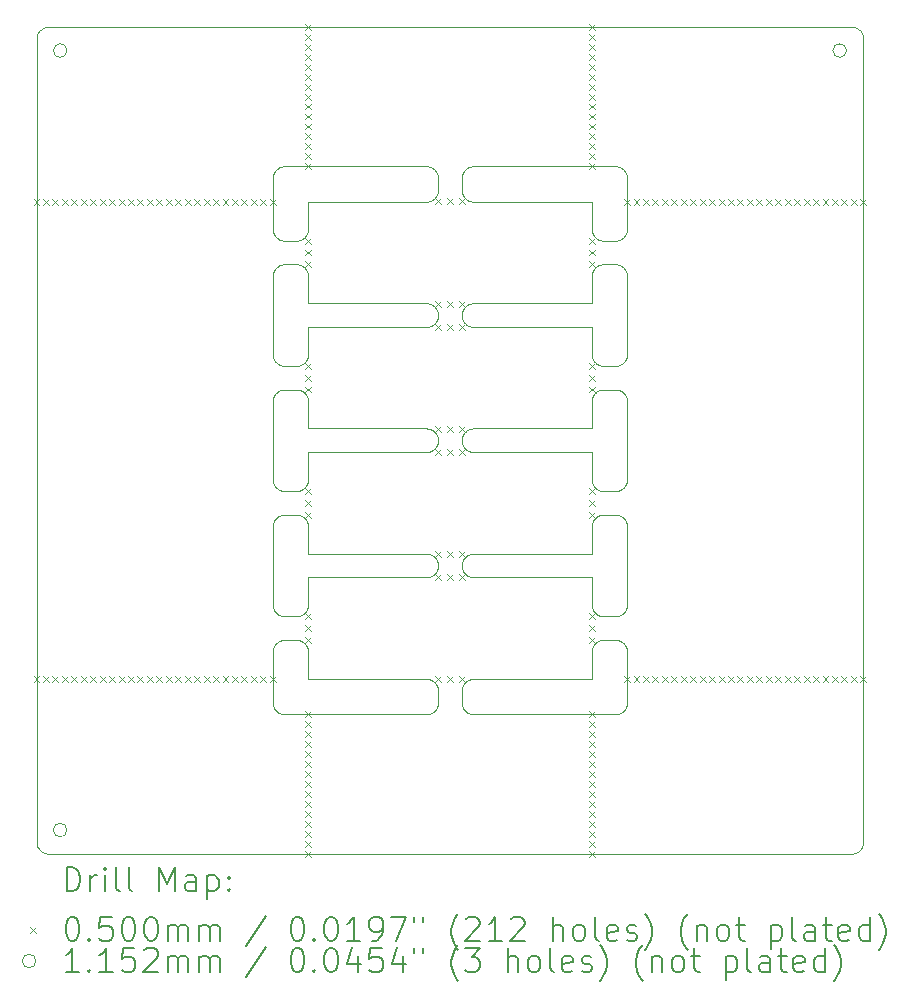
<source format=gbr>
%TF.GenerationSoftware,KiCad,Pcbnew,9.0.0*%
%TF.CreationDate,2025-03-14T09:56:09-04:00*%
%TF.ProjectId,e24-receiver-board,6532342d-7265-4636-9569-7665722d626f,v0.1.1*%
%TF.SameCoordinates,Original*%
%TF.FileFunction,Drillmap*%
%TF.FilePolarity,Positive*%
%FSLAX45Y45*%
G04 Gerber Fmt 4.5, Leading zero omitted, Abs format (unit mm)*
G04 Created by KiCad (PCBNEW 9.0.0) date 2025-03-14 09:56:09*
%MOMM*%
%LPD*%
G01*
G04 APERTURE LIST*
%ADD10C,0.100000*%
%ADD11C,0.200000*%
%ADD12C,0.115200*%
G04 APERTURE END LIST*
D10*
X2200099Y-5190000D02*
X2205002Y-5190120D01*
X5000000Y-3169901D02*
X5000000Y-3830099D01*
X3370740Y-3570740D02*
X3367189Y-3574121D01*
X3398080Y-3519589D02*
X3397006Y-3524374D01*
X2025879Y-5787189D02*
X2022676Y-5783476D01*
X2300000Y-3169901D02*
X2300000Y-3398773D01*
X3607604Y-5581670D02*
X3609591Y-5577187D01*
X3351459Y-4645787D02*
X3347192Y-4648204D01*
X12437Y-51810D02*
X11836Y-52872D01*
X4988204Y-1232807D02*
X4990409Y-1237187D01*
X80494Y-1951D02*
X79303Y-2219D01*
X4732811Y-1784121D02*
X4729260Y-1780740D01*
X3604302Y-3470900D02*
X3605840Y-3466245D01*
X61741Y-7641D02*
X60624Y-8136D01*
X2094998Y-5190120D02*
X2099901Y-5190000D01*
X6982417Y-6956541D02*
X6983120Y-6955542D01*
X4761670Y-1802395D02*
X4757187Y-1800408D01*
X4766245Y-2015840D02*
X4770901Y-2014302D01*
X3648541Y-1465787D02*
X3644398Y-1463164D01*
X4794998Y-3929880D02*
X4790108Y-3929519D01*
X4711796Y-3877192D02*
X4709591Y-3872813D01*
X4725879Y-2042811D02*
X4729260Y-2039260D01*
X4766245Y-4984160D02*
X4761670Y-4982396D01*
X2247193Y-3918204D02*
X2242813Y-3920408D01*
X6992361Y-6938254D02*
X6992800Y-6937115D01*
X3670900Y-4655698D02*
X3666245Y-4654160D01*
X4999519Y-3160108D02*
X4999880Y-3164998D01*
X2036524Y-4967324D02*
X2032811Y-4964121D01*
X4700000Y-1481225D02*
X4699973Y-1480124D01*
X2267189Y-4155879D02*
X2270740Y-4159260D01*
X4929099Y-2014302D02*
X4933755Y-2015840D01*
X3601919Y-3519589D02*
X3601081Y-3514758D01*
X2000000Y-1710099D02*
X2000000Y-1279901D01*
X3300099Y-3600000D02*
X2301227Y-3600000D01*
X2019659Y-2829610D02*
X2016836Y-2825601D01*
X3622676Y-3436524D02*
X3625879Y-3432811D01*
X4770901Y-4985698D02*
X4766245Y-4984160D01*
X2085242Y-1181081D02*
X2090108Y-1180481D01*
X3359610Y-3580340D02*
X3355601Y-3583164D01*
X2299519Y-5280108D02*
X2299880Y-5284998D01*
X3398080Y-4540410D02*
X3398919Y-4545242D01*
X3374121Y-2507189D02*
X3370740Y-2510740D01*
X662Y-6911016D02*
X1741Y-6918295D01*
X4988204Y-3877192D02*
X4985787Y-3881459D01*
X3383164Y-5564399D02*
X3385787Y-5568541D01*
X4752807Y-3918204D02*
X4748541Y-3915787D01*
X4983164Y-2054398D02*
X4985787Y-2058541D01*
X4988204Y-5767192D02*
X4985787Y-5771459D01*
X3398919Y-4574758D02*
X3398080Y-4579590D01*
X3622676Y-1443476D02*
X3619659Y-1439610D01*
X4752807Y-5201796D02*
X4757187Y-5199591D01*
X2048541Y-4144213D02*
X2052807Y-4141796D01*
X4992396Y-3868330D02*
X4990409Y-3872813D01*
X6988717Y-6946030D02*
X6991863Y-6939378D01*
X6999940Y-98774D02*
X6999579Y-91424D01*
X3342813Y-2349591D02*
X3347192Y-2351796D01*
X4947193Y-3918204D02*
X4942813Y-3920408D01*
X4705840Y-4923755D02*
X4704302Y-4919099D01*
X2251459Y-3915787D02*
X2247193Y-3918204D01*
X2080410Y-5818080D02*
X2075626Y-5817006D01*
X4951459Y-4975787D02*
X4947193Y-4978204D01*
X6999578Y-91422D02*
X6999489Y-90204D01*
X81705Y-6998259D02*
X88984Y-6999338D01*
X4900099Y-3070000D02*
X4905002Y-3070120D01*
X3611796Y-2487193D02*
X3609591Y-2482813D01*
X4990409Y-3127187D02*
X4992396Y-3131670D01*
X6991863Y-60622D02*
X6988717Y-53970D01*
X4700120Y-4895002D02*
X4700000Y-4890099D01*
X2004302Y-2799099D02*
X2002994Y-2794374D01*
X3685242Y-2341081D02*
X3690108Y-2340481D01*
X3648541Y-3414213D02*
X3652807Y-3411796D01*
X3600120Y-4554998D02*
X3600481Y-4550108D01*
X3685242Y-4461081D02*
X3690108Y-4460481D01*
X2274121Y-4957189D02*
X2270740Y-4960740D01*
X2019659Y-5779610D02*
X2016836Y-5775601D01*
X3601919Y-4579590D02*
X3601081Y-4574758D01*
X2292396Y-4928330D02*
X2290409Y-4932813D01*
X4999880Y-2104998D02*
X5000000Y-2109901D01*
X4722676Y-3106524D02*
X4725879Y-3102811D01*
X3600120Y-4565002D02*
X3600000Y-4560099D01*
X2000481Y-5280108D02*
X2001081Y-5275242D01*
X4951459Y-3084213D02*
X4955601Y-3086836D01*
X2301225Y-4660000D02*
X2300125Y-4660027D01*
X4999519Y-2779892D02*
X4998919Y-2784758D01*
X4997006Y-2794374D02*
X4995698Y-2799099D01*
X2200099Y-1810000D02*
X2099901Y-1810000D01*
X3611796Y-3452807D02*
X3614213Y-3448541D01*
X2205002Y-2869880D02*
X2200099Y-2870000D01*
X2297006Y-2794374D02*
X2295698Y-2799099D01*
X4967189Y-4155879D02*
X4970740Y-4159260D01*
X4770901Y-1805698D02*
X4766245Y-1804160D01*
X4924374Y-5817006D02*
X4919590Y-5818080D01*
X4999880Y-3164998D02*
X5000000Y-3169901D01*
X4702994Y-2085626D02*
X4704302Y-2080900D01*
X4711796Y-5242807D02*
X4714213Y-5238541D01*
X3329099Y-4655698D02*
X3324374Y-4657006D01*
X4914758Y-5191081D02*
X4919590Y-5191920D01*
X2004302Y-2080900D02*
X2005840Y-2076245D01*
X6955542Y-6983120D02*
X6956541Y-6982417D01*
X3640390Y-5539660D02*
X3644398Y-5536836D01*
X3370740Y-1450740D02*
X3367189Y-1454121D01*
X3625879Y-1212811D02*
X3629260Y-1209260D01*
X4988204Y-2062807D02*
X4990409Y-2067187D01*
X4977324Y-4166524D02*
X4980340Y-4170390D01*
X2299880Y-5284998D02*
X2300000Y-5289901D01*
X2066245Y-5195840D02*
X2070900Y-5194302D01*
X2090108Y-4989519D02*
X2085242Y-4988919D01*
X3305002Y-5520120D02*
X3309892Y-5520481D01*
X6976478Y-6964347D02*
X6977276Y-6963422D01*
X2009591Y-2067187D02*
X2011796Y-2062807D01*
X3383164Y-2495601D02*
X3380340Y-2499610D01*
X2057187Y-2860408D02*
X2052807Y-2858204D01*
X4980340Y-5779610D02*
X4977324Y-5783476D01*
X3319589Y-3401919D02*
X3324374Y-3402994D01*
X2080410Y-4131919D02*
X2085242Y-4131081D01*
X6898773Y0D02*
X101227Y0D01*
X3611796Y-2392807D02*
X3614213Y-2388541D01*
X2066245Y-1804160D02*
X2061670Y-1802395D01*
X3388204Y-4512807D02*
X3390408Y-4517187D01*
X3657187Y-3409591D02*
X3661670Y-3407604D01*
X4938330Y-5812395D02*
X4933755Y-5814160D01*
X2300000Y-4890099D02*
X2299880Y-4895002D01*
X2000481Y-2779892D02*
X2000120Y-2775002D01*
X3690108Y-2340481D02*
X3694998Y-2340120D01*
X6999940Y-6901223D02*
X7000000Y-6898775D01*
X4900099Y-2010000D02*
X4905002Y-2010120D01*
X4748541Y-5204213D02*
X4752807Y-5201796D01*
X4919590Y-1181920D02*
X4924374Y-1182994D01*
X3680410Y-4461920D02*
X3685242Y-4461081D01*
X4799901Y-1810000D02*
X4794998Y-1809880D01*
X2299519Y-2100108D02*
X2299880Y-2104998D01*
X4736524Y-2847324D02*
X4732811Y-2844121D01*
X6920697Y-2219D02*
X6919505Y-1951D01*
X4707604Y-2808330D02*
X4705840Y-2803755D01*
X2251459Y-5204213D02*
X2255601Y-5206836D01*
X3309892Y-5819519D02*
X3305002Y-5819880D01*
X3600000Y-1279901D02*
X3600120Y-1274998D01*
X3629260Y-4489260D02*
X3632811Y-4485879D01*
X2080410Y-2868080D02*
X2075626Y-2867006D01*
X3601919Y-5739589D02*
X3601081Y-5734758D01*
X3351459Y-3585787D02*
X3347192Y-3588204D01*
X3690108Y-1479519D02*
X3685242Y-1478919D01*
X2288204Y-4937193D02*
X2285787Y-4941459D01*
X4729260Y-4159260D02*
X4732811Y-4155879D01*
X4704302Y-4919099D02*
X4702994Y-4914374D01*
X4990409Y-2067187D02*
X4992396Y-2071670D01*
X2298919Y-1724758D02*
X2298080Y-1729589D01*
X3399880Y-1385002D02*
X3399519Y-1389892D01*
X2090108Y-4130481D02*
X2094998Y-4130120D01*
X6956541Y-17583D02*
X6955542Y-16879D01*
X4700481Y-4220108D02*
X4701081Y-4215242D01*
X3394160Y-5586245D02*
X3395698Y-5590901D01*
X2007604Y-2071670D02*
X2009591Y-2067187D01*
X3640390Y-3580340D02*
X3636524Y-3577324D01*
X4980340Y-2050390D02*
X4983164Y-2054398D01*
X6929017Y-4334D02*
X6927840Y-4008D01*
X2209892Y-5190481D02*
X2214758Y-5191081D01*
X2052807Y-1191796D02*
X2057187Y-1189591D01*
X2000000Y-5720099D02*
X2000000Y-5289901D01*
X2032811Y-4155879D02*
X2036524Y-4152676D01*
X3383164Y-1224399D02*
X3385787Y-1228541D01*
X2300000Y-1710099D02*
X2299880Y-1715002D01*
X3600120Y-1274998D02*
X3600481Y-1270108D01*
X4974121Y-1212811D02*
X4977324Y-1216524D01*
X4799901Y-2870000D02*
X4794998Y-2869880D01*
X6991864Y-6939375D02*
X6992359Y-6938259D01*
X6983123Y-6955538D02*
X6983777Y-6954506D01*
X3616836Y-1435601D02*
X3614213Y-1431459D01*
X2300125Y-4459973D02*
X2301225Y-4460000D01*
X4748541Y-1795787D02*
X4744399Y-1793164D01*
X3636524Y-1457324D02*
X3632811Y-1454121D01*
X3399880Y-5614998D02*
X3400000Y-5619901D01*
X4977324Y-5226524D02*
X4980340Y-5230390D01*
X2251459Y-4144213D02*
X2255601Y-4146836D01*
X2032811Y-5794121D02*
X2029260Y-5790740D01*
X4748541Y-4975787D02*
X4744399Y-4973164D01*
X2040390Y-3089659D02*
X2044398Y-3086836D01*
X2298919Y-4904758D02*
X2298080Y-4909590D01*
X4700120Y-4224998D02*
X4700481Y-4220108D01*
X3395698Y-1250901D02*
X3397006Y-1255626D01*
X3385787Y-1431459D02*
X3383164Y-1435601D01*
X3314758Y-5818919D02*
X3309892Y-5819519D01*
X2233755Y-1804160D02*
X2229099Y-1805698D01*
X2070900Y-5815698D02*
X2066245Y-5814160D01*
X98774Y-60D02*
X91424Y-421D01*
X1742Y-6918297D02*
X1950Y-6919501D01*
X3611796Y-3547192D02*
X3609591Y-3542813D01*
X2297006Y-2085626D02*
X2298080Y-2090410D01*
X2025879Y-4957189D02*
X2022676Y-4953476D01*
X3694998Y-3599880D02*
X3690108Y-3599519D01*
X4977324Y-4953476D02*
X4974121Y-4957189D01*
X2016836Y-1765601D02*
X2014213Y-1761459D01*
X4780410Y-5191920D02*
X4785242Y-5191081D01*
X37544Y-21969D02*
X36582Y-22721D01*
X4701920Y-5270410D02*
X4702994Y-5265626D01*
X3338330Y-3592395D02*
X3333755Y-3594160D01*
X3385787Y-2491459D02*
X3383164Y-2495601D01*
X4700000Y-3169901D02*
X4700120Y-3164998D01*
X4799901Y-3070000D02*
X4900099Y-3070000D01*
X4933755Y-5814160D02*
X4929099Y-5815698D01*
X3355601Y-3583164D02*
X3351459Y-3585787D01*
X4919590Y-1808080D02*
X4914758Y-1808919D01*
X2032811Y-1784121D02*
X2029260Y-1780740D01*
X2052807Y-3081796D02*
X2057187Y-3079591D01*
X3636524Y-1202676D02*
X3640390Y-1199660D01*
X4980340Y-4170390D02*
X4983164Y-4174398D01*
X4919590Y-3928080D02*
X4914758Y-3928919D01*
X2233755Y-2864160D02*
X2229099Y-2865698D01*
X2300000Y-2770099D02*
X2299880Y-2775002D01*
X4722676Y-2833476D02*
X4719660Y-2829610D01*
X4967189Y-5215879D02*
X4970740Y-5219260D01*
X3680410Y-1181920D02*
X3685242Y-1181081D01*
X4998080Y-3150410D02*
X4998919Y-3155242D01*
X3636524Y-5542676D02*
X3640390Y-5539660D01*
X3648541Y-4474213D02*
X3652807Y-4471796D01*
X3652807Y-2351796D02*
X3657187Y-2349591D01*
X3604302Y-2469099D02*
X3602994Y-2464374D01*
X2233755Y-2015840D02*
X2238330Y-2017604D01*
X3629260Y-4630740D02*
X3625879Y-4627189D01*
X2274121Y-3897189D02*
X2270740Y-3900740D01*
X2025879Y-3897189D02*
X2022676Y-3893476D01*
X3622676Y-5783476D02*
X3619659Y-5779610D01*
X3648541Y-2354213D02*
X3652807Y-2351796D01*
X3390408Y-2397187D02*
X3392395Y-2401670D01*
X4748541Y-2024213D02*
X4752807Y-2021796D01*
X90199Y-512D02*
X88987Y-661D01*
X2036524Y-3907324D02*
X2032811Y-3904121D01*
X2292396Y-3868330D02*
X2290409Y-3872813D01*
X4790108Y-1809519D02*
X4785242Y-1808919D01*
X3385787Y-3551459D02*
X3383164Y-3555601D01*
X3619659Y-3440390D02*
X3622676Y-3436524D01*
X3661670Y-2347604D02*
X3666245Y-2345840D01*
X2219590Y-3928080D02*
X2214758Y-3928919D01*
X421Y-91424D02*
X60Y-98774D01*
X3305002Y-2340120D02*
X3309892Y-2340481D01*
X6927838Y-4008D02*
X6920699Y-2220D01*
X3370740Y-5549260D02*
X3374121Y-5552811D01*
X2048541Y-1795787D02*
X2044398Y-1793164D01*
X2001919Y-5739589D02*
X2001081Y-5734758D01*
X2061670Y-1187604D02*
X2066245Y-1185840D01*
X3614213Y-2491459D02*
X3611796Y-2487193D01*
X4999519Y-2100108D02*
X4999880Y-2104998D01*
X3609591Y-5762813D02*
X3607604Y-5758330D01*
X2205002Y-4130120D02*
X2209892Y-4130481D01*
X4983164Y-3114398D02*
X4985787Y-3118541D01*
X4942813Y-4980409D02*
X4938330Y-4982396D01*
X3616836Y-2384399D02*
X3619659Y-2380390D01*
X4707604Y-2071670D02*
X4709591Y-2067187D01*
X4997006Y-5265626D02*
X4998080Y-5270410D01*
X2209892Y-4989519D02*
X2205002Y-4989880D01*
X2016836Y-2054398D02*
X2019659Y-2050390D01*
X4775626Y-1807006D02*
X4770901Y-1805698D01*
X2048541Y-2855787D02*
X2044398Y-2853164D01*
X2025879Y-1777189D02*
X2022676Y-1773476D01*
X4748541Y-2855787D02*
X4744399Y-2853164D01*
X3398080Y-1260410D02*
X3398919Y-1265242D01*
X3388204Y-5767192D02*
X3385787Y-5771459D01*
X3363476Y-2362676D02*
X3367189Y-2365879D01*
X2214758Y-1808919D02*
X2209892Y-1809519D01*
X4794998Y-5190120D02*
X4799901Y-5190000D01*
X4977324Y-2833476D02*
X4974121Y-2837189D01*
X4924374Y-5192994D02*
X4929099Y-5194302D01*
X4794998Y-3070120D02*
X4799901Y-3070000D01*
X43459Y-6982417D02*
X44458Y-6983120D01*
X2061670Y-1802395D02*
X2057187Y-1800408D01*
X2002994Y-4914374D02*
X2001919Y-4909590D01*
X4967189Y-3904121D02*
X4963476Y-3907324D01*
X2085242Y-4988919D02*
X2080410Y-4988080D01*
X2288204Y-3122807D02*
X2290409Y-3127187D01*
X2019659Y-2050390D02*
X2022676Y-2046524D01*
X4933755Y-3924160D02*
X4929099Y-3925698D01*
X2219590Y-1808080D02*
X2214758Y-1808919D01*
X2238330Y-4982396D02*
X2233755Y-4984160D01*
X3600481Y-4569892D02*
X3600120Y-4565002D01*
X2224374Y-5192994D02*
X2229099Y-5194302D01*
X4725879Y-1777189D02*
X4722676Y-1773476D01*
X2000120Y-5725002D02*
X2000000Y-5720099D01*
X3619659Y-5560390D02*
X3622676Y-5556524D01*
X2229099Y-2865698D02*
X2224374Y-2867006D01*
X4008Y-72162D02*
X2220Y-79301D01*
X2011796Y-2817192D02*
X2009591Y-2812813D01*
X3399519Y-4569892D02*
X3398919Y-4574758D01*
X4705840Y-4196245D02*
X4707604Y-4191670D01*
X4995698Y-1250901D02*
X4997006Y-1255626D01*
X3640390Y-4640340D02*
X3636524Y-4637324D01*
X4951459Y-2855787D02*
X4947193Y-2858204D01*
X16877Y-44462D02*
X16223Y-45493D01*
X4929099Y-3074302D02*
X4933755Y-3075840D01*
X3625879Y-2507189D02*
X3622676Y-2503476D01*
X2061670Y-5197604D02*
X2066245Y-5195840D01*
X3351459Y-5534213D02*
X3355601Y-5536836D01*
X4736524Y-5212676D02*
X4740390Y-5209660D01*
X3359610Y-2520340D02*
X3355601Y-2523164D01*
X3377324Y-4496524D02*
X3380340Y-4500390D01*
X4336Y-6929022D02*
X4719Y-6930182D01*
X2029260Y-2039260D02*
X2032811Y-2035879D01*
X3611796Y-5572807D02*
X3614213Y-5568541D01*
X3380340Y-5560390D02*
X3383164Y-5564399D01*
X2233755Y-4984160D02*
X2229099Y-4985698D01*
X2007604Y-5758330D02*
X2005840Y-5753755D01*
X2085242Y-2011081D02*
X2090108Y-2010481D01*
X2263476Y-5212676D02*
X2267189Y-5215879D01*
X2288204Y-2817192D02*
X2285787Y-2821459D01*
X69816Y-4719D02*
X62887Y-7198D01*
X2009591Y-2812813D02*
X2007604Y-2808330D01*
X3319589Y-2538080D02*
X3314758Y-2538919D01*
X3666245Y-2534160D02*
X3661670Y-2532396D01*
X4985787Y-5771459D02*
X4983164Y-5775601D01*
X2277324Y-4166524D02*
X2280340Y-4170390D01*
X3604302Y-2410901D02*
X3605840Y-2406245D01*
X3601919Y-1399589D02*
X3601081Y-1394758D01*
X3394160Y-1246245D02*
X3395698Y-1250901D01*
X3611796Y-5767192D02*
X3609591Y-5762813D01*
X4700000Y-5289901D02*
X4700120Y-5284998D01*
X3388204Y-1427192D02*
X3385787Y-1431459D01*
X2052807Y-2858204D02*
X2048541Y-2855787D01*
X3347192Y-5531796D02*
X3351459Y-5534213D01*
X3392395Y-5581670D02*
X3394160Y-5586245D01*
X2005840Y-4196245D02*
X2007604Y-4191670D01*
X2048541Y-3084213D02*
X2052807Y-3081796D01*
X6946030Y-11283D02*
X6939378Y-8137D01*
X2288204Y-5242807D02*
X2290409Y-5247187D01*
X2007604Y-4191670D02*
X2009591Y-4187187D01*
X4955601Y-1793164D02*
X4951459Y-1795787D01*
X2219590Y-3071919D02*
X2224374Y-3072994D01*
X60624Y-6991864D02*
X61741Y-6992359D01*
X6963418Y-22721D02*
X6962455Y-21969D01*
X3670900Y-2344302D02*
X3675626Y-2342994D01*
X2233755Y-3075840D02*
X2238330Y-3077604D01*
X4900099Y-2870000D02*
X4799901Y-2870000D01*
X3342813Y-4469591D02*
X3347192Y-4471796D01*
X6930184Y-6995280D02*
X6937113Y-6992801D01*
X3666245Y-5814160D02*
X3661670Y-5812395D01*
X2294160Y-1743755D02*
X2292396Y-1748330D01*
X2022676Y-3106524D02*
X2025879Y-3102811D01*
X4959610Y-1199660D02*
X4963476Y-1202676D01*
X4955601Y-5206836D02*
X4959610Y-5209660D01*
X2299880Y-1715002D02*
X2299519Y-1719892D01*
X3601081Y-1394758D02*
X3600481Y-1389892D01*
X4994160Y-4923755D02*
X4992396Y-4928330D01*
X4994160Y-3136245D02*
X4995698Y-3140900D01*
X3385787Y-4508541D02*
X3388204Y-4512807D01*
X2090108Y-3929519D02*
X2085242Y-3928919D01*
X2238330Y-5197604D02*
X2242813Y-5199591D01*
X3614213Y-3448541D02*
X3616836Y-3444398D01*
X2022676Y-1216524D02*
X2025879Y-1212811D01*
X3390408Y-5762813D02*
X3388204Y-5767192D01*
X2000481Y-1719892D02*
X2000120Y-1715002D01*
X4716836Y-4945601D02*
X4714213Y-4941459D01*
X3395698Y-3470900D02*
X3397006Y-3475626D01*
X6999488Y-90199D02*
X6999339Y-88987D01*
X2029260Y-5790740D02*
X2025879Y-5787189D01*
X4752807Y-3081796D02*
X4757187Y-3079591D01*
X3363476Y-3422676D02*
X3367189Y-3425879D01*
X4951459Y-2024213D02*
X4955601Y-2026836D01*
X3319589Y-1181920D02*
X3324374Y-1182994D01*
X2263476Y-2032676D02*
X2267189Y-2035879D01*
X4992396Y-2808330D02*
X4990409Y-2812813D01*
X2004302Y-4919099D02*
X2002994Y-4914374D01*
X3685242Y-4658919D02*
X3680410Y-4658080D01*
X6995992Y-6927838D02*
X6997780Y-6920699D01*
X2238330Y-3077604D02*
X2242813Y-3079591D01*
X3602994Y-3524374D02*
X3601919Y-3519589D01*
X4780410Y-3071919D02*
X4785242Y-3071081D01*
X4919590Y-5191920D02*
X4924374Y-5192994D01*
X4990409Y-5762813D02*
X4988204Y-5767192D01*
X4790108Y-5190481D02*
X4794998Y-5190120D01*
X4757187Y-2019591D02*
X4761670Y-2017604D01*
X4770901Y-4134302D02*
X4775626Y-4132994D01*
X3383164Y-4615601D02*
X3380340Y-4619610D01*
X2014213Y-4178541D02*
X2016836Y-4174398D01*
X4967189Y-1784121D02*
X4963476Y-1787324D01*
X4699875Y-3600027D02*
X4698775Y-3600000D01*
X3648541Y-5805787D02*
X3644398Y-5803164D01*
X2300027Y-2540125D02*
X2300000Y-2541225D01*
X2009591Y-1752813D02*
X2007604Y-1748330D01*
X3400000Y-2440099D02*
X3399880Y-2445002D01*
X2209892Y-3929519D02*
X2205002Y-3929880D01*
X4951459Y-1795787D02*
X4947193Y-1798204D01*
X7000000Y-6898773D02*
X7000000Y-101227D01*
X4704302Y-5260901D02*
X4705840Y-5256245D01*
X3367189Y-5794121D02*
X3363476Y-5797324D01*
X2297006Y-3145626D02*
X2298080Y-3150410D01*
X4719Y-6930184D02*
X7198Y-6937113D01*
X4909892Y-2010481D02*
X4914758Y-2011081D01*
X21968Y-37546D02*
X17584Y-43457D01*
X2005840Y-2076245D02*
X2007604Y-2071670D01*
X2290409Y-3127187D02*
X2292396Y-3131670D01*
X4955601Y-4973164D02*
X4951459Y-4975787D01*
X2007604Y-4928330D02*
X2005840Y-4923755D01*
X3629260Y-1209260D02*
X3632811Y-1205879D01*
X2001919Y-3150410D02*
X2002994Y-3145626D01*
X2016836Y-3885601D02*
X2014213Y-3881459D01*
X3385787Y-3448541D02*
X3388204Y-3452807D01*
X2094998Y-3929880D02*
X2090108Y-3929519D01*
X3355601Y-5803164D02*
X3351459Y-5805787D01*
X2001919Y-1729589D02*
X2001081Y-1724758D01*
X2251459Y-2855787D02*
X2247193Y-2858204D01*
X70978Y-4336D02*
X69818Y-4719D01*
X4729260Y-4960740D02*
X4725879Y-4957189D01*
X5000000Y-1710099D02*
X4999880Y-1715002D01*
X4974121Y-4957189D02*
X4970740Y-4960740D01*
X3616836Y-3555601D02*
X3614213Y-3551459D01*
X2238330Y-3922395D02*
X2233755Y-3924160D01*
X3374121Y-3432811D02*
X3377324Y-3436524D01*
X6999338Y-88984D02*
X6998259Y-81705D01*
X4785242Y-5191081D02*
X4790108Y-5190481D01*
X3614213Y-4611459D02*
X3611796Y-4607193D01*
X4963476Y-2847324D02*
X4959610Y-2850340D01*
X4988204Y-4182807D02*
X4990409Y-4187187D01*
X4929099Y-1805698D02*
X4924374Y-1807006D01*
X4705840Y-2803755D02*
X4704302Y-2799099D01*
X4977324Y-3106524D02*
X4980340Y-3110390D01*
X2295698Y-4919099D02*
X2294160Y-4923755D01*
X3699901Y-3400000D02*
X4698773Y-3400000D01*
X4714213Y-2821459D02*
X4711796Y-2817192D01*
X2298919Y-3844758D02*
X2298080Y-3849589D01*
X2295698Y-3859099D02*
X2294160Y-3863755D01*
X3305002Y-2539880D02*
X3300099Y-2540000D01*
X2040390Y-1199660D02*
X2044398Y-1196836D01*
X2298080Y-4210410D02*
X2298919Y-4215242D01*
X3640390Y-5800340D02*
X3636524Y-5797324D01*
X4766245Y-3075840D02*
X4770901Y-3074302D01*
X3636524Y-4482676D02*
X3640390Y-4479660D01*
X1741Y-81705D02*
X662Y-88984D01*
X3400000Y-5720099D02*
X3399880Y-5725002D01*
X3314758Y-2341081D02*
X3319589Y-2341920D01*
X2219590Y-2868080D02*
X2214758Y-2868919D01*
X3699901Y-2340000D02*
X4698773Y-2340000D01*
X3324374Y-1182994D02*
X3329099Y-1184302D01*
X2299880Y-4895002D02*
X2299519Y-4899892D01*
X4963476Y-2032676D02*
X4967189Y-2035879D01*
X4942813Y-1800408D02*
X4938330Y-1802395D01*
X4914758Y-5818919D02*
X4909892Y-5819519D01*
X4951459Y-5805787D02*
X4947193Y-5808204D01*
X2255601Y-4146836D02*
X2259610Y-4149659D01*
X2080410Y-3071919D02*
X2085242Y-3071081D01*
X2285787Y-4941459D02*
X2283164Y-4945601D01*
X3388204Y-2487193D02*
X3385787Y-2491459D01*
X4716836Y-1765601D02*
X4714213Y-1761459D01*
X4722676Y-3893476D02*
X4719660Y-3889610D01*
X4744399Y-2026836D02*
X4748541Y-2024213D01*
X22724Y-6963422D02*
X23521Y-6964347D01*
X3342813Y-1189591D02*
X3347192Y-1191796D01*
X52877Y-6988167D02*
X53967Y-6988716D01*
X4933755Y-2015840D02*
X4938330Y-2017604D01*
X4704302Y-4200901D02*
X4705840Y-4196245D01*
X4748541Y-3084213D02*
X4752807Y-3081796D01*
X2040390Y-3910340D02*
X2036524Y-3907324D01*
X2247193Y-2021796D02*
X2251459Y-2024213D01*
X6995666Y-6929017D02*
X6995992Y-6927840D01*
X3607604Y-3461670D02*
X3609591Y-3457187D01*
X2259610Y-2029659D02*
X2263476Y-2032676D01*
X3600000Y-3499901D02*
X3600120Y-3494998D01*
X3399519Y-3490108D02*
X3399880Y-3494998D01*
X4992396Y-1241670D02*
X4994160Y-1246245D01*
X3619659Y-2499610D02*
X3616836Y-2495601D01*
X3607604Y-2401670D02*
X3609591Y-2397187D01*
X3605840Y-1413755D02*
X3604302Y-1409099D01*
X3314758Y-1181081D02*
X3319589Y-1181920D01*
X4722676Y-2046524D02*
X4725879Y-2042811D01*
X2061670Y-5812395D02*
X2057187Y-5810408D01*
X2025879Y-5222811D02*
X2029260Y-5219260D01*
X6983120Y-44458D02*
X6982417Y-43459D01*
X3338330Y-2532396D02*
X3333755Y-2534160D01*
X4999519Y-1719892D02*
X4998919Y-1724758D01*
X4999880Y-3835002D02*
X4999519Y-3839892D01*
X4933755Y-2864160D02*
X4929099Y-2865698D01*
X4955601Y-2026836D02*
X4959610Y-2029659D01*
X2044398Y-5206836D02*
X2048541Y-5204213D01*
X2299880Y-2775002D02*
X2299519Y-2779892D01*
X4970740Y-2840740D02*
X4967189Y-2844121D01*
X4701081Y-3155242D02*
X4701920Y-3150410D01*
X6978031Y-37544D02*
X6977279Y-36582D01*
X3314758Y-1478919D02*
X3309892Y-1479519D01*
X3680410Y-5818080D02*
X3675626Y-5817006D01*
X4999519Y-4220108D02*
X4999880Y-4224998D01*
X3652807Y-2528204D02*
X3648541Y-2525787D01*
X4942813Y-2860408D02*
X4938330Y-2862395D01*
X4974121Y-3102811D02*
X4977324Y-3106524D01*
X4963476Y-4967324D02*
X4959610Y-4970340D01*
X2029260Y-2840740D02*
X2025879Y-2837189D01*
X2294160Y-2803755D02*
X2292396Y-2808330D01*
X4992396Y-5758330D02*
X4990409Y-5762813D01*
X3685242Y-1478919D02*
X3680410Y-1478080D01*
X3607604Y-1241670D02*
X3609591Y-1237187D01*
X3324374Y-3402994D02*
X3329099Y-3404302D01*
X2040390Y-5209660D02*
X2044398Y-5206836D01*
X3600000Y-4560099D02*
X3600000Y-4559901D01*
X3657187Y-4650409D02*
X3652807Y-4648204D01*
X2011796Y-5242807D02*
X2014213Y-5238541D01*
X3309892Y-4460481D02*
X3314758Y-4461081D01*
X2061670Y-3077604D02*
X2066245Y-3075840D01*
X6955538Y-16877D02*
X6954506Y-16223D01*
X3675626Y-3402994D02*
X3680410Y-3401919D01*
X3392395Y-4521670D02*
X3394160Y-4526245D01*
X2016836Y-1224399D02*
X2019659Y-1220390D01*
X3644398Y-1463164D02*
X3640390Y-1460340D01*
X3347192Y-4471796D02*
X3351459Y-4474213D01*
X3390408Y-5577187D02*
X3392395Y-5581670D01*
X4914758Y-1181081D02*
X4919590Y-1181920D01*
X2200099Y-3070000D02*
X2205002Y-3070120D01*
X4905002Y-5819880D02*
X4900099Y-5820000D01*
X2080410Y-5191920D02*
X2085242Y-5191081D01*
X2274121Y-4162811D02*
X2277324Y-4166524D01*
X2001919Y-4210410D02*
X2002994Y-4205626D01*
X2219590Y-4131919D02*
X2224374Y-4132994D01*
X2233755Y-4135840D02*
X2238330Y-4137604D01*
X2274121Y-1777189D02*
X2270740Y-1780740D01*
X3399880Y-4554998D02*
X3400000Y-4559901D01*
X4719Y-69818D02*
X4336Y-70978D01*
X72160Y-4008D02*
X70983Y-4334D01*
X3619659Y-2380390D02*
X3622676Y-2376524D01*
X3329099Y-1475698D02*
X3324374Y-1477006D01*
X4974121Y-2042811D02*
X4977324Y-2046524D01*
X3383164Y-1435601D02*
X3380340Y-1439610D01*
X2066245Y-3924160D02*
X2061670Y-3922395D01*
X3619659Y-1439610D02*
X3616836Y-1435601D01*
X2214758Y-4131081D02*
X2219590Y-4131919D01*
X2025879Y-2837189D02*
X2022676Y-2833476D01*
X4933755Y-4984160D02*
X4929099Y-4985698D01*
X3390408Y-4602813D02*
X3388204Y-4607193D01*
X2001081Y-3155242D02*
X2001919Y-3150410D01*
X2224374Y-1807006D02*
X2219590Y-1808080D01*
X4700481Y-4899892D02*
X4700120Y-4895002D01*
X6999489Y-6909796D02*
X6999578Y-6908578D01*
X3377324Y-4623476D02*
X3374121Y-4627189D01*
X2299519Y-3839892D02*
X2298919Y-3844758D01*
X4919590Y-3071919D02*
X4924374Y-3072994D01*
X6963422Y-6977276D02*
X6964347Y-6976478D01*
X4988204Y-1757192D02*
X4985787Y-1761459D01*
X4914758Y-3928919D02*
X4909892Y-3929519D01*
X4709591Y-1752813D02*
X4707604Y-1748330D01*
X2224374Y-3072994D02*
X2229099Y-3074302D01*
X3367189Y-1454121D02*
X3363476Y-1457324D01*
X2085242Y-5818919D02*
X2080410Y-5818080D01*
X3351459Y-3414213D02*
X3355601Y-3416836D01*
X5000000Y-3830099D02*
X4999880Y-3835002D01*
X2205002Y-5190120D02*
X2209892Y-5190481D01*
X3367189Y-4485879D02*
X3370740Y-4489260D01*
X2040390Y-1790340D02*
X2036524Y-1787324D01*
X2283164Y-2054398D02*
X2285787Y-2058541D01*
X3355601Y-4476836D02*
X3359610Y-4479660D01*
X2259610Y-2850340D02*
X2255601Y-2853164D01*
X3614213Y-3551459D02*
X3611796Y-3547192D01*
X2004302Y-4200901D02*
X2005840Y-4196245D01*
X17584Y-6956543D02*
X21968Y-6962453D01*
X6929022Y-6995664D02*
X6930182Y-6995281D01*
X3374121Y-1447189D02*
X3370740Y-1450740D01*
X3385787Y-5771459D02*
X3383164Y-5775601D01*
X36582Y-6977279D02*
X37544Y-6978031D01*
X3619659Y-5779610D02*
X3616836Y-5775601D01*
X4700481Y-1719892D02*
X4700120Y-1715002D01*
X3383164Y-3444398D02*
X3385787Y-3448541D01*
X3367189Y-3574121D02*
X3363476Y-3577324D01*
X2229099Y-4985698D02*
X2224374Y-4987006D01*
X4775626Y-4132994D02*
X4780410Y-4131919D01*
X2075626Y-2012994D02*
X2080410Y-2011919D01*
X3370740Y-1209260D02*
X3374121Y-1212811D01*
X3377324Y-1216524D02*
X3380340Y-1220390D01*
X3657187Y-1470408D02*
X3652807Y-1468204D01*
X3622676Y-4623476D02*
X3619659Y-4619610D01*
X2022676Y-5783476D02*
X2019659Y-5779610D01*
X3319589Y-2341920D02*
X3324374Y-2342994D01*
X12439Y-6948192D02*
X16222Y-6954504D01*
X4988204Y-2817192D02*
X4985787Y-2821459D01*
X2066245Y-2015840D02*
X2070900Y-2014302D01*
X2298080Y-3849589D02*
X2297006Y-3854374D01*
X2219Y-79303D02*
X1951Y-80494D01*
X3694998Y-5520120D02*
X3699901Y-5520000D01*
X3367189Y-1205879D02*
X3370740Y-1209260D01*
X2259610Y-3089659D02*
X2263476Y-3092676D01*
X2290409Y-5247187D02*
X2292396Y-5251670D01*
X3648541Y-4645787D02*
X3644398Y-4643164D01*
X3690108Y-4659519D02*
X3685242Y-4658919D01*
X4699973Y-3399875D02*
X4700000Y-3398775D01*
X2292396Y-4191670D02*
X2294160Y-4196245D01*
X3694998Y-2539880D02*
X3690108Y-2539519D01*
X2288204Y-3877192D02*
X2285787Y-3881459D01*
X3329099Y-3404302D02*
X3333755Y-3405840D01*
X6976477Y-35651D02*
X6971535Y-30199D01*
X2285787Y-4178541D02*
X2288204Y-4182807D01*
X4757187Y-3079591D02*
X4761670Y-3077604D01*
X4963476Y-3907324D02*
X4959610Y-3910340D01*
X2255601Y-1793164D02*
X2251459Y-1795787D01*
X4951459Y-4144213D02*
X4955601Y-4146836D01*
X3614213Y-5771459D02*
X3611796Y-5767192D01*
X3355601Y-2523164D02*
X3351459Y-2525787D01*
X2000120Y-4224998D02*
X2000481Y-4220108D01*
X2099901Y-3070000D02*
X2200099Y-3070000D01*
X6977276Y-36578D02*
X6976478Y-35653D01*
X2300000Y-4229901D02*
X2300000Y-4458773D01*
X3604302Y-5590901D02*
X3605840Y-5586245D01*
X6999579Y-6908576D02*
X6999940Y-6901226D01*
X91424Y-6999579D02*
X98774Y-6999940D01*
X3699901Y-4460000D02*
X4698773Y-4460000D01*
X4729260Y-3099260D02*
X4732811Y-3095879D01*
X4761670Y-5197604D02*
X4766245Y-5195840D01*
X35651Y-23523D02*
X30199Y-28465D01*
X4761670Y-3077604D02*
X4766245Y-3075840D01*
X4998080Y-1260410D02*
X4998919Y-1265242D01*
X2259610Y-4149659D02*
X2263476Y-4152676D01*
X4700000Y-2109901D02*
X4700120Y-2104998D01*
X3605840Y-5753755D02*
X3604302Y-5749099D01*
X2298919Y-3155242D02*
X2299519Y-3160108D01*
X3602994Y-1255626D02*
X3604302Y-1250901D01*
X2301227Y-5520000D02*
X3300099Y-5520000D01*
X3324374Y-3597006D02*
X3319589Y-3598080D01*
X2242813Y-1800408D02*
X2238330Y-1802395D01*
X4980340Y-2829610D02*
X4977324Y-2833476D01*
X4699875Y-2540027D02*
X4698775Y-2540000D01*
X2000120Y-4895002D02*
X2000000Y-4890099D01*
X4766245Y-5195840D02*
X4770901Y-5194302D01*
X4995698Y-5260901D02*
X4997006Y-5265626D01*
X4909892Y-5819519D02*
X4905002Y-5819880D01*
X3675626Y-1477006D02*
X3670900Y-1475698D01*
X3694998Y-5819880D02*
X3690108Y-5819519D01*
X2300000Y-2541227D02*
X2300000Y-2770099D01*
X4980340Y-1220390D02*
X4983164Y-1224399D01*
X4997006Y-3854374D02*
X4995698Y-3859099D01*
X4938330Y-1187604D02*
X4942813Y-1189591D01*
X4701920Y-3849589D02*
X4701081Y-3844758D01*
X3367189Y-4634121D02*
X3363476Y-4637324D01*
X3398919Y-3485242D02*
X3399519Y-3490108D01*
X4959610Y-4970340D02*
X4955601Y-4973164D01*
X4959610Y-5209660D02*
X4963476Y-5212676D01*
X3616836Y-4504399D02*
X3619659Y-4500390D01*
X3377324Y-3436524D02*
X3380340Y-3440390D01*
X4780410Y-3928080D02*
X4775626Y-3927006D01*
X2255601Y-3913164D02*
X2251459Y-3915787D01*
X4709591Y-3872813D02*
X4707604Y-3868330D01*
X3392395Y-1418330D02*
X3390408Y-1422813D01*
X3397006Y-3524374D02*
X3395698Y-3529099D01*
X6988164Y-52872D02*
X6987562Y-51810D01*
X4977324Y-1773476D02*
X4974121Y-1777189D01*
X4722676Y-5226524D02*
X4725879Y-5222811D01*
X3604302Y-1409099D02*
X3602994Y-1404374D01*
X4740390Y-3910340D02*
X4736524Y-3907324D01*
X3644398Y-3416836D02*
X3648541Y-3414213D01*
X2057187Y-1800408D02*
X2052807Y-1798204D01*
X4924374Y-3927006D02*
X4919590Y-3928080D01*
X3648541Y-2525787D02*
X3644398Y-2523164D01*
X4748541Y-4144213D02*
X4752807Y-4141796D01*
X3397006Y-4584374D02*
X3395698Y-4589099D01*
X3690108Y-3599519D02*
X3685242Y-3598919D01*
X4700000Y-3830099D02*
X4700000Y-3601227D01*
X6964347Y-23521D02*
X6963422Y-22724D01*
X2002994Y-2085626D02*
X2004302Y-2080900D01*
X2300027Y-1480124D02*
X2300000Y-1481225D01*
X2000481Y-2100108D02*
X2001081Y-2095242D01*
X0Y-6898775D02*
X60Y-6901223D01*
X4947193Y-4978204D02*
X4942813Y-4980409D01*
X2080410Y-3928080D02*
X2075626Y-3927006D01*
X4985787Y-4178541D02*
X4988204Y-4182807D01*
X4938330Y-4137604D02*
X4942813Y-4139591D01*
X3398080Y-5739589D02*
X3397006Y-5744374D01*
X4983164Y-4174398D02*
X4985787Y-4178541D01*
X4995698Y-2080900D02*
X4997006Y-2085626D01*
X2085242Y-1808919D02*
X2080410Y-1808080D01*
X2019659Y-4170390D02*
X2022676Y-4166524D01*
X4700481Y-5280108D02*
X4701081Y-5275242D01*
X2022676Y-4166524D02*
X2025879Y-4162811D01*
X3398919Y-5734758D02*
X3398080Y-5739589D01*
X4780410Y-1808080D02*
X4775626Y-1807006D01*
X3605840Y-4593755D02*
X3604302Y-4589099D01*
X3694998Y-3400120D02*
X3699901Y-3400000D01*
X2001081Y-2095242D02*
X2001919Y-2090410D01*
X0Y-101227D02*
X0Y-6898773D01*
X3675626Y-4657006D02*
X3670900Y-4655698D01*
X2014213Y-1228541D02*
X2016836Y-1224399D01*
X3600120Y-2445002D02*
X3600000Y-2440099D01*
X3380340Y-4500390D02*
X3383164Y-4504399D01*
X4999519Y-4899892D02*
X4998919Y-4904758D01*
X2263476Y-3907324D02*
X2259610Y-3910340D01*
X4942813Y-2019591D02*
X4947193Y-2021796D01*
X3367189Y-5545879D02*
X3370740Y-5549260D01*
X3661670Y-4467604D02*
X3666245Y-4465840D01*
X2001919Y-4909590D02*
X2001081Y-4904758D01*
X3399880Y-1274998D02*
X3400000Y-1279901D01*
X2066245Y-5814160D02*
X2061670Y-5812395D01*
X3619659Y-4500390D02*
X3622676Y-4496524D01*
X2259610Y-1790340D02*
X2255601Y-1793164D01*
X2057187Y-4980409D02*
X2052807Y-4978204D01*
X3600481Y-2449892D02*
X3600120Y-2445002D01*
X3699901Y-5520000D02*
X4698773Y-5520000D01*
X6977279Y-6963418D02*
X6978031Y-6962455D01*
X2009591Y-5247187D02*
X2011796Y-5242807D01*
X4990409Y-5247187D02*
X4992396Y-5251670D01*
X3690108Y-3400481D02*
X3694998Y-3400120D01*
X3392395Y-1241670D02*
X3394160Y-1246245D01*
X3399519Y-5729892D02*
X3398919Y-5734758D01*
X3394160Y-4593755D02*
X3392395Y-4598330D01*
X512Y-6909801D02*
X661Y-6911013D01*
X2205002Y-1809880D02*
X2200099Y-1810000D01*
X4705840Y-1743755D02*
X4704302Y-1739099D01*
X2075626Y-3072994D02*
X2080410Y-3071919D01*
X3685242Y-5521081D02*
X3690108Y-5520481D01*
X4799901Y-4990000D02*
X4794998Y-4989880D01*
X4900099Y-3930000D02*
X4799901Y-3930000D01*
X2094998Y-2010120D02*
X2099901Y-2010000D01*
X5000000Y-4229901D02*
X5000000Y-4890099D01*
X6939378Y-6991863D02*
X6946030Y-6988717D01*
X2290409Y-4187187D02*
X2292396Y-4191670D01*
X4736524Y-4152676D02*
X4740390Y-4149659D01*
X3625879Y-1447189D02*
X3622676Y-1443476D01*
X4980340Y-3110390D02*
X4983164Y-3114398D01*
X3644398Y-4643164D02*
X3640390Y-4640340D01*
X3347192Y-1468204D02*
X3342813Y-1470408D01*
X2094998Y-1180120D02*
X2099901Y-1180000D01*
X2247193Y-2858204D02*
X2242813Y-2860408D01*
X4775626Y-2012994D02*
X4780410Y-2011919D01*
X4770901Y-2014302D02*
X4775626Y-2012994D01*
X2036524Y-1202676D02*
X2040390Y-1199660D01*
X3661670Y-2532396D02*
X3657187Y-2530409D01*
X3333755Y-4654160D02*
X3329099Y-4655698D01*
X4736524Y-3907324D02*
X4732811Y-3904121D01*
X4905002Y-5190120D02*
X4909892Y-5190481D01*
X2044398Y-1196836D02*
X2048541Y-1194213D01*
X3398919Y-3514758D02*
X3398080Y-3519589D01*
X2090108Y-3070481D02*
X2094998Y-3070120D01*
X2075626Y-2867006D02*
X2070900Y-2865698D01*
X3609591Y-4517187D02*
X3611796Y-4512807D01*
X4933755Y-5195840D02*
X4938330Y-5197604D01*
X44462Y-6983123D02*
X45493Y-6983777D01*
X2259610Y-3910340D02*
X2255601Y-3913164D01*
X2294160Y-5256245D02*
X2295698Y-5260901D01*
X4985787Y-2821459D02*
X4983164Y-2825601D01*
X4933755Y-3075840D02*
X4938330Y-3077604D01*
X4744399Y-4973164D02*
X4740390Y-4970340D01*
X2283164Y-3114398D02*
X2285787Y-3118541D01*
X3666245Y-3405840D02*
X3670900Y-3404302D01*
X4967189Y-4964121D02*
X4963476Y-4967324D01*
X4933755Y-1804160D02*
X4929099Y-1805698D01*
X4775626Y-2867006D02*
X4770901Y-2865698D01*
X2048541Y-5805787D02*
X2044398Y-5803164D01*
X3394160Y-2406245D02*
X3395698Y-2410901D01*
X2277324Y-3893476D02*
X2274121Y-3897189D01*
X3397006Y-1404374D02*
X3395698Y-1409099D01*
X4919590Y-2011919D02*
X4924374Y-2012994D01*
X4780410Y-2868080D02*
X4775626Y-2867006D01*
X3305002Y-1180120D02*
X3309892Y-1180481D01*
X2000120Y-2104998D02*
X2000481Y-2100108D01*
X3605840Y-1246245D02*
X3607604Y-1241670D01*
X3380340Y-2380390D02*
X3383164Y-2384399D01*
X2283164Y-2825601D02*
X2280340Y-2829610D01*
X3609591Y-2397187D02*
X3611796Y-2392807D01*
X4909892Y-3929519D02*
X4905002Y-3929880D01*
X2014213Y-1761459D02*
X2011796Y-1757192D01*
X4905002Y-3929880D02*
X4900099Y-3930000D01*
X2297006Y-5265626D02*
X2298080Y-5270410D01*
X4992396Y-2071670D02*
X4994160Y-2076245D01*
X4780410Y-2011919D02*
X4785242Y-2011081D01*
X3333755Y-3594160D02*
X3329099Y-3595698D01*
X4999880Y-5284998D02*
X5000000Y-5289901D01*
X2292396Y-2808330D02*
X2290409Y-2812813D01*
X4704302Y-1739099D02*
X4702994Y-1734374D01*
X2299519Y-3160108D02*
X2299880Y-3164998D01*
X4699973Y-2339875D02*
X4700000Y-2338775D01*
X2029260Y-4960740D02*
X2025879Y-4957189D01*
X2263476Y-4967324D02*
X2259610Y-4970340D01*
X2233755Y-3924160D02*
X2229099Y-3925698D01*
X3622676Y-2503476D02*
X3619659Y-2499610D01*
X6983777Y-45493D02*
X6983123Y-44462D01*
X4761670Y-4137604D02*
X4766245Y-4135840D01*
X2019659Y-1220390D02*
X2022676Y-1216524D01*
X4900099Y-1180000D02*
X4905002Y-1180120D01*
X2075626Y-4132994D02*
X2080410Y-4131919D01*
X17583Y-43459D02*
X16879Y-44458D01*
X2070900Y-1805698D02*
X2066245Y-1804160D01*
X3666245Y-4654160D02*
X3661670Y-4652396D01*
X3632811Y-2365879D02*
X3636524Y-2362676D01*
X2011796Y-3877192D02*
X2009591Y-3872813D01*
X2270740Y-5219260D02*
X2274121Y-5222811D01*
X2048541Y-2024213D02*
X2052807Y-2021796D01*
X4933755Y-4135840D02*
X4938330Y-4137604D01*
X3675626Y-2342994D02*
X3680410Y-2341920D01*
X3680410Y-1478080D02*
X3675626Y-1477006D01*
X4719660Y-2050390D02*
X4722676Y-2046524D01*
X4983164Y-4945601D02*
X4980340Y-4949610D01*
X3305002Y-3599880D02*
X3300099Y-3600000D01*
X2014213Y-4941459D02*
X2011796Y-4937193D01*
X4983164Y-5234399D02*
X4985787Y-5238541D01*
X3355601Y-2356836D02*
X3359610Y-2359660D01*
X2242813Y-3920408D02*
X2238330Y-3922395D01*
X3600120Y-1385002D02*
X3600000Y-1380099D01*
X4701081Y-2095242D02*
X4701920Y-2090410D01*
X4980340Y-5230390D02*
X4983164Y-5234399D01*
X4919590Y-5818080D02*
X4914758Y-5818919D01*
X4700000Y-4661225D02*
X4699973Y-4660125D01*
X4799901Y-3930000D02*
X4794998Y-3929880D01*
X3657187Y-5810408D02*
X3652807Y-5808204D01*
X3616836Y-2495601D02*
X3614213Y-2491459D01*
X4711796Y-4182807D02*
X4714213Y-4178541D01*
X4967189Y-2035879D02*
X4970740Y-2039260D01*
X2036524Y-2032676D02*
X2040390Y-2029659D01*
X2000000Y-4890099D02*
X2000000Y-4229901D01*
X4740390Y-3089659D02*
X4744399Y-3086836D01*
X4761670Y-3922395D02*
X4757187Y-3920408D01*
X2001081Y-5734758D02*
X2000481Y-5729892D01*
X4947193Y-5201796D02*
X4951459Y-5204213D01*
X3374121Y-5787189D02*
X3370740Y-5790740D01*
X2040390Y-4970340D02*
X2036524Y-4967324D01*
X4732811Y-2035879D02*
X4736524Y-2032676D01*
X3632811Y-1205879D02*
X3636524Y-1202676D01*
X4977324Y-2046524D02*
X4980340Y-2050390D01*
X3670900Y-3404302D02*
X3675626Y-3402994D01*
X2277324Y-2833476D02*
X2274121Y-2837189D01*
X3629260Y-2510740D02*
X3625879Y-2507189D01*
X3342813Y-1470408D02*
X3338330Y-1472395D01*
X2032811Y-2844121D02*
X2029260Y-2840740D01*
X4938330Y-4982396D02*
X4933755Y-4984160D01*
X6908576Y-421D02*
X6901226Y-60D01*
X4998080Y-2789590D02*
X4997006Y-2794374D01*
X2000481Y-3160108D02*
X2001081Y-3155242D01*
X4719660Y-3110390D02*
X4722676Y-3106524D01*
X2022676Y-3893476D02*
X2019659Y-3889610D01*
X3675626Y-4462994D02*
X3680410Y-4461920D01*
X2280340Y-2829610D02*
X2277324Y-2833476D01*
X3355601Y-1196836D02*
X3359610Y-1199660D01*
X3400000Y-4560099D02*
X3399880Y-4565002D01*
X2000481Y-1270108D02*
X2001081Y-1265242D01*
X3359610Y-4640340D02*
X3355601Y-4643164D01*
X3600120Y-2434998D02*
X3600481Y-2430108D01*
X3601081Y-3485242D02*
X3601919Y-3480410D01*
X3604302Y-5749099D02*
X3602994Y-5744374D01*
X4780410Y-4988080D02*
X4775626Y-4987006D01*
X3333755Y-2345840D02*
X3338330Y-2347604D01*
X4700000Y-1710099D02*
X4700000Y-1481227D01*
X3399880Y-5725002D02*
X3399519Y-5729892D01*
X3614213Y-1431459D02*
X3611796Y-1427192D01*
X3347192Y-5808204D02*
X3342813Y-5810408D01*
X3699901Y-5820000D02*
X3694998Y-5819880D01*
X2007604Y-3131670D02*
X2009591Y-3127187D01*
X2274121Y-2837189D02*
X2270740Y-2840740D01*
X4704302Y-2799099D02*
X4702994Y-2794374D01*
X5000000Y-2109901D02*
X5000000Y-2770099D01*
X3363476Y-4482676D02*
X3367189Y-4485879D01*
X2300125Y-2339973D02*
X2301225Y-2340000D01*
X2029260Y-5219260D02*
X2032811Y-5215879D01*
X3333755Y-5525840D02*
X3338330Y-5527604D01*
X4929099Y-5194302D02*
X4933755Y-5195840D01*
X2070900Y-5194302D02*
X2075626Y-5192994D01*
X2251459Y-1795787D02*
X2247193Y-1798204D01*
X4740390Y-2850340D02*
X4736524Y-2847324D01*
X3600120Y-3494998D02*
X3600481Y-3490108D01*
X2300000Y-5289901D02*
X2300000Y-5518773D01*
X2070900Y-4134302D02*
X2075626Y-4132994D01*
X6998259Y-6918295D02*
X6999338Y-6911016D01*
X2001919Y-2090410D02*
X2002994Y-2085626D01*
X2242813Y-2860408D02*
X2238330Y-2862395D01*
X2014213Y-5771459D02*
X2011796Y-5767192D01*
X2290409Y-3872813D02*
X2288204Y-3877192D01*
X3670900Y-5815698D02*
X3666245Y-5814160D01*
X3363476Y-2517324D02*
X3359610Y-2520340D01*
X98777Y-6999940D02*
X101225Y-7000000D01*
X4794998Y-2010120D02*
X4799901Y-2010000D01*
X51808Y-12439D02*
X45496Y-16222D01*
X3614213Y-1228541D02*
X3616836Y-1224399D01*
X2000120Y-1274998D02*
X2000481Y-1270108D01*
X4744399Y-3086836D02*
X4748541Y-3084213D01*
X3640390Y-1460340D02*
X3636524Y-1457324D01*
X6999339Y-6911013D02*
X6999488Y-6909801D01*
X4998919Y-4215242D02*
X4999519Y-4220108D01*
X3390408Y-3542813D02*
X3388204Y-3547192D01*
X2229099Y-5194302D02*
X2233755Y-5195840D01*
X4757187Y-3920408D02*
X4752807Y-3918204D01*
X16223Y-6954506D02*
X16877Y-6955538D01*
X4985787Y-1761459D02*
X4983164Y-1765601D01*
X3601919Y-5600410D02*
X3602994Y-5595626D01*
X4752807Y-1798204D02*
X4748541Y-1795787D01*
X2298080Y-5270410D02*
X2298919Y-5275242D01*
X4947193Y-4141796D02*
X4951459Y-4144213D01*
X4983164Y-1224399D02*
X4985787Y-1228541D01*
X4970740Y-5790740D02*
X4967189Y-5794121D01*
X3370740Y-5790740D02*
X3367189Y-5794121D01*
X2270740Y-4159260D02*
X2274121Y-4162811D01*
X2007604Y-5251670D02*
X2009591Y-5247187D01*
X2066245Y-4984160D02*
X2061670Y-4982396D01*
X3309892Y-4659519D02*
X3305002Y-4659880D01*
X2001081Y-2784758D02*
X2000481Y-2779892D01*
X2029260Y-4159260D02*
X2032811Y-4155879D01*
X3600000Y-5720099D02*
X3600000Y-5619901D01*
X4995698Y-3859099D02*
X4994160Y-3863755D01*
X2009591Y-5762813D02*
X2007604Y-5758330D01*
X4698773Y-2540000D02*
X3699901Y-2540000D01*
X2025879Y-4162811D02*
X2029260Y-4159260D01*
X3607604Y-1418330D02*
X3605840Y-1413755D01*
X3601081Y-2454758D02*
X3600481Y-2449892D01*
X4998080Y-4210410D02*
X4998919Y-4215242D01*
X2002994Y-5744374D02*
X2001919Y-5739589D01*
X4785242Y-2868919D02*
X4780410Y-2868080D01*
X4914758Y-3071081D02*
X4919590Y-3071919D01*
X4701920Y-4210410D02*
X4702994Y-4205626D01*
X3699901Y-2540000D02*
X3694998Y-2539880D01*
X2270740Y-1780740D02*
X2267189Y-1784121D01*
X4998080Y-2090410D02*
X4998919Y-2095242D01*
X2061670Y-2862395D02*
X2057187Y-2860408D01*
X2022676Y-5226524D02*
X2025879Y-5222811D01*
X4990409Y-3872813D02*
X4988204Y-3877192D01*
X4785242Y-4988919D02*
X4780410Y-4988080D01*
X3374121Y-5552811D02*
X3377324Y-5556524D01*
X6909801Y-6999488D02*
X6911013Y-6999339D01*
X2044398Y-5803164D02*
X2040390Y-5800340D01*
X3648541Y-5534213D02*
X3652807Y-5531796D01*
X3363476Y-5797324D02*
X3359610Y-5800340D01*
X4785242Y-3071081D02*
X4790108Y-3070481D01*
X2300125Y-5519973D02*
X2301225Y-5520000D01*
X4725879Y-3897189D02*
X4722676Y-3893476D01*
X3399880Y-3505002D02*
X3399519Y-3509892D01*
X3690108Y-2539519D02*
X3685242Y-2538919D01*
X3309892Y-1479519D02*
X3305002Y-1479880D01*
X4794998Y-4130120D02*
X4799901Y-4130000D01*
X3359610Y-5539660D02*
X3363476Y-5542676D01*
X4716836Y-3114398D02*
X4719660Y-3110390D01*
X4942813Y-3920408D02*
X4938330Y-3922395D01*
X4705840Y-3136245D02*
X4707604Y-3131670D01*
X3309892Y-2539519D02*
X3305002Y-2539880D01*
X4722676Y-4953476D02*
X4719660Y-4949610D01*
X3377324Y-5556524D02*
X3380340Y-5560390D01*
X3601081Y-4545242D02*
X3601919Y-4540410D01*
X3374121Y-2372811D02*
X3377324Y-2376524D01*
X4997006Y-5744374D02*
X4995698Y-5749099D01*
X3607604Y-5758330D02*
X3605840Y-5753755D01*
X3609591Y-1422813D02*
X3607604Y-1418330D01*
X79303Y-6997781D02*
X80494Y-6998048D01*
X3397006Y-1255626D02*
X3398080Y-1260410D01*
X3338330Y-1472395D02*
X3333755Y-1474160D01*
X3355601Y-5536836D02*
X3359610Y-5539660D01*
X3685242Y-2538919D02*
X3680410Y-2538080D01*
X3374121Y-3567189D02*
X3370740Y-3570740D01*
X3370740Y-4489260D02*
X3374121Y-4492811D01*
X4790108Y-3929519D02*
X4785242Y-3928919D01*
X4775626Y-3072994D02*
X4780410Y-3071919D01*
X2247193Y-1798204D02*
X2242813Y-1800408D01*
X3370740Y-2369260D02*
X3374121Y-2372811D01*
X3607604Y-4521670D02*
X3609591Y-4517187D01*
X3644398Y-5536836D02*
X3648541Y-5534213D01*
X4761670Y-2862395D02*
X4757187Y-2860408D01*
X3392395Y-3538330D02*
X3390408Y-3542813D01*
X2285787Y-2058541D02*
X2288204Y-2062807D01*
X4729260Y-2840740D02*
X4725879Y-2837189D01*
X3342813Y-2530409D02*
X3338330Y-2532396D01*
X2247193Y-4141796D02*
X2251459Y-4144213D01*
X4752807Y-2021796D02*
X4757187Y-2019591D01*
X2052807Y-5201796D02*
X2057187Y-5199591D01*
X4766245Y-1804160D02*
X4761670Y-1802395D01*
X2298080Y-4909590D02*
X2297006Y-4914374D01*
X3600120Y-5725002D02*
X3600000Y-5720099D01*
X37546Y-6978032D02*
X43457Y-6982416D01*
X6969801Y-28465D02*
X6964349Y-23523D01*
X4909892Y-4130481D02*
X4914758Y-4131081D01*
X4707604Y-1748330D02*
X4705840Y-1743755D01*
X3694998Y-1180120D02*
X3699901Y-1180000D01*
X3324374Y-1477006D02*
X3319589Y-1478080D01*
X4729260Y-3900740D02*
X4725879Y-3897189D01*
X2000481Y-3839892D02*
X2000120Y-3835002D01*
X3300099Y-1180000D02*
X3305002Y-1180120D01*
X4963476Y-3092676D02*
X4967189Y-3095879D01*
X2224374Y-4132994D02*
X2229099Y-4134302D01*
X3629260Y-3429260D02*
X3632811Y-3425879D01*
X4744399Y-4146836D02*
X4748541Y-4144213D01*
X3600481Y-5729892D02*
X3600120Y-5725002D01*
X2044398Y-3086836D02*
X2048541Y-3084213D01*
X2005840Y-5256245D02*
X2007604Y-5251670D01*
X4998080Y-5739589D02*
X4997006Y-5744374D01*
X2057187Y-1189591D02*
X2061670Y-1187604D01*
X4714213Y-5238541D02*
X4716836Y-5234399D01*
X4951459Y-1194213D02*
X4955601Y-1196836D01*
X29309Y-29312D02*
X28467Y-30197D01*
X51810Y-6987562D02*
X52872Y-6988164D01*
X3374121Y-1212811D02*
X3377324Y-1216524D01*
X4702994Y-4914374D02*
X4701920Y-4909590D01*
X4729260Y-2039260D02*
X4732811Y-2035879D01*
X3400000Y-1279901D02*
X3400000Y-1380099D01*
X4924374Y-3072994D02*
X4929099Y-3074302D01*
X6995281Y-6930182D02*
X6995664Y-6929022D01*
X2036524Y-5797324D02*
X2032811Y-5794121D01*
X2224374Y-2867006D02*
X2219590Y-2868080D01*
X4967189Y-3095879D02*
X4970740Y-3099260D01*
X4698773Y-1480000D02*
X3699901Y-1480000D01*
X4757187Y-4980409D02*
X4752807Y-4978204D01*
X3300099Y-4660000D02*
X2301227Y-4660000D01*
X2263476Y-3092676D02*
X2267189Y-3095879D01*
X2000000Y-3169901D02*
X2000120Y-3164998D01*
X4785242Y-1808919D02*
X4780410Y-1808080D01*
X3359610Y-1460340D02*
X3355601Y-1463164D01*
X4995698Y-3140900D02*
X4997006Y-3145626D01*
X4704302Y-2080900D02*
X4705840Y-2076245D01*
X421Y-6908578D02*
X511Y-6909796D01*
X62887Y-6992801D02*
X69816Y-6995280D01*
X3399519Y-2449892D02*
X3398919Y-2454758D01*
X2002994Y-3854374D02*
X2001919Y-3849589D01*
X4994160Y-5753755D02*
X4992396Y-5758330D01*
X6983778Y-6954504D02*
X6987561Y-6948192D01*
X3644398Y-2523164D02*
X3640390Y-2520340D01*
X4701920Y-3150410D02*
X4702994Y-3145626D01*
X2200099Y-3930000D02*
X2099901Y-3930000D01*
X2099901Y-5820000D02*
X2094998Y-5819880D01*
X4997006Y-1255626D02*
X4998080Y-1260410D01*
X2292396Y-1748330D02*
X2290409Y-1752813D01*
X4711796Y-2817192D02*
X4709591Y-2812813D01*
X5000000Y-5289901D02*
X5000000Y-5720099D01*
X3377324Y-2503476D02*
X3374121Y-2507189D01*
X2255601Y-3086836D02*
X2259610Y-3089659D01*
X2011796Y-1232807D02*
X2014213Y-1228541D01*
X3351459Y-5805787D02*
X3347192Y-5808204D01*
X4985787Y-1228541D02*
X4988204Y-1232807D01*
X2288204Y-2062807D02*
X2290409Y-2067187D01*
X30197Y-28467D02*
X29312Y-29309D01*
X4705840Y-5256245D02*
X4707604Y-5251670D01*
X3609591Y-5577187D02*
X3611796Y-5572807D01*
X3609591Y-3542813D02*
X3607604Y-3538330D01*
X2270740Y-4960740D02*
X2267189Y-4964121D01*
X3333755Y-5814160D02*
X3329099Y-5815698D01*
X2057187Y-4139591D02*
X2061670Y-4137604D01*
X4977324Y-3893476D02*
X4974121Y-3897189D01*
X3661670Y-5812395D02*
X3657187Y-5810408D01*
X2075626Y-1807006D02*
X2070900Y-1805698D01*
X3622676Y-5556524D02*
X3625879Y-5552811D01*
X2205002Y-3070120D02*
X2209892Y-3070481D01*
X3632811Y-4634121D02*
X3629260Y-4630740D01*
X4959610Y-3089659D02*
X4963476Y-3092676D01*
X2000000Y-1279901D02*
X2000120Y-1274998D01*
X2019659Y-3110390D02*
X2022676Y-3106524D01*
X4700000Y-4890099D02*
X4700000Y-4661227D01*
X4942813Y-5199591D02*
X4947193Y-5201796D01*
X6978032Y-6962453D02*
X6982416Y-6956543D01*
X4985787Y-3881459D02*
X4983164Y-3885601D01*
X2099901Y-2010000D02*
X2200099Y-2010000D01*
X2238330Y-1802395D02*
X2233755Y-1804160D01*
X3685242Y-5818919D02*
X3680410Y-5818080D01*
X4775626Y-3927006D02*
X4770901Y-3925698D01*
X2283164Y-4174398D02*
X2285787Y-4178541D01*
X4988204Y-5242807D02*
X4990409Y-5247187D01*
X2000000Y-4229901D02*
X2000120Y-4224998D01*
X4990409Y-4187187D02*
X4992396Y-4191670D01*
X2000120Y-3835002D02*
X2000000Y-3830099D01*
X4700120Y-2775002D02*
X4700000Y-2770099D01*
X4959610Y-3910340D02*
X4955601Y-3913164D01*
X4997006Y-1734374D02*
X4995698Y-1739099D01*
X2002994Y-3145626D02*
X2004302Y-3140900D01*
X3395698Y-2410901D02*
X3397006Y-2415626D01*
X4701081Y-4215242D02*
X4701920Y-4210410D01*
X3398080Y-4579590D02*
X3397006Y-4584374D01*
X7199Y-6937115D02*
X7639Y-6938254D01*
X2066245Y-1185840D02*
X2070900Y-1184302D01*
X3657187Y-2530409D02*
X3652807Y-2528204D01*
X2094998Y-4130120D02*
X2099901Y-4130000D01*
X2061670Y-4982396D02*
X2057187Y-4980409D01*
X11836Y-6947128D02*
X12437Y-6948190D01*
X4938330Y-1802395D02*
X4933755Y-1804160D01*
X5000000Y-2770099D02*
X4999880Y-2775002D01*
X2288204Y-1757192D02*
X2285787Y-1761459D01*
X3602994Y-5595626D02*
X3604302Y-5590901D01*
X4732811Y-2844121D02*
X4729260Y-2840740D01*
X4701920Y-1729589D02*
X4701081Y-1724758D01*
X4998919Y-1724758D02*
X4998080Y-1729589D01*
X4959610Y-1790340D02*
X4955601Y-1793164D01*
X2007604Y-2808330D02*
X2005840Y-2803755D01*
X2285787Y-5238541D02*
X2288204Y-5242807D01*
X4970740Y-1780740D02*
X4967189Y-1784121D01*
X3338330Y-5812395D02*
X3333755Y-5814160D01*
X6911016Y-6999338D02*
X6918295Y-6998259D01*
X2094998Y-3070120D02*
X2099901Y-3070000D01*
X3699901Y-1180000D02*
X4900099Y-1180000D01*
X2297006Y-3854374D02*
X2295698Y-3859099D01*
X2036524Y-2847324D02*
X2032811Y-2844121D01*
X4995698Y-4919099D02*
X4994160Y-4923755D01*
X4909892Y-5190481D02*
X4914758Y-5191081D01*
X3600000Y-1380099D02*
X3600000Y-1279901D01*
X30199Y-6971535D02*
X35651Y-6976477D01*
X2022676Y-2833476D02*
X2019659Y-2829610D01*
X2000481Y-4899892D02*
X2000120Y-4895002D01*
X3390408Y-1237187D02*
X3392395Y-1241670D01*
X3629260Y-1450740D02*
X3625879Y-1447189D01*
X2029260Y-1209260D02*
X2032811Y-1205879D01*
X3398919Y-2454758D02*
X3398080Y-2459590D01*
X3632811Y-5545879D02*
X3636524Y-5542676D01*
X4999880Y-1274998D02*
X5000000Y-1279901D01*
X3685242Y-1181081D02*
X3690108Y-1180481D01*
X3670900Y-1184302D02*
X3675626Y-1182994D01*
X2044398Y-4146836D02*
X2048541Y-4144213D01*
X4995698Y-5749099D02*
X4994160Y-5753755D01*
X3605840Y-3533755D02*
X3604302Y-3529099D01*
X2238330Y-2862395D02*
X2233755Y-2864160D01*
X2270740Y-2039260D02*
X2274121Y-2042811D01*
X2300125Y-3399973D02*
X2301225Y-3400000D01*
X3675626Y-2537006D02*
X3670900Y-2535698D01*
X4700000Y-3601225D02*
X4699973Y-3600124D01*
X3398080Y-2459590D02*
X3397006Y-2464374D01*
X3385787Y-1228541D02*
X3388204Y-1232807D01*
X2299519Y-1719892D02*
X2298919Y-1724758D01*
X3699901Y-1480000D02*
X3694998Y-1479880D01*
X2263476Y-2847324D02*
X2259610Y-2850340D01*
X90204Y-6999489D02*
X91422Y-6999578D01*
X2270740Y-3099260D02*
X2274121Y-3102811D01*
X2057187Y-5199591D02*
X2061670Y-5197604D01*
X3399519Y-1389892D02*
X3398919Y-1394758D01*
X2085242Y-5191081D02*
X2090108Y-5190481D01*
X4999519Y-5729892D02*
X4998919Y-5734758D01*
X4794998Y-1809880D02*
X4790108Y-1809519D01*
X4790108Y-4130481D02*
X4794998Y-4130120D01*
X2283164Y-1765601D02*
X2280340Y-1769610D01*
X2080410Y-1181920D02*
X2085242Y-1181081D01*
X4752807Y-2858204D02*
X4748541Y-2855787D01*
X3397006Y-5595626D02*
X3398080Y-5600410D01*
X4998919Y-3155242D02*
X4999519Y-3160108D01*
X4998919Y-5275242D02*
X4999519Y-5280108D01*
X3397006Y-5744374D02*
X3395698Y-5749099D01*
X2299519Y-2779892D02*
X2298919Y-2784758D01*
X4992396Y-4191670D02*
X4994160Y-4196245D01*
X2002994Y-1255626D02*
X2004302Y-1250901D01*
X3351459Y-4474213D02*
X3355601Y-4476836D01*
X3670900Y-2535698D02*
X3666245Y-2534160D01*
X3605840Y-3466245D02*
X3607604Y-3461670D01*
X4799901Y-2010000D02*
X4900099Y-2010000D01*
X2016836Y-5234399D02*
X2019659Y-5230390D01*
X2277324Y-2046524D02*
X2280340Y-2050390D01*
X3380340Y-3559610D02*
X3377324Y-3563476D01*
X4955601Y-3086836D02*
X4959610Y-3089659D01*
X4942813Y-5810408D02*
X4938330Y-5812395D01*
X4725879Y-2837189D02*
X4722676Y-2833476D01*
X22721Y-36582D02*
X21969Y-37544D01*
X4924374Y-4132994D02*
X4929099Y-4134302D01*
X3640390Y-2359660D02*
X3644398Y-2356836D01*
X2057187Y-5810408D02*
X2052807Y-5808204D01*
X3616836Y-4615601D02*
X3614213Y-4611459D01*
X3392395Y-3461670D02*
X3394160Y-3466245D01*
X4732811Y-4155879D02*
X4736524Y-4152676D01*
X2075626Y-1182994D02*
X2080410Y-1181920D01*
X3600481Y-3490108D02*
X3601081Y-3485242D01*
X3370740Y-3429260D02*
X3374121Y-3432811D01*
X2214758Y-2868919D02*
X2209892Y-2869519D01*
X3319589Y-5818080D02*
X3314758Y-5818919D01*
X2251459Y-3084213D02*
X2255601Y-3086836D01*
X3388204Y-5572807D02*
X3390408Y-5577187D01*
X4700481Y-2779892D02*
X4700120Y-2775002D01*
X3675626Y-3597006D02*
X3670900Y-3595698D01*
X2016836Y-2825601D02*
X2014213Y-2821459D01*
X3342813Y-3590408D02*
X3338330Y-3592395D01*
X3395698Y-3529099D02*
X3394160Y-3533755D01*
X2014213Y-2821459D02*
X2011796Y-2817192D01*
X2209892Y-2010481D02*
X2214758Y-2011081D01*
X3397006Y-2464374D02*
X3395698Y-2469099D01*
X3347192Y-3411796D02*
X3351459Y-3414213D01*
X3300099Y-4460000D02*
X3305002Y-4460120D01*
X2290409Y-4932813D02*
X2288204Y-4937193D01*
X3395698Y-4530901D02*
X3397006Y-4535626D01*
X3625879Y-2372811D02*
X3629260Y-2369260D01*
X2277324Y-1773476D02*
X2274121Y-1777189D01*
X3390408Y-2482813D02*
X3388204Y-2487193D01*
X2298080Y-2789590D02*
X2297006Y-2794374D01*
X3367189Y-3425879D02*
X3370740Y-3429260D01*
X4775626Y-5192994D02*
X4780410Y-5191920D01*
X2004302Y-1250901D02*
X2005840Y-1246245D01*
X4905002Y-1809880D02*
X4900099Y-1810000D01*
X2283164Y-3885601D02*
X2280340Y-3889610D01*
X4955601Y-4146836D02*
X4959610Y-4149659D01*
X3397006Y-2415626D02*
X3398080Y-2420410D01*
X3670900Y-5524302D02*
X3675626Y-5522994D01*
X4702994Y-3145626D02*
X4704302Y-3140900D01*
X2301227Y-4460000D02*
X3300099Y-4460000D01*
X2085242Y-4131081D02*
X2090108Y-4130481D01*
X2044398Y-2026836D02*
X2048541Y-2024213D01*
X23521Y-35653D02*
X22724Y-36578D01*
X2263476Y-1787324D02*
X2259610Y-1790340D01*
X4700120Y-2104998D02*
X4700481Y-2100108D01*
X4929099Y-1184302D02*
X4933755Y-1185840D01*
X3359610Y-3419659D02*
X3363476Y-3422676D01*
X3394160Y-3533755D02*
X3392395Y-3538330D01*
X2014213Y-5238541D02*
X2016836Y-5234399D01*
X4998919Y-1265242D02*
X4999519Y-1270108D01*
X4725879Y-3102811D02*
X4729260Y-3099260D01*
X2300000Y-3398775D02*
X2300027Y-3399875D01*
X3657187Y-3590408D02*
X3652807Y-3588204D01*
X3342813Y-4650409D02*
X3338330Y-4652396D01*
X2001081Y-1724758D02*
X2000481Y-1719892D01*
X4955601Y-2853164D02*
X4951459Y-2855787D01*
X2070900Y-3925698D02*
X2066245Y-3924160D01*
X2259610Y-5209660D02*
X2263476Y-5212676D01*
X2295698Y-2799099D02*
X2294160Y-2803755D01*
X2209892Y-3070481D02*
X2214758Y-3071081D01*
X3397006Y-3475626D02*
X3398080Y-3480410D01*
X3675626Y-5522994D02*
X3680410Y-5521920D01*
X2288204Y-4182807D02*
X2290409Y-4187187D01*
X4711796Y-3122807D02*
X4714213Y-3118541D01*
X4977324Y-5783476D02*
X4974121Y-5787189D01*
X4929099Y-4134302D02*
X4933755Y-4135840D01*
X4970740Y-1209260D02*
X4974121Y-1212811D01*
X6988716Y-53967D02*
X6988167Y-52877D01*
X4722676Y-4166524D02*
X4725879Y-4162811D01*
X4905002Y-2010120D02*
X4909892Y-2010481D01*
X7000000Y-101225D02*
X6999940Y-98777D01*
X4701081Y-4904758D02*
X4700481Y-4899892D01*
X4699875Y-1480027D02*
X4698775Y-1480000D01*
X2040390Y-5800340D02*
X2036524Y-5797324D01*
X4700120Y-3835002D02*
X4700000Y-3830099D01*
X3324374Y-4657006D02*
X3319589Y-4658080D01*
X2000000Y-2770099D02*
X2000000Y-2109901D01*
X2044398Y-2853164D02*
X2040390Y-2850340D01*
X6992359Y-61741D02*
X6991864Y-60624D01*
X3355601Y-3416836D02*
X3359610Y-3419659D01*
X3609591Y-1237187D02*
X3611796Y-1232807D01*
X6947128Y-6988164D02*
X6948190Y-6987562D01*
X3305002Y-3400120D02*
X3309892Y-3400481D01*
X2094998Y-2869880D02*
X2090108Y-2869519D01*
X3604302Y-3529099D02*
X3602994Y-3524374D01*
X4752807Y-4978204D02*
X4748541Y-4975787D01*
X2242813Y-4139591D02*
X2247193Y-4141796D01*
X3661670Y-1187604D02*
X3666245Y-1185840D01*
X6901223Y-60D02*
X6898775Y0D01*
X4990409Y-4932813D02*
X4988204Y-4937193D01*
X4905002Y-1180120D02*
X4909892Y-1180481D01*
X3338330Y-5527604D02*
X3342813Y-5529591D01*
X4719660Y-5230390D02*
X4722676Y-5226524D01*
X4736524Y-2032676D02*
X4740390Y-2029659D01*
X6962455Y-6978031D02*
X6963418Y-6977279D01*
X3363476Y-1457324D02*
X3359610Y-1460340D01*
X2300000Y-4661227D02*
X2300000Y-4890099D01*
X3329099Y-3595698D02*
X3324374Y-3597006D01*
X2075626Y-5817006D02*
X2070900Y-5815698D01*
X3607604Y-2478330D02*
X3605840Y-2473755D01*
X3601919Y-2420410D02*
X3602994Y-2415626D01*
X4714213Y-2058541D02*
X4716836Y-2054398D01*
X3395698Y-4589099D02*
X3394160Y-4593755D01*
X2048541Y-1194213D02*
X2052807Y-1191796D01*
X2285787Y-2821459D02*
X2283164Y-2825601D01*
X4914758Y-4988919D02*
X4909892Y-4989519D01*
X2297006Y-4914374D02*
X2295698Y-4919099D01*
X3398080Y-3480410D02*
X3398919Y-3485242D01*
X3666245Y-5525840D02*
X3670900Y-5524302D01*
X2052807Y-2021796D02*
X2057187Y-2019591D01*
X6971533Y-30197D02*
X6970691Y-29312D01*
X3616836Y-3444398D02*
X3619659Y-3440390D01*
X3685242Y-3401081D02*
X3690108Y-3400481D01*
X4959610Y-2029659D02*
X4963476Y-2032676D01*
X72162Y-6995992D02*
X79301Y-6997780D01*
X6918295Y-1741D02*
X6911016Y-662D01*
X2255601Y-4973164D02*
X2251459Y-4975787D01*
X2292396Y-2071670D02*
X2294160Y-2076245D01*
X2044398Y-1793164D02*
X2040390Y-1790340D01*
X3355601Y-1463164D02*
X3351459Y-1465787D01*
X3625879Y-3567189D02*
X3622676Y-3563476D01*
X4998919Y-3844758D02*
X4998080Y-3849589D01*
X4998919Y-5734758D02*
X4998080Y-5739589D01*
X2001081Y-5275242D02*
X2001919Y-5270410D01*
X2299880Y-3164998D02*
X2300000Y-3169901D01*
X4914758Y-4131081D02*
X4919590Y-4131919D01*
X3398080Y-2420410D02*
X3398919Y-2425242D01*
X3342813Y-5810408D02*
X3338330Y-5812395D01*
X2036524Y-5212676D02*
X2040390Y-5209660D01*
X4736524Y-4967324D02*
X4732811Y-4964121D01*
X2036524Y-1787324D02*
X2032811Y-1784121D01*
X2200099Y-2870000D02*
X2099901Y-2870000D01*
X2290409Y-1752813D02*
X2288204Y-1757192D01*
X3616836Y-5564399D02*
X3619659Y-5560390D01*
X4700000Y-2770099D02*
X4700000Y-2541227D01*
X2029260Y-3900740D02*
X2025879Y-3897189D01*
X2002994Y-1734374D02*
X2001919Y-1729589D01*
X4701920Y-2090410D02*
X4702994Y-2085626D01*
X2057187Y-3920408D02*
X2052807Y-3918204D01*
X4994160Y-1246245D02*
X4995698Y-1250901D01*
X3632811Y-3425879D02*
X3636524Y-3422676D01*
X52872Y-11836D02*
X51810Y-12437D01*
X5000000Y-4890099D02*
X4999880Y-4895002D01*
X2004302Y-5260901D02*
X2005840Y-5256245D01*
X2090108Y-1180481D02*
X2094998Y-1180120D01*
X4963476Y-4152676D02*
X4967189Y-4155879D01*
X2085242Y-2868919D02*
X2080410Y-2868080D01*
X3605840Y-2473755D02*
X3604302Y-2469099D01*
X4714213Y-3881459D02*
X4711796Y-3877192D01*
X4698773Y-4660000D02*
X3699901Y-4660000D01*
X4790108Y-3070481D02*
X4794998Y-3070120D01*
X4970740Y-4159260D02*
X4974121Y-4162811D01*
X2229099Y-2014302D02*
X2233755Y-2015840D01*
X3607604Y-4598330D02*
X3605840Y-4593755D01*
X3305002Y-5819880D02*
X3300099Y-5820000D01*
X3690108Y-1180481D02*
X3694998Y-1180120D01*
X4700000Y-3398773D02*
X4700000Y-3169901D01*
X3300099Y-5820000D02*
X2099901Y-5820000D01*
X2001081Y-1265242D02*
X2001919Y-1260410D01*
X3657187Y-1189591D02*
X3661670Y-1187604D01*
X3398919Y-2425242D02*
X3399519Y-2430108D01*
X2300000Y-3830099D02*
X2299880Y-3835002D01*
X3399880Y-4565002D02*
X3399519Y-4569892D01*
X2070900Y-2865698D02*
X2066245Y-2864160D01*
X3347192Y-4648204D02*
X3342813Y-4650409D01*
X2090108Y-1809519D02*
X2085242Y-1808919D01*
X62885Y-7199D02*
X61745Y-7639D01*
X3611796Y-1232807D02*
X3614213Y-1228541D01*
X2022676Y-4953476D02*
X2019659Y-4949610D01*
X2061670Y-3922395D02*
X2057187Y-3920408D01*
X4729260Y-1780740D02*
X4725879Y-1777189D01*
X2094998Y-5819880D02*
X2090108Y-5819519D01*
X3629260Y-5549260D02*
X3632811Y-5545879D01*
X4716836Y-5234399D02*
X4719660Y-5230390D01*
X2300000Y-5518775D02*
X2300027Y-5519875D01*
X2016836Y-5775601D02*
X2014213Y-5771459D01*
X6956543Y-6982416D02*
X6962453Y-6978032D01*
X4700000Y-4229901D02*
X4700120Y-4224998D01*
X2099901Y-5190000D02*
X2200099Y-5190000D01*
X2002994Y-4205626D02*
X2004302Y-4200901D01*
X3305002Y-4460120D02*
X3309892Y-4460481D01*
X6970688Y-29309D02*
X6969803Y-28467D01*
X7639Y-61745D02*
X7199Y-62885D01*
X4700000Y-5518773D02*
X4700000Y-5289901D01*
X4698775Y-2340000D02*
X4699875Y-2339973D01*
X7641Y-6938259D02*
X8136Y-6939375D01*
X3652807Y-1191796D02*
X3657187Y-1189591D01*
X2019659Y-1769610D02*
X2016836Y-1765601D01*
X4722676Y-1773476D02*
X4719660Y-1769610D01*
X4914758Y-2011081D02*
X4919590Y-2011919D01*
X3600120Y-5614998D02*
X3600481Y-5610108D01*
X88987Y-6999339D02*
X90199Y-6999488D01*
X3359610Y-2359660D02*
X3363476Y-2362676D01*
X3374121Y-4627189D02*
X3370740Y-4630740D01*
X4770901Y-5194302D02*
X4775626Y-5192994D01*
X4770901Y-3925698D02*
X4766245Y-3924160D01*
X4919590Y-4131919D02*
X4924374Y-4132994D01*
X2014213Y-3118541D02*
X2016836Y-3114398D01*
X3399880Y-3494998D02*
X3400000Y-3499901D01*
X2300000Y-1481227D02*
X2300000Y-1710099D01*
X4770901Y-3074302D02*
X4775626Y-3072994D01*
X6930182Y-4719D02*
X6929022Y-4336D01*
X2205002Y-4989880D02*
X2200099Y-4990000D01*
X3604302Y-1250901D02*
X3605840Y-1246245D01*
X4702994Y-4205626D02*
X4704302Y-4200901D01*
X4729260Y-5219260D02*
X4732811Y-5215879D01*
X2229099Y-1805698D02*
X2224374Y-1807006D01*
X6946032Y-6988716D02*
X6947123Y-6988167D01*
X2229099Y-4134302D02*
X2233755Y-4135840D01*
X4704302Y-3859099D02*
X4702994Y-3854374D01*
X3390408Y-4517187D02*
X3392395Y-4521670D01*
X3385787Y-2388541D02*
X3388204Y-2392807D01*
X3319589Y-1478080D02*
X3314758Y-1478919D01*
X3398080Y-5600410D02*
X3398919Y-5605242D01*
X4998919Y-4904758D02*
X4998080Y-4909590D01*
X4994160Y-2803755D02*
X4992396Y-2808330D01*
X2066245Y-3075840D02*
X2070900Y-3074302D01*
X4942813Y-1189591D02*
X4947193Y-1191796D01*
X2299519Y-4899892D02*
X2298919Y-4904758D01*
X3400000Y-2439901D02*
X3400000Y-2440099D01*
X3380340Y-5779610D02*
X3377324Y-5783476D01*
X4985787Y-4941459D02*
X4983164Y-4945601D01*
X2219590Y-4988080D02*
X2214758Y-4988919D01*
X4924374Y-1182994D02*
X4929099Y-1184302D01*
X3338330Y-1187604D02*
X3342813Y-1189591D01*
X4719660Y-4170390D02*
X4722676Y-4166524D01*
X4924374Y-2867006D02*
X4919590Y-2868080D01*
X4909892Y-1809519D02*
X4905002Y-1809880D01*
X4705840Y-2076245D02*
X4707604Y-2071670D01*
X2263476Y-4152676D02*
X2267189Y-4155879D01*
X2044398Y-4973164D02*
X2040390Y-4970340D01*
X2298080Y-1729589D02*
X2297006Y-1734374D01*
X3363476Y-1202676D02*
X3367189Y-1205879D01*
X4992396Y-1748330D02*
X4990409Y-1752813D01*
X3611796Y-1427192D02*
X3609591Y-1422813D01*
X5000000Y-5720099D02*
X4999880Y-5725002D01*
X3394160Y-3466245D02*
X3395698Y-3470900D01*
X4700120Y-5284998D02*
X4700481Y-5280108D01*
X8136Y-60624D02*
X7641Y-61741D01*
X3632811Y-1454121D02*
X3629260Y-1450740D01*
X2297006Y-1734374D02*
X2295698Y-1739099D01*
X2277324Y-4953476D02*
X2274121Y-4957189D01*
X2052807Y-5808204D02*
X2048541Y-5805787D01*
X3363476Y-3577324D02*
X3359610Y-3580340D01*
X4990409Y-1752813D02*
X4988204Y-1757192D01*
X4780410Y-4131919D02*
X4785242Y-4131081D01*
X3602994Y-5744374D02*
X3601919Y-5739589D01*
X4716836Y-2825601D02*
X4714213Y-2821459D01*
X2075626Y-3927006D02*
X2070900Y-3925698D01*
X4744399Y-1793164D02*
X4740390Y-1790340D01*
X2075626Y-5192994D02*
X2080410Y-5191920D01*
X4740390Y-1790340D02*
X4736524Y-1787324D01*
X2005840Y-5753755D02*
X2004302Y-5749099D01*
X2300027Y-4660125D02*
X2300000Y-4661225D01*
X2011796Y-3122807D02*
X2014213Y-3118541D01*
X3319589Y-5521920D02*
X3324374Y-5522994D01*
X4995698Y-4200901D02*
X4997006Y-4205626D01*
X91422Y-421D02*
X90204Y-511D01*
X3601919Y-1260410D02*
X3602994Y-1255626D01*
X4714213Y-4178541D02*
X4716836Y-4174398D01*
X6919501Y-1950D02*
X6918297Y-1742D01*
X43457Y-17584D02*
X37546Y-21968D01*
X4740390Y-4970340D02*
X4736524Y-4967324D01*
X2007604Y-1748330D02*
X2005840Y-1743755D01*
X3600481Y-3509892D02*
X3600120Y-3505002D01*
X7198Y-62887D02*
X4719Y-69816D01*
X4974121Y-2837189D02*
X4970740Y-2840740D01*
X3395698Y-5749099D02*
X3394160Y-5753755D01*
X2214758Y-3928919D02*
X2209892Y-3929519D01*
X3670900Y-3595698D02*
X3666245Y-3594160D01*
X4999880Y-4224998D02*
X5000000Y-4229901D01*
X4709591Y-2812813D02*
X4707604Y-2808330D01*
X3644398Y-3583164D02*
X3640390Y-3580340D01*
X3604302Y-4589099D02*
X3602994Y-4584374D01*
X3600000Y-2439901D02*
X3600120Y-2434998D01*
X4785242Y-4131081D02*
X4790108Y-4130481D01*
X3640390Y-2520340D02*
X3636524Y-2517324D01*
X2274121Y-5222811D02*
X2277324Y-5226524D01*
X4719660Y-3889610D02*
X4716836Y-3885601D01*
X2070900Y-3074302D02*
X2075626Y-3072994D01*
X4998080Y-1729589D02*
X4997006Y-1734374D01*
X6947123Y-11833D02*
X6946032Y-11284D01*
X2085242Y-3071081D02*
X2090108Y-3070481D01*
X4994160Y-1743755D02*
X4992396Y-1748330D01*
X4900099Y-4990000D02*
X4799901Y-4990000D01*
X45493Y-16223D02*
X44462Y-16877D01*
X4955601Y-3913164D02*
X4951459Y-3915787D01*
X2277324Y-3106524D02*
X2280340Y-3110390D01*
X44458Y-16879D02*
X43459Y-17583D01*
X4701081Y-5275242D02*
X4701920Y-5270410D01*
X3680410Y-2341920D02*
X3685242Y-2341081D01*
X3636524Y-2362676D02*
X3640390Y-2359660D01*
X3616836Y-5775601D02*
X3614213Y-5771459D01*
X6962453Y-21968D02*
X6956543Y-17584D01*
X3300099Y-2540000D02*
X2301227Y-2540000D01*
X4990409Y-1237187D02*
X4992396Y-1241670D01*
X3690108Y-5819519D02*
X3685242Y-5818919D01*
X4752807Y-4141796D02*
X4757187Y-4139591D01*
X2242813Y-2019591D02*
X2247193Y-2021796D01*
X3338330Y-4652396D02*
X3333755Y-4654160D01*
X3395698Y-1409099D02*
X3394160Y-1413755D01*
X4702994Y-2794374D02*
X4701920Y-2789590D01*
X2251459Y-2024213D02*
X2255601Y-2026836D01*
X3600481Y-2430108D02*
X3601081Y-2425242D01*
X3640390Y-3419659D02*
X3644398Y-3416836D01*
X3309892Y-1180481D02*
X3314758Y-1181081D01*
X2011796Y-1757192D02*
X2009591Y-1752813D01*
X3622676Y-3563476D02*
X3619659Y-3559610D01*
X6918297Y-6998258D02*
X6919501Y-6998049D01*
X2099901Y-2870000D02*
X2094998Y-2869880D01*
X2280340Y-4949610D02*
X2277324Y-4953476D01*
X3309892Y-5520481D02*
X3314758Y-5521081D01*
X3601081Y-3514758D02*
X3600481Y-3509892D01*
X3390408Y-1422813D02*
X3388204Y-1427192D01*
X3324374Y-5817006D02*
X3319589Y-5818080D01*
X3600000Y-4559901D02*
X3600120Y-4554998D01*
X4914758Y-1808919D02*
X4909892Y-1809519D01*
X4955601Y-5803164D02*
X4951459Y-5805787D01*
X3657187Y-5529591D02*
X3661670Y-5527604D01*
X2299880Y-2104998D02*
X2300000Y-2109901D01*
X4970740Y-3099260D02*
X4974121Y-3102811D01*
X4929099Y-2865698D02*
X4924374Y-2867006D01*
X3604302Y-4530901D02*
X3605840Y-4526245D01*
X3602994Y-2415626D02*
X3604302Y-2410901D01*
X4980340Y-3889610D02*
X4977324Y-3893476D01*
X2298080Y-3150410D02*
X2298919Y-3155242D01*
X6908578Y-6999578D02*
X6909796Y-6999489D01*
X3611796Y-4607193D02*
X3609591Y-4602813D01*
X3690108Y-5520481D02*
X3694998Y-5520120D01*
X3309892Y-3599519D02*
X3305002Y-3599880D01*
X2285787Y-3118541D02*
X2288204Y-3122807D01*
X4709591Y-4187187D02*
X4711796Y-4182807D01*
X4947193Y-5808204D02*
X4942813Y-5810408D01*
X4719660Y-2829610D02*
X4716836Y-2825601D01*
X3377324Y-1443476D02*
X3374121Y-1447189D01*
X2290409Y-2812813D02*
X2288204Y-2817192D01*
X4698773Y-3600000D02*
X3699901Y-3600000D01*
X2032811Y-4964121D02*
X2029260Y-4960740D01*
X2300027Y-3600124D02*
X2300000Y-3601225D01*
X6992801Y-6937113D02*
X6995280Y-6930184D01*
X4790108Y-2010481D02*
X4794998Y-2010120D01*
X4938330Y-2017604D02*
X4942813Y-2019591D01*
X6938254Y-7639D02*
X6937115Y-7199D01*
X4938330Y-3922395D02*
X4933755Y-3924160D01*
X2080410Y-1808080D02*
X2075626Y-1807006D01*
X4983164Y-5775601D02*
X4980340Y-5779610D01*
X2000000Y-5289901D02*
X2000120Y-5284998D01*
X2005840Y-2803755D02*
X2004302Y-2799099D01*
X6998049Y-6919501D02*
X6998258Y-6918297D01*
X4757187Y-2860408D02*
X4752807Y-2858204D01*
X6998258Y-81703D02*
X6998049Y-80499D01*
X2044398Y-3913164D02*
X2040390Y-3910340D01*
X6948190Y-12437D02*
X6947128Y-11836D01*
X1951Y-6919505D02*
X2219Y-6920697D01*
X3694998Y-1479880D02*
X3690108Y-1479519D01*
X4963476Y-1202676D02*
X4967189Y-1205879D01*
X2267189Y-4964121D02*
X2263476Y-4967324D01*
X2080410Y-2011919D02*
X2085242Y-2011081D01*
X2019659Y-4949610D02*
X2016836Y-4945601D01*
X4740390Y-2029659D02*
X4744399Y-2026836D01*
X3600481Y-5610108D02*
X3601081Y-5605242D01*
X6939375Y-8136D02*
X6938259Y-7641D01*
X2090108Y-5819519D02*
X2085242Y-5818919D01*
X2298919Y-2095242D02*
X2299519Y-2100108D01*
X3398919Y-1265242D02*
X3399519Y-1270108D01*
X2280340Y-3110390D02*
X2283164Y-3114398D01*
X2295698Y-2080900D02*
X2297006Y-2085626D01*
X2016836Y-3114398D02*
X2019659Y-3110390D01*
X2214758Y-4988919D02*
X2209892Y-4989519D01*
X2029260Y-3099260D02*
X2032811Y-3095879D01*
X6920699Y-6997780D02*
X6927838Y-6995992D01*
X2014213Y-3881459D02*
X2011796Y-3877192D01*
X4997006Y-4205626D02*
X4998080Y-4210410D01*
X4701081Y-3844758D02*
X4700481Y-3839892D01*
X3632811Y-2514121D02*
X3629260Y-2510740D01*
X4994160Y-4196245D02*
X4995698Y-4200901D01*
X2022676Y-1773476D02*
X2019659Y-1769610D01*
X3680410Y-2538080D02*
X3675626Y-2537006D01*
X3601081Y-2425242D02*
X3601919Y-2420410D01*
X2005840Y-4923755D02*
X2004302Y-4919099D01*
X3601081Y-5605242D02*
X3601919Y-5600410D01*
X3380340Y-2499610D02*
X3377324Y-2503476D01*
X4794998Y-4989880D02*
X4790108Y-4989519D01*
X16222Y-45496D02*
X12439Y-51808D01*
X3363476Y-5542676D02*
X3367189Y-5545879D01*
X4938330Y-5197604D02*
X4942813Y-5199591D01*
X4707604Y-3868330D02*
X4705840Y-3863755D01*
X3383164Y-3555601D02*
X3380340Y-3559610D01*
X2283164Y-5234399D02*
X2285787Y-5238541D01*
X2255601Y-2853164D02*
X2251459Y-2855787D01*
X3377324Y-2376524D02*
X3380340Y-2380390D01*
X3300099Y-1480000D02*
X2301227Y-1480000D01*
X3652807Y-5808204D02*
X3648541Y-5805787D01*
X4740390Y-5209660D02*
X4744399Y-5206836D01*
X3399519Y-1270108D02*
X3399880Y-1274998D01*
X2048541Y-3915787D02*
X2044398Y-3913164D01*
X3625879Y-5787189D02*
X3622676Y-5783476D01*
X2267189Y-3095879D02*
X2270740Y-3099260D01*
X4905002Y-4989880D02*
X4900099Y-4990000D01*
X2294160Y-4196245D02*
X2295698Y-4200901D01*
X2214758Y-3071081D02*
X2219590Y-3071919D01*
X4919590Y-2868080D02*
X4914758Y-2868919D01*
X3652807Y-3588204D02*
X3648541Y-3585787D01*
X4714213Y-3118541D02*
X4716836Y-3114398D01*
X4716836Y-3885601D02*
X4714213Y-3881459D01*
X2066245Y-2864160D02*
X2061670Y-2862395D01*
X2283164Y-4945601D02*
X2280340Y-4949610D01*
X3397006Y-4535626D02*
X3398080Y-4540410D01*
X4909892Y-2869519D02*
X4905002Y-2869880D01*
X6971535Y-6969801D02*
X6976477Y-6964349D01*
X61745Y-6992361D02*
X62885Y-6992800D01*
X3305002Y-4659880D02*
X3300099Y-4660000D01*
X3400000Y-3499901D02*
X3400000Y-3500099D01*
X4947193Y-3081796D02*
X4951459Y-3084213D01*
X4701081Y-1724758D02*
X4700481Y-1719892D01*
X6982416Y-43457D02*
X6978032Y-37546D01*
X3300099Y-3400000D02*
X3305002Y-3400120D01*
X2298080Y-2090410D02*
X2298919Y-2095242D01*
X3601919Y-3480410D02*
X3602994Y-3475626D01*
X2070900Y-4985698D02*
X2066245Y-4984160D01*
X3601081Y-1265242D02*
X3601919Y-1260410D01*
X5000000Y-1279901D02*
X5000000Y-1710099D01*
X2301227Y-2340000D02*
X3300099Y-2340000D01*
X4705840Y-3863755D02*
X4704302Y-3859099D01*
X3329099Y-2344302D02*
X3333755Y-2345840D01*
X3400000Y-4559901D02*
X3400000Y-4560099D01*
X3329099Y-1184302D02*
X3333755Y-1185840D01*
X3324374Y-2342994D02*
X3329099Y-2344302D01*
X3314758Y-4461081D02*
X3319589Y-4461920D01*
X4699875Y-4660027D02*
X4698775Y-4660000D01*
X4732811Y-5215879D02*
X4736524Y-5212676D01*
X2016836Y-4945601D02*
X2014213Y-4941459D01*
X2219590Y-2011919D02*
X2224374Y-2012994D01*
X3666245Y-1185840D02*
X3670900Y-1184302D01*
X4766245Y-2864160D02*
X4761670Y-2862395D01*
X3383164Y-2384399D02*
X3385787Y-2388541D01*
X4748541Y-3915787D02*
X4744399Y-3913164D01*
X4761670Y-2017604D02*
X4766245Y-2015840D01*
X2032811Y-3095879D02*
X2036524Y-3092676D01*
X3300099Y-2340000D02*
X3305002Y-2340120D01*
X2274121Y-2042811D02*
X2277324Y-2046524D01*
X3694998Y-4659880D02*
X3690108Y-4659519D01*
X4707604Y-4191670D02*
X4709591Y-4187187D01*
X3399519Y-4550108D02*
X3399880Y-4554998D01*
X4947193Y-2021796D02*
X4951459Y-2024213D01*
X4700120Y-3164998D02*
X4700481Y-3160108D01*
X4959610Y-2850340D02*
X4955601Y-2853164D01*
X4799901Y-4130000D02*
X4900099Y-4130000D01*
X2200099Y-4990000D02*
X2099901Y-4990000D01*
X3632811Y-3574121D02*
X3629260Y-3570740D01*
X28465Y-30199D02*
X23523Y-35651D01*
X3399519Y-5610108D02*
X3399880Y-5614998D01*
X2014213Y-2058541D02*
X2016836Y-2054398D01*
X3399880Y-2445002D02*
X3399519Y-2449892D01*
X3347192Y-1191796D02*
X3351459Y-1194213D01*
X2209892Y-1809519D02*
X2205002Y-1809880D01*
X3614213Y-4508541D02*
X3616836Y-4504399D01*
X4744399Y-2853164D02*
X4740390Y-2850340D01*
X4744399Y-3913164D02*
X4740390Y-3910340D01*
X3374121Y-4492811D02*
X3377324Y-4496524D01*
X3694998Y-2340120D02*
X3699901Y-2340000D01*
X2075626Y-4987006D02*
X2070900Y-4985698D01*
X2040390Y-4149659D02*
X2044398Y-4146836D01*
X4985787Y-3118541D02*
X4988204Y-3122807D01*
X2280340Y-2050390D02*
X2283164Y-2054398D01*
X4992396Y-5251670D02*
X4994160Y-5256245D01*
X6997780Y-79301D02*
X6995992Y-72162D01*
X4699973Y-4459875D02*
X4700000Y-4458775D01*
X2255601Y-5206836D02*
X2259610Y-5209660D01*
X2229099Y-3074302D02*
X2233755Y-3075840D01*
X3629260Y-5790740D02*
X3625879Y-5787189D01*
X80499Y-6998049D02*
X81703Y-6998258D01*
X4744399Y-5206836D02*
X4748541Y-5204213D01*
X4785242Y-3928919D02*
X4780410Y-3928080D01*
X3380340Y-4619610D02*
X3377324Y-4623476D01*
X2214758Y-5191081D02*
X2219590Y-5191920D01*
X4699973Y-5519875D02*
X4700000Y-5518775D01*
X2052807Y-3918204D02*
X2048541Y-3915787D01*
X4701920Y-2789590D02*
X4701081Y-2784758D01*
X4701920Y-4909590D02*
X4701081Y-4904758D01*
X4919590Y-4988080D02*
X4914758Y-4988919D01*
X4709591Y-2067187D02*
X4711796Y-2062807D01*
X6901226Y-6999940D02*
X6908576Y-6999579D01*
X2242813Y-3079591D02*
X2247193Y-3081796D01*
X3399519Y-3509892D02*
X3398919Y-3514758D01*
X4988204Y-3122807D02*
X4990409Y-3127187D01*
X4700481Y-3160108D02*
X4701081Y-3155242D01*
X60Y-98777D02*
X0Y-101225D01*
X4900099Y-4130000D02*
X4905002Y-4130120D01*
X3319589Y-4461920D02*
X3324374Y-4462994D01*
X4959610Y-5800340D02*
X4955601Y-5803164D01*
X69818Y-6995281D02*
X70978Y-6995664D01*
X3648541Y-3585787D02*
X3644398Y-3583164D01*
X2099901Y-4990000D02*
X2094998Y-4989880D01*
X2247193Y-4978204D02*
X2242813Y-4980409D01*
X3399880Y-2434998D02*
X3400000Y-2439901D01*
X3394160Y-4526245D02*
X3395698Y-4530901D01*
X6898775Y-7000000D02*
X6901223Y-6999940D01*
X3600120Y-3505002D02*
X3600000Y-3500099D01*
X4951459Y-3915787D02*
X4947193Y-3918204D01*
X4719660Y-4949610D02*
X4716836Y-4945601D01*
X53970Y-6988717D02*
X60622Y-6991863D01*
X3367189Y-2514121D02*
X3363476Y-2517324D01*
X3670900Y-1475698D02*
X3666245Y-1474160D01*
X2301225Y-2540000D02*
X2300125Y-2540027D01*
X3629260Y-2369260D02*
X3632811Y-2365879D01*
X3636524Y-2517324D02*
X3632811Y-2514121D01*
X3314758Y-3598919D02*
X3309892Y-3599519D01*
X2251459Y-4975787D02*
X2247193Y-4978204D01*
X2299880Y-3835002D02*
X2299519Y-3839892D01*
X6987562Y-6948190D02*
X6988164Y-6947128D01*
X3394160Y-2473755D02*
X3392395Y-2478330D01*
X3324374Y-4462994D02*
X3329099Y-4464302D01*
X6998048Y-80494D02*
X6997781Y-79303D01*
X3394160Y-5753755D02*
X3392395Y-5758330D01*
X4725879Y-4162811D02*
X4729260Y-4159260D01*
X4740390Y-4149659D02*
X4744399Y-4146836D01*
X2294160Y-4923755D02*
X2292396Y-4928330D01*
X4716836Y-2054398D02*
X4719660Y-2050390D01*
X4700000Y-2541225D02*
X4699973Y-2540125D01*
X2002994Y-2794374D02*
X2001919Y-2789590D01*
X6987561Y-51808D02*
X6983778Y-45496D01*
X4732811Y-4964121D02*
X4729260Y-4960740D01*
X3333755Y-2534160D02*
X3329099Y-2535698D01*
X4704302Y-3140900D02*
X4705840Y-3136245D01*
X2099901Y-4130000D02*
X2200099Y-4130000D01*
X2004302Y-1739099D02*
X2002994Y-1734374D01*
X4974121Y-5222811D02*
X4977324Y-5226524D01*
X2292396Y-5251670D02*
X2294160Y-5256245D01*
X2229099Y-3925698D02*
X2224374Y-3927006D01*
X3370740Y-4630740D02*
X3367189Y-4634121D01*
X2299880Y-4224998D02*
X2300000Y-4229901D01*
X4974121Y-4162811D02*
X4977324Y-4166524D01*
X4938330Y-3077604D02*
X4942813Y-3079591D01*
X60622Y-8137D02*
X53970Y-11283D01*
X3395698Y-2469099D02*
X3394160Y-2473755D01*
X2301225Y-3600000D02*
X2300125Y-3600027D01*
X3380340Y-1439610D02*
X3377324Y-1443476D01*
X4709591Y-3127187D02*
X4711796Y-3122807D01*
X2209892Y-2869519D02*
X2205002Y-2869880D01*
X2099901Y-1810000D02*
X2094998Y-1809880D01*
X4998080Y-3849589D02*
X4997006Y-3854374D01*
X2001081Y-4904758D02*
X2000481Y-4899892D01*
X3392395Y-4598330D02*
X3390408Y-4602813D01*
X4785242Y-2011081D02*
X4790108Y-2010481D01*
X4994160Y-5256245D02*
X4995698Y-5260901D01*
X2259610Y-4970340D02*
X2255601Y-4973164D01*
X2277324Y-5226524D02*
X2280340Y-5230390D01*
X3333755Y-3405840D02*
X3338330Y-3407604D01*
X4985787Y-5238541D02*
X4988204Y-5242807D01*
X3632811Y-4485879D02*
X3636524Y-4482676D01*
X2219590Y-5191920D02*
X2224374Y-5192994D01*
X3619659Y-4619610D02*
X3616836Y-4615601D01*
X2247193Y-3081796D02*
X2251459Y-3084213D01*
X3619659Y-3559610D02*
X3616836Y-3555601D01*
X2005840Y-3863755D02*
X2004302Y-3859099D01*
X3644398Y-4476836D02*
X3648541Y-4474213D01*
X3699901Y-4660000D02*
X3694998Y-4659880D01*
X3616836Y-1224399D02*
X3619659Y-1220390D01*
X3652807Y-3411796D02*
X3657187Y-3409591D01*
X3605840Y-2406245D02*
X3607604Y-2401670D01*
X3670900Y-4464302D02*
X3675626Y-4462994D01*
X3625879Y-5552811D02*
X3629260Y-5549260D01*
X4967189Y-1205879D02*
X4970740Y-1209260D01*
X2270740Y-2840740D02*
X2267189Y-2844121D01*
X3602994Y-3475626D02*
X3604302Y-3470900D01*
X2061670Y-2017604D02*
X2066245Y-2015840D01*
X6988167Y-6947123D02*
X6988716Y-6946032D01*
X3377324Y-5783476D02*
X3374121Y-5787189D01*
X11284Y-6946032D02*
X11833Y-6947123D01*
X3636524Y-3577324D02*
X3632811Y-3574121D01*
X2294160Y-3863755D02*
X2292396Y-3868330D01*
X4766245Y-3924160D02*
X4761670Y-3922395D01*
X60Y-6901226D02*
X421Y-6908576D01*
X4997006Y-2085626D02*
X4998080Y-2090410D01*
X4775626Y-4987006D02*
X4770901Y-4985698D01*
X2057187Y-3079591D02*
X2061670Y-3077604D01*
X4900099Y-5820000D02*
X3699901Y-5820000D01*
X2011796Y-5767192D02*
X2009591Y-5762813D01*
X4995698Y-1739099D02*
X4994160Y-1743755D01*
X4008Y-6927840D02*
X4334Y-6929017D01*
X3363476Y-4637324D02*
X3359610Y-4640340D01*
X81703Y-1742D02*
X80499Y-1950D01*
X4970740Y-3900740D02*
X4967189Y-3904121D01*
X3324374Y-5522994D02*
X3329099Y-5524302D01*
X4924374Y-2012994D02*
X4929099Y-2014302D01*
X3625879Y-3432811D02*
X3629260Y-3429260D01*
X4995698Y-2799099D02*
X4994160Y-2803755D01*
X2000120Y-3164998D02*
X2000481Y-3160108D01*
X2094998Y-4989880D02*
X2090108Y-4989519D01*
X4992396Y-3131670D02*
X4994160Y-3136245D01*
X4700000Y-2338773D02*
X4700000Y-2109901D01*
X3388204Y-1232807D02*
X3390408Y-1237187D01*
X2090108Y-2869519D02*
X2085242Y-2868919D01*
X2298919Y-5275242D02*
X2299519Y-5280108D01*
X3699901Y-3600000D02*
X3694998Y-3599880D01*
X3609591Y-3457187D02*
X3611796Y-3452807D01*
X2301227Y-3400000D02*
X3300099Y-3400000D01*
X4974121Y-5787189D02*
X4970740Y-5790740D01*
X6927840Y-6995992D02*
X6929017Y-6995666D01*
X3609591Y-2482813D02*
X3607604Y-2478330D01*
X3333755Y-1474160D02*
X3329099Y-1475698D01*
X4947193Y-1191796D02*
X4951459Y-1194213D01*
X28467Y-6969803D02*
X29309Y-6970688D01*
X4929099Y-5815698D02*
X4924374Y-5817006D01*
X3652807Y-4648204D02*
X3648541Y-4645787D01*
X2224374Y-3927006D02*
X2219590Y-3928080D01*
X8137Y-6939378D02*
X11283Y-6946030D01*
X2297006Y-4205626D02*
X2298080Y-4210410D01*
X3377324Y-3563476D02*
X3374121Y-3567189D01*
X4938330Y-2862395D02*
X4933755Y-2864160D01*
X11283Y-53970D02*
X8137Y-60622D01*
X4999519Y-1270108D02*
X4999880Y-1274998D01*
X2000481Y-5729892D02*
X2000120Y-5725002D01*
X70983Y-6995666D02*
X72160Y-6995992D01*
X4702994Y-3854374D02*
X4701920Y-3849589D01*
X2280340Y-4170390D02*
X2283164Y-4174398D01*
X3342813Y-5529591D02*
X3347192Y-5531796D01*
X53967Y-11284D02*
X52877Y-11833D01*
X3400000Y-5619901D02*
X3400000Y-5720099D01*
X1950Y-80499D02*
X1742Y-81703D01*
X2009591Y-3872813D02*
X2007604Y-3868330D01*
X4929099Y-4985698D02*
X4924374Y-4987006D01*
X3324374Y-2537006D02*
X3319589Y-2538080D01*
X3338330Y-2347604D02*
X3342813Y-2349591D01*
X2005840Y-3136245D02*
X2007604Y-3131670D01*
X4999519Y-3839892D02*
X4998919Y-3844758D01*
X2292396Y-3131670D02*
X2294160Y-3136245D01*
X2070900Y-2014302D02*
X2075626Y-2012994D01*
X2040390Y-2850340D02*
X2036524Y-2847324D01*
X4994160Y-2076245D02*
X4995698Y-2080900D01*
X2295698Y-1739099D02*
X2294160Y-1743755D01*
X3355601Y-4643164D02*
X3351459Y-4645787D01*
X4998919Y-2784758D02*
X4998080Y-2789590D01*
X4963476Y-5797324D02*
X4959610Y-5800340D01*
X6969803Y-6971533D02*
X6970688Y-6970691D01*
X2025879Y-2042811D02*
X2029260Y-2039260D01*
X4997006Y-4914374D02*
X4995698Y-4919099D01*
X661Y-88987D02*
X512Y-90199D01*
X3398919Y-1394758D02*
X3398080Y-1399589D01*
X3319589Y-4658080D02*
X3314758Y-4658919D01*
X3398919Y-4545242D02*
X3399519Y-4550108D01*
X3347192Y-3588204D02*
X3342813Y-3590408D01*
X2242813Y-4980409D02*
X2238330Y-4982396D01*
X3680410Y-3401919D02*
X3685242Y-3401081D01*
X3309892Y-3400481D02*
X3314758Y-3401081D01*
X4714213Y-1761459D02*
X4711796Y-1757192D01*
X2220Y-6920699D02*
X4008Y-6927838D01*
X4909892Y-1180481D02*
X4914758Y-1181081D01*
X2300000Y-2109901D02*
X2300000Y-2338773D01*
X3648541Y-1194213D02*
X3652807Y-1191796D01*
X2267189Y-3904121D02*
X2263476Y-3907324D01*
X2000000Y-3830099D02*
X2000000Y-3169901D01*
X3614213Y-2388541D02*
X3616836Y-2384399D01*
X3636524Y-4637324D02*
X3632811Y-4634121D01*
X3600481Y-1270108D02*
X3601081Y-1265242D01*
X3388204Y-2392807D02*
X3390408Y-2397187D01*
X4990409Y-2812813D02*
X4988204Y-2817192D01*
X2009591Y-4932813D02*
X2007604Y-4928330D01*
X2300000Y-3601227D02*
X2300000Y-3830099D01*
X4707604Y-3131670D02*
X4709591Y-3127187D01*
X36578Y-22724D02*
X35653Y-23521D01*
X2242813Y-5199591D02*
X2247193Y-5201796D01*
X2299519Y-4220108D02*
X2299880Y-4224998D01*
X4977324Y-1216524D02*
X4980340Y-1220390D01*
X4900099Y-5190000D02*
X4905002Y-5190120D01*
X4974121Y-1777189D02*
X4970740Y-1780740D01*
X3675626Y-5817006D02*
X3670900Y-5815698D01*
X4709591Y-5247187D02*
X4711796Y-5242807D01*
X4959610Y-4149659D02*
X4963476Y-4152676D01*
X2070900Y-1184302D02*
X2075626Y-1182994D01*
X3383164Y-4504399D02*
X3385787Y-4508541D01*
X2238330Y-2017604D02*
X2242813Y-2019591D01*
X3390408Y-3457187D02*
X3392395Y-3461670D01*
X4905002Y-2869880D02*
X4900099Y-2870000D01*
X2080410Y-4988080D02*
X2075626Y-4987006D01*
X4983164Y-1765601D02*
X4980340Y-1769610D01*
X3652807Y-1468204D02*
X3648541Y-1465787D01*
X3605840Y-4526245D02*
X3607604Y-4521670D01*
X4933755Y-1185840D02*
X4938330Y-1187604D01*
X2001081Y-3844758D02*
X2000481Y-3839892D01*
X3351459Y-2525787D02*
X3347192Y-2528204D01*
X2009591Y-1237187D02*
X2011796Y-1232807D01*
X3605840Y-5586245D02*
X3607604Y-5581670D01*
X4711796Y-2062807D02*
X4714213Y-2058541D01*
X2280340Y-1769610D02*
X2277324Y-1773476D01*
X3600000Y-2440099D02*
X3600000Y-2439901D01*
X4711796Y-4937193D02*
X4709591Y-4932813D01*
X2036524Y-4152676D02*
X2040390Y-4149659D01*
X3329099Y-2535698D02*
X3324374Y-2537006D01*
X4999880Y-2775002D02*
X4999519Y-2779892D01*
X3666245Y-1474160D02*
X3661670Y-1472395D01*
X3661670Y-4652396D02*
X3657187Y-4650409D01*
X3657187Y-2349591D02*
X3661670Y-2347604D01*
X2009591Y-3127187D02*
X2011796Y-3122807D01*
X3680410Y-3598080D02*
X3675626Y-3597006D01*
X3388204Y-3452807D02*
X3390408Y-3457187D01*
X511Y-90204D02*
X421Y-91422D01*
X4794998Y-2869880D02*
X4790108Y-2869519D01*
X3602994Y-4535626D02*
X3604302Y-4530901D01*
X2025879Y-1212811D02*
X2029260Y-1209260D01*
X2247193Y-5201796D02*
X2251459Y-5204213D01*
X2048541Y-4975787D02*
X2044398Y-4973164D01*
X3351459Y-1465787D02*
X3347192Y-1468204D01*
X4698775Y-5520000D02*
X4699875Y-5519973D01*
X16879Y-6955542D02*
X17583Y-6956541D01*
X3400000Y-3500099D02*
X3399880Y-3505002D01*
X4719660Y-1769610D02*
X4716836Y-1765601D01*
X4725879Y-4957189D02*
X4722676Y-4953476D01*
X2099901Y-1180000D02*
X3300099Y-1180000D01*
X2280340Y-3889610D02*
X2277324Y-3893476D01*
X2267189Y-5215879D02*
X2270740Y-5219260D01*
X2036524Y-3092676D02*
X2040390Y-3089659D01*
X3601081Y-5734758D02*
X3600481Y-5729892D01*
X3644398Y-2356836D02*
X3648541Y-2354213D01*
X4947193Y-1798204D02*
X4942813Y-1800408D01*
X2298919Y-4215242D02*
X2299519Y-4220108D01*
X3338330Y-3407604D02*
X3342813Y-3409591D01*
X2270740Y-3900740D02*
X2267189Y-3904121D01*
X3675626Y-1182994D02*
X3680410Y-1181920D01*
X4985787Y-2058541D02*
X4988204Y-2062807D01*
X2057187Y-2019591D02*
X2061670Y-2017604D01*
X3685242Y-3598919D02*
X3680410Y-3598080D01*
X2290409Y-2067187D02*
X2292396Y-2071670D01*
X4924374Y-4987006D02*
X4919590Y-4988080D01*
X4998080Y-4909590D02*
X4997006Y-4914374D01*
X3333755Y-4465840D02*
X3338330Y-4467604D01*
X3388204Y-4607193D02*
X3385787Y-4611459D01*
X4702994Y-5265626D02*
X4704302Y-5260901D01*
X2048541Y-5204213D02*
X2052807Y-5201796D01*
X4766245Y-4135840D02*
X4770901Y-4134302D01*
X3359610Y-1199660D02*
X3363476Y-1202676D01*
X45496Y-6983778D02*
X51808Y-6987561D01*
X4955601Y-1196836D02*
X4959610Y-1199660D01*
X2224374Y-4987006D02*
X2219590Y-4988080D01*
X3392395Y-2401670D02*
X3394160Y-2406245D01*
X4999519Y-5280108D02*
X4999880Y-5284998D01*
X2295698Y-4200901D02*
X2297006Y-4205626D01*
X3602994Y-1404374D02*
X3601919Y-1399589D01*
X3622676Y-2376524D02*
X3625879Y-2372811D01*
X2267189Y-1784121D02*
X2263476Y-1787324D01*
X4909892Y-3070481D02*
X4914758Y-3071081D01*
X3314758Y-3401081D02*
X3319589Y-3401919D01*
X2274121Y-3102811D02*
X2277324Y-3106524D01*
X3625879Y-4492811D02*
X3629260Y-4489260D01*
X2004302Y-3859099D02*
X2002994Y-3854374D01*
X4998919Y-2095242D02*
X4999519Y-2100108D01*
X4790108Y-2869519D02*
X4785242Y-2868919D01*
X3388204Y-3547192D02*
X3385787Y-3551459D01*
X3666245Y-4465840D02*
X3670900Y-4464302D01*
X2001081Y-4215242D02*
X2001919Y-4210410D01*
X3601919Y-4540410D02*
X3602994Y-4535626D01*
X3395698Y-5590901D02*
X3397006Y-5595626D01*
X2002994Y-5265626D02*
X2004302Y-5260901D01*
X3644398Y-1196836D02*
X3648541Y-1194213D01*
X4702994Y-1734374D02*
X4701920Y-1729589D01*
X4900099Y-1810000D02*
X4799901Y-1810000D01*
X6970691Y-6970688D02*
X6971533Y-6969803D01*
X2094998Y-1809880D02*
X2090108Y-1809519D01*
X3666245Y-3594160D02*
X3661670Y-3592395D01*
X2209892Y-4130481D02*
X2214758Y-4131081D01*
X3351459Y-2354213D02*
X3355601Y-2356836D01*
X4997006Y-3145626D02*
X4998080Y-3150410D01*
X4988204Y-4937193D02*
X4985787Y-4941459D01*
X2285787Y-1761459D02*
X2283164Y-1765601D01*
X2205002Y-3929880D02*
X2200099Y-3930000D01*
X6919505Y-6998048D02*
X6920697Y-6997781D01*
X3622676Y-4496524D02*
X3625879Y-4492811D01*
X3611796Y-4512807D02*
X3614213Y-4508541D01*
X4757187Y-4139591D02*
X4761670Y-4137604D01*
X2005840Y-1246245D02*
X2007604Y-1241670D01*
X2200099Y-2010000D02*
X2205002Y-2010120D01*
X4967189Y-5794121D02*
X4963476Y-5797324D01*
X3347192Y-2351796D02*
X3351459Y-2354213D01*
X4707604Y-4928330D02*
X4705840Y-4923755D01*
X4714213Y-4941459D02*
X4711796Y-4937193D01*
X4970740Y-2039260D02*
X4974121Y-2042811D01*
X23523Y-6964349D02*
X28465Y-6969801D01*
X3690108Y-4460481D02*
X3694998Y-4460120D01*
X4994160Y-3863755D02*
X4992396Y-3868330D01*
X4924374Y-1807006D02*
X4919590Y-1808080D01*
X3632811Y-5794121D02*
X3629260Y-5790740D01*
X2298919Y-2784758D02*
X2298080Y-2789590D01*
X4983164Y-3885601D02*
X4980340Y-3889610D01*
X2052807Y-1798204D02*
X2048541Y-1795787D01*
X4998080Y-5270410D02*
X4998919Y-5275242D01*
X3309892Y-2340481D02*
X3314758Y-2341081D01*
X2267189Y-2035879D02*
X2270740Y-2039260D01*
X4980340Y-1769610D02*
X4977324Y-1773476D01*
X2300000Y-2338775D02*
X2300027Y-2339875D01*
X3652807Y-4471796D02*
X3657187Y-4469591D01*
X2066245Y-4135840D02*
X2070900Y-4134302D01*
X4970740Y-4960740D02*
X4967189Y-4964121D01*
X2011796Y-2062807D02*
X2014213Y-2058541D01*
X6997781Y-6920697D02*
X6998048Y-6919505D01*
X3392395Y-2478330D02*
X3390408Y-2482813D01*
X2025879Y-3102811D02*
X2029260Y-3099260D01*
X4698775Y-3400000D02*
X4699875Y-3399973D01*
X2000000Y-2109901D02*
X2000120Y-2104998D01*
X2061670Y-4137604D02*
X2066245Y-4135840D01*
X6992800Y-62885D02*
X6992361Y-61745D01*
X6937115Y-6992800D02*
X6938254Y-6992361D01*
X2090108Y-5190481D02*
X2094998Y-5190120D01*
X2000120Y-1715002D02*
X2000000Y-1710099D01*
X2052807Y-4978204D02*
X2048541Y-4975787D01*
X3622676Y-1216524D02*
X3625879Y-1212811D01*
X2295698Y-3140900D02*
X2297006Y-3145626D01*
X101225Y0D02*
X98777Y-60D01*
X2099901Y-3930000D02*
X2094998Y-3929880D01*
X4992396Y-4928330D02*
X4990409Y-4932813D01*
X4999880Y-4895002D02*
X4999519Y-4899892D01*
X4905002Y-4130120D02*
X4909892Y-4130481D01*
X4999880Y-1715002D02*
X4999519Y-1719892D01*
X2004302Y-3140900D02*
X2005840Y-3136245D01*
X3640390Y-4479660D02*
X3644398Y-4476836D01*
X6937113Y-7198D02*
X6930184Y-4719D01*
X3640390Y-1199660D02*
X3644398Y-1196836D01*
X3394160Y-1413755D02*
X3392395Y-1418330D01*
X2007604Y-3868330D02*
X2005840Y-3863755D01*
X4700000Y-4458773D02*
X4700000Y-4229901D01*
X2011796Y-4937193D02*
X2009591Y-4932813D01*
X3370740Y-2510740D02*
X3367189Y-2514121D01*
X2294160Y-3136245D02*
X2295698Y-3140900D01*
X3600481Y-1389892D02*
X3600120Y-1385002D01*
X4974121Y-3897189D02*
X4970740Y-3900740D01*
X2007604Y-1241670D02*
X2009591Y-1237187D01*
X2019659Y-3889610D02*
X2016836Y-3885601D01*
X3314758Y-4658919D02*
X3309892Y-4659519D01*
X3680410Y-4658080D02*
X3675626Y-4657006D01*
X4700120Y-1715002D02*
X4700000Y-1710099D01*
X3661670Y-5527604D02*
X3666245Y-5525840D01*
X2022676Y-2046524D02*
X2025879Y-2042811D01*
X3619659Y-1220390D02*
X3622676Y-1216524D01*
X4736524Y-1787324D02*
X4732811Y-1784121D01*
X2005840Y-1743755D02*
X2004302Y-1739099D01*
X4701081Y-2784758D02*
X4700481Y-2779892D01*
X2052807Y-4141796D02*
X2057187Y-4139591D01*
X2001919Y-5270410D02*
X2002994Y-5265626D01*
X3385787Y-5568541D02*
X3388204Y-5572807D01*
X4732811Y-3904121D02*
X4729260Y-3900740D01*
X6954506Y-6983777D02*
X6955538Y-6983123D01*
X2255601Y-2026836D02*
X2259610Y-2029659D01*
X6995664Y-70978D02*
X6995281Y-69818D01*
X2301225Y-1480000D02*
X2300125Y-1480027D01*
X2285787Y-3881459D02*
X2283164Y-3885601D01*
X4736524Y-3092676D02*
X4740390Y-3089659D01*
X3614213Y-5568541D02*
X3616836Y-5564399D01*
X3601919Y-2459590D02*
X3601081Y-2454758D01*
X35653Y-6976478D02*
X36578Y-6977276D01*
X3351459Y-1194213D02*
X3355601Y-1196836D01*
X3400000Y-1380099D02*
X3399880Y-1385002D01*
X4757187Y-1800408D02*
X4752807Y-1798204D01*
X6954504Y-16222D02*
X6948192Y-12439D01*
X4334Y-70983D02*
X4008Y-72160D01*
X2000120Y-5284998D02*
X2000481Y-5280108D01*
X3661670Y-1472395D02*
X3657187Y-1470408D01*
X3680410Y-5521920D02*
X3685242Y-5521081D01*
X3367189Y-2365879D02*
X3370740Y-2369260D01*
X29312Y-6970691D02*
X30197Y-6971533D01*
X3314758Y-2538919D02*
X3309892Y-2539519D01*
X4909892Y-4989519D02*
X4905002Y-4989880D01*
X3607604Y-3538330D02*
X3605840Y-3533755D01*
X2029260Y-1780740D02*
X2025879Y-1777189D01*
X3329099Y-4464302D02*
X3333755Y-4465840D01*
X4716836Y-4174398D02*
X4719660Y-4170390D01*
X2267189Y-2844121D02*
X2263476Y-2847324D01*
X4799901Y-5190000D02*
X4900099Y-5190000D01*
X3601081Y-4574758D02*
X3600481Y-4569892D01*
X3380340Y-1220390D02*
X3383164Y-1224399D01*
X88984Y-662D02*
X81705Y-1741D01*
X2032811Y-3904121D02*
X2029260Y-3900740D01*
X6911013Y-661D02*
X6909801Y-512D01*
X3342813Y-3409591D02*
X3347192Y-3411796D01*
X2040390Y-2029659D02*
X2044398Y-2026836D01*
X2214758Y-2011081D02*
X2219590Y-2011919D01*
X2295698Y-5260901D02*
X2297006Y-5265626D01*
X4732811Y-3095879D02*
X4736524Y-3092676D01*
X3314758Y-5521081D02*
X3319589Y-5521920D01*
X4707604Y-5251670D02*
X4709591Y-5247187D01*
X3629260Y-3570740D02*
X3625879Y-3567189D01*
X2009591Y-4187187D02*
X2011796Y-4182807D01*
X6938259Y-6992359D02*
X6939375Y-6991864D01*
X4725879Y-5222811D02*
X4729260Y-5219260D01*
X3359610Y-4479660D02*
X3363476Y-4482676D01*
X4757187Y-5199591D02*
X4761670Y-5197604D01*
X4929099Y-3925698D02*
X4924374Y-3927006D01*
X2238330Y-4137604D02*
X2242813Y-4139591D01*
X4698775Y-4460000D02*
X4699875Y-4459973D01*
X3694998Y-4460120D02*
X3699901Y-4460000D01*
X6909796Y-511D02*
X6908578Y-421D01*
X4709591Y-4932813D02*
X4707604Y-4928330D01*
X3359610Y-5800340D02*
X3355601Y-5803164D01*
X4983164Y-2825601D02*
X4980340Y-2829610D01*
X4770901Y-2865698D02*
X4766245Y-2864160D01*
X4700481Y-3839892D02*
X4700120Y-3835002D01*
X3661670Y-3407604D02*
X3666245Y-3405840D01*
X3338330Y-4467604D02*
X3342813Y-4469591D01*
X2032811Y-1205879D02*
X2036524Y-1202676D01*
X3383164Y-5775601D02*
X3380340Y-5779610D01*
X2280340Y-5230390D02*
X2283164Y-5234399D01*
X2032811Y-2035879D02*
X2036524Y-2032676D01*
X4905002Y-3070120D02*
X4909892Y-3070481D01*
X3385787Y-4611459D02*
X3383164Y-4615601D01*
X4947193Y-2858204D02*
X4942813Y-2860408D01*
X4711796Y-1757192D02*
X4709591Y-1752813D01*
X3661670Y-3592395D02*
X3657187Y-3590408D01*
X4999880Y-5725002D02*
X4999519Y-5729892D01*
X3398919Y-5605242D02*
X3399519Y-5610108D01*
X3329099Y-5524302D02*
X3333755Y-5525840D01*
X2001919Y-3849589D02*
X2001081Y-3844758D01*
X3636524Y-5797324D02*
X3632811Y-5794121D01*
X4963476Y-1787324D02*
X4959610Y-1790340D01*
X4942813Y-4139591D02*
X4947193Y-4141796D01*
X4942813Y-3079591D02*
X4947193Y-3081796D01*
X3399519Y-2430108D02*
X3399880Y-2434998D01*
X2300000Y-4458775D02*
X2300027Y-4459875D01*
X2085242Y-3928919D02*
X2080410Y-3928080D01*
X4761670Y-4982396D02*
X4757187Y-4980409D01*
X4790108Y-4989519D02*
X4785242Y-4988919D01*
X2011796Y-4182807D02*
X2014213Y-4178541D01*
X3300099Y-5520000D02*
X3305002Y-5520120D01*
X3644398Y-5803164D02*
X3640390Y-5800340D01*
X2019659Y-5230390D02*
X2022676Y-5226524D01*
X2004302Y-5749099D02*
X2002994Y-5744374D01*
X2205002Y-2010120D02*
X2209892Y-2010481D01*
X6948192Y-6987561D02*
X6954504Y-6983778D01*
X3305002Y-1479880D02*
X3300099Y-1480000D01*
X2090108Y-2010481D02*
X2094998Y-2010120D01*
X3600000Y-5619901D02*
X3600120Y-5614998D01*
X2001919Y-2789590D02*
X2001081Y-2784758D01*
X79301Y-2220D02*
X72162Y-4008D01*
X3657187Y-4469591D02*
X3661670Y-4467604D01*
X3602994Y-2464374D02*
X3601919Y-2459590D01*
X3380340Y-3440390D02*
X3383164Y-3444398D01*
X4700481Y-2100108D02*
X4701081Y-2095242D01*
X2200099Y-4130000D02*
X2205002Y-4130120D01*
X4970740Y-5219260D02*
X4974121Y-5222811D01*
X6995280Y-69816D02*
X6992801Y-62887D01*
X21969Y-6962455D02*
X22721Y-6963418D01*
X3600481Y-4550108D02*
X3601081Y-4545242D01*
X3398080Y-1399589D02*
X3397006Y-1404374D01*
X6995992Y-72160D02*
X6995666Y-70983D01*
X3636524Y-3422676D02*
X3640390Y-3419659D01*
X4951459Y-5204213D02*
X4955601Y-5206836D01*
X2032811Y-5215879D02*
X2036524Y-5212676D01*
X2294160Y-2076245D02*
X2295698Y-2080900D01*
X3333755Y-1185840D02*
X3338330Y-1187604D01*
X2000120Y-2775002D02*
X2000000Y-2770099D01*
X3347192Y-2528204D02*
X3342813Y-2530409D01*
X4980340Y-4949610D02*
X4977324Y-4953476D01*
X4963476Y-5212676D02*
X4967189Y-5215879D01*
X3319589Y-3598080D02*
X3314758Y-3598919D01*
X3625879Y-4627189D02*
X3622676Y-4623476D01*
X101227Y-7000000D02*
X6898773Y-7000000D01*
X2016836Y-4174398D02*
X2019659Y-4170390D01*
X4967189Y-2844121D02*
X4963476Y-2847324D01*
X3392395Y-5758330D02*
X3390408Y-5762813D01*
X6964349Y-6976477D02*
X6969801Y-6971535D01*
X2224374Y-2012994D02*
X2229099Y-2014302D01*
X3602994Y-4584374D02*
X3601919Y-4579590D01*
X4914758Y-2868919D02*
X4909892Y-2869519D01*
X3600000Y-3500099D02*
X3600000Y-3499901D01*
X2001919Y-1260410D02*
X2002994Y-1255626D01*
X3652807Y-5531796D02*
X3657187Y-5529591D01*
X3329099Y-5815698D02*
X3324374Y-5817006D01*
X11833Y-52877D02*
X11284Y-53967D01*
X2233755Y-5195840D02*
X2238330Y-5197604D01*
X2000481Y-4220108D02*
X2001081Y-4215242D01*
X3609591Y-4602813D02*
X3607604Y-4598330D01*
X3666245Y-2345840D02*
X3670900Y-2344302D01*
D11*
D10*
X-25000Y-1455000D02*
X25000Y-1505000D01*
X25000Y-1455000D02*
X-25000Y-1505000D01*
X-25000Y-5495000D02*
X25000Y-5545000D01*
X25000Y-5495000D02*
X-25000Y-5545000D01*
X55000Y-1455000D02*
X105000Y-1505000D01*
X105000Y-1455000D02*
X55000Y-1505000D01*
X55000Y-5495000D02*
X105000Y-5545000D01*
X105000Y-5495000D02*
X55000Y-5545000D01*
X135000Y-1455000D02*
X185000Y-1505000D01*
X185000Y-1455000D02*
X135000Y-1505000D01*
X135000Y-5495000D02*
X185000Y-5545000D01*
X185000Y-5495000D02*
X135000Y-5545000D01*
X215000Y-1455000D02*
X265000Y-1505000D01*
X265000Y-1455000D02*
X215000Y-1505000D01*
X215000Y-5495000D02*
X265000Y-5545000D01*
X265000Y-5495000D02*
X215000Y-5545000D01*
X295000Y-1455000D02*
X345000Y-1505000D01*
X345000Y-1455000D02*
X295000Y-1505000D01*
X295000Y-5495000D02*
X345000Y-5545000D01*
X345000Y-5495000D02*
X295000Y-5545000D01*
X375000Y-1455000D02*
X425000Y-1505000D01*
X425000Y-1455000D02*
X375000Y-1505000D01*
X375000Y-5495000D02*
X425000Y-5545000D01*
X425000Y-5495000D02*
X375000Y-5545000D01*
X455000Y-1455000D02*
X505000Y-1505000D01*
X505000Y-1455000D02*
X455000Y-1505000D01*
X455000Y-5495000D02*
X505000Y-5545000D01*
X505000Y-5495000D02*
X455000Y-5545000D01*
X535000Y-1455000D02*
X585000Y-1505000D01*
X585000Y-1455000D02*
X535000Y-1505000D01*
X535000Y-5495000D02*
X585000Y-5545000D01*
X585000Y-5495000D02*
X535000Y-5545000D01*
X615000Y-1455000D02*
X665000Y-1505000D01*
X665000Y-1455000D02*
X615000Y-1505000D01*
X615000Y-5495000D02*
X665000Y-5545000D01*
X665000Y-5495000D02*
X615000Y-5545000D01*
X695000Y-1455000D02*
X745000Y-1505000D01*
X745000Y-1455000D02*
X695000Y-1505000D01*
X695000Y-5495000D02*
X745000Y-5545000D01*
X745000Y-5495000D02*
X695000Y-5545000D01*
X775000Y-1455000D02*
X825000Y-1505000D01*
X825000Y-1455000D02*
X775000Y-1505000D01*
X775000Y-5495000D02*
X825000Y-5545000D01*
X825000Y-5495000D02*
X775000Y-5545000D01*
X855000Y-1455000D02*
X905000Y-1505000D01*
X905000Y-1455000D02*
X855000Y-1505000D01*
X855000Y-5495000D02*
X905000Y-5545000D01*
X905000Y-5495000D02*
X855000Y-5545000D01*
X935000Y-1455000D02*
X985000Y-1505000D01*
X985000Y-1455000D02*
X935000Y-1505000D01*
X935000Y-5495000D02*
X985000Y-5545000D01*
X985000Y-5495000D02*
X935000Y-5545000D01*
X1015000Y-1455000D02*
X1065000Y-1505000D01*
X1065000Y-1455000D02*
X1015000Y-1505000D01*
X1015000Y-5495000D02*
X1065000Y-5545000D01*
X1065000Y-5495000D02*
X1015000Y-5545000D01*
X1095000Y-1455000D02*
X1145000Y-1505000D01*
X1145000Y-1455000D02*
X1095000Y-1505000D01*
X1095000Y-5495000D02*
X1145000Y-5545000D01*
X1145000Y-5495000D02*
X1095000Y-5545000D01*
X1175000Y-1455000D02*
X1225000Y-1505000D01*
X1225000Y-1455000D02*
X1175000Y-1505000D01*
X1175000Y-5495000D02*
X1225000Y-5545000D01*
X1225000Y-5495000D02*
X1175000Y-5545000D01*
X1255000Y-1455000D02*
X1305000Y-1505000D01*
X1305000Y-1455000D02*
X1255000Y-1505000D01*
X1255000Y-5495000D02*
X1305000Y-5545000D01*
X1305000Y-5495000D02*
X1255000Y-5545000D01*
X1335000Y-1455000D02*
X1385000Y-1505000D01*
X1385000Y-1455000D02*
X1335000Y-1505000D01*
X1335000Y-5495000D02*
X1385000Y-5545000D01*
X1385000Y-5495000D02*
X1335000Y-5545000D01*
X1415000Y-1455000D02*
X1465000Y-1505000D01*
X1465000Y-1455000D02*
X1415000Y-1505000D01*
X1415000Y-5495000D02*
X1465000Y-5545000D01*
X1465000Y-5495000D02*
X1415000Y-5545000D01*
X1495000Y-1455000D02*
X1545000Y-1505000D01*
X1545000Y-1455000D02*
X1495000Y-1505000D01*
X1495000Y-5495000D02*
X1545000Y-5545000D01*
X1545000Y-5495000D02*
X1495000Y-5545000D01*
X1575000Y-1455000D02*
X1625000Y-1505000D01*
X1625000Y-1455000D02*
X1575000Y-1505000D01*
X1575000Y-5495000D02*
X1625000Y-5545000D01*
X1625000Y-5495000D02*
X1575000Y-5545000D01*
X1655000Y-1455000D02*
X1705000Y-1505000D01*
X1705000Y-1455000D02*
X1655000Y-1505000D01*
X1655000Y-5495000D02*
X1705000Y-5545000D01*
X1705000Y-5495000D02*
X1655000Y-5545000D01*
X1735000Y-1455000D02*
X1785000Y-1505000D01*
X1785000Y-1455000D02*
X1735000Y-1505000D01*
X1735000Y-5495000D02*
X1785000Y-5545000D01*
X1785000Y-5495000D02*
X1735000Y-5545000D01*
X1815000Y-1455000D02*
X1865000Y-1505000D01*
X1865000Y-1455000D02*
X1815000Y-1505000D01*
X1815000Y-5495000D02*
X1865000Y-5545000D01*
X1865000Y-5495000D02*
X1815000Y-5545000D01*
X1895000Y-1455000D02*
X1945000Y-1505000D01*
X1945000Y-1455000D02*
X1895000Y-1505000D01*
X1895000Y-5495000D02*
X1945000Y-5545000D01*
X1945000Y-5495000D02*
X1895000Y-5545000D01*
X1975000Y-1455000D02*
X2025000Y-1505000D01*
X2025000Y-1455000D02*
X1975000Y-1505000D01*
X1975000Y-5495000D02*
X2025000Y-5545000D01*
X2025000Y-5495000D02*
X1975000Y-5545000D01*
X2272000Y-1785000D02*
X2322000Y-1835000D01*
X2322000Y-1785000D02*
X2272000Y-1835000D01*
X2272000Y-1885000D02*
X2322000Y-1935000D01*
X2322000Y-1885000D02*
X2272000Y-1935000D01*
X2272000Y-1985000D02*
X2322000Y-2035000D01*
X2322000Y-1985000D02*
X2272000Y-2035000D01*
X2272000Y-2845000D02*
X2322000Y-2895000D01*
X2322000Y-2845000D02*
X2272000Y-2895000D01*
X2272000Y-2945000D02*
X2322000Y-2995000D01*
X2322000Y-2945000D02*
X2272000Y-2995000D01*
X2272000Y-3045000D02*
X2322000Y-3095000D01*
X2322000Y-3045000D02*
X2272000Y-3095000D01*
X2272000Y-3905000D02*
X2322000Y-3955000D01*
X2322000Y-3905000D02*
X2272000Y-3955000D01*
X2272000Y-4005000D02*
X2322000Y-4055000D01*
X2322000Y-4005000D02*
X2272000Y-4055000D01*
X2272000Y-4105000D02*
X2322000Y-4155000D01*
X2322000Y-4105000D02*
X2272000Y-4155000D01*
X2272000Y-4965000D02*
X2322000Y-5015000D01*
X2322000Y-4965000D02*
X2272000Y-5015000D01*
X2272000Y-5065000D02*
X2322000Y-5115000D01*
X2322000Y-5065000D02*
X2272000Y-5115000D01*
X2272000Y-5165000D02*
X2322000Y-5215000D01*
X2322000Y-5165000D02*
X2272000Y-5215000D01*
X2275000Y25000D02*
X2325000Y-25000D01*
X2325000Y25000D02*
X2275000Y-25000D01*
X2275000Y-59286D02*
X2325000Y-109286D01*
X2325000Y-59286D02*
X2275000Y-109286D01*
X2275000Y-143572D02*
X2325000Y-193571D01*
X2325000Y-143572D02*
X2275000Y-193571D01*
X2275000Y-227857D02*
X2325000Y-277857D01*
X2325000Y-227857D02*
X2275000Y-277857D01*
X2275000Y-312143D02*
X2325000Y-362143D01*
X2325000Y-312143D02*
X2275000Y-362143D01*
X2275000Y-396429D02*
X2325000Y-446429D01*
X2325000Y-396429D02*
X2275000Y-446429D01*
X2275000Y-480714D02*
X2325000Y-530714D01*
X2325000Y-480714D02*
X2275000Y-530714D01*
X2275000Y-565000D02*
X2325000Y-615000D01*
X2325000Y-565000D02*
X2275000Y-615000D01*
X2275000Y-649286D02*
X2325000Y-699286D01*
X2325000Y-649286D02*
X2275000Y-699286D01*
X2275000Y-733571D02*
X2325000Y-783571D01*
X2325000Y-733571D02*
X2275000Y-783571D01*
X2275000Y-817857D02*
X2325000Y-867857D01*
X2325000Y-817857D02*
X2275000Y-867857D01*
X2275000Y-902143D02*
X2325000Y-952143D01*
X2325000Y-902143D02*
X2275000Y-952143D01*
X2275000Y-986429D02*
X2325000Y-1036429D01*
X2325000Y-986429D02*
X2275000Y-1036429D01*
X2275000Y-1070714D02*
X2325000Y-1120714D01*
X2325000Y-1070714D02*
X2275000Y-1120714D01*
X2275000Y-1155000D02*
X2325000Y-1205000D01*
X2325000Y-1155000D02*
X2275000Y-1205000D01*
X2275000Y-5795000D02*
X2325000Y-5845000D01*
X2325000Y-5795000D02*
X2275000Y-5845000D01*
X2275000Y-5879286D02*
X2325000Y-5929286D01*
X2325000Y-5879286D02*
X2275000Y-5929286D01*
X2275000Y-5963571D02*
X2325000Y-6013571D01*
X2325000Y-5963571D02*
X2275000Y-6013571D01*
X2275000Y-6047857D02*
X2325000Y-6097857D01*
X2325000Y-6047857D02*
X2275000Y-6097857D01*
X2275000Y-6132143D02*
X2325000Y-6182143D01*
X2325000Y-6132143D02*
X2275000Y-6182143D01*
X2275000Y-6216428D02*
X2325000Y-6266428D01*
X2325000Y-6216428D02*
X2275000Y-6266428D01*
X2275000Y-6300714D02*
X2325000Y-6350714D01*
X2325000Y-6300714D02*
X2275000Y-6350714D01*
X2275000Y-6385000D02*
X2325000Y-6435000D01*
X2325000Y-6385000D02*
X2275000Y-6435000D01*
X2275000Y-6469286D02*
X2325000Y-6519286D01*
X2325000Y-6469286D02*
X2275000Y-6519286D01*
X2275000Y-6553571D02*
X2325000Y-6603571D01*
X2325000Y-6553571D02*
X2275000Y-6603571D01*
X2275000Y-6637857D02*
X2325000Y-6687857D01*
X2325000Y-6637857D02*
X2275000Y-6687857D01*
X2275000Y-6722143D02*
X2325000Y-6772143D01*
X2325000Y-6722143D02*
X2275000Y-6772143D01*
X2275000Y-6806428D02*
X2325000Y-6856428D01*
X2325000Y-6806428D02*
X2275000Y-6856428D01*
X2275000Y-6890714D02*
X2325000Y-6940714D01*
X2325000Y-6890714D02*
X2275000Y-6940714D01*
X2275000Y-6975000D02*
X2325000Y-7025000D01*
X2325000Y-6975000D02*
X2275000Y-7025000D01*
X3375000Y-1452000D02*
X3425000Y-1502000D01*
X3425000Y-1452000D02*
X3375000Y-1502000D01*
X3375000Y-2318000D02*
X3425000Y-2368000D01*
X3425000Y-2318000D02*
X3375000Y-2368000D01*
X3375000Y-2512000D02*
X3425000Y-2562000D01*
X3425000Y-2512000D02*
X3375000Y-2562000D01*
X3375000Y-3378000D02*
X3425000Y-3428000D01*
X3425000Y-3378000D02*
X3375000Y-3428000D01*
X3375000Y-3572000D02*
X3425000Y-3622000D01*
X3425000Y-3572000D02*
X3375000Y-3622000D01*
X3375000Y-4438000D02*
X3425000Y-4488000D01*
X3425000Y-4438000D02*
X3375000Y-4488000D01*
X3375000Y-4632000D02*
X3425000Y-4682000D01*
X3425000Y-4632000D02*
X3375000Y-4682000D01*
X3375000Y-5498000D02*
X3425000Y-5548000D01*
X3425000Y-5498000D02*
X3375000Y-5548000D01*
X3475000Y-1452000D02*
X3525000Y-1502000D01*
X3525000Y-1452000D02*
X3475000Y-1502000D01*
X3475000Y-2318000D02*
X3525000Y-2368000D01*
X3525000Y-2318000D02*
X3475000Y-2368000D01*
X3475000Y-2512000D02*
X3525000Y-2562000D01*
X3525000Y-2512000D02*
X3475000Y-2562000D01*
X3475000Y-3378000D02*
X3525000Y-3428000D01*
X3525000Y-3378000D02*
X3475000Y-3428000D01*
X3475000Y-3572000D02*
X3525000Y-3622000D01*
X3525000Y-3572000D02*
X3475000Y-3622000D01*
X3475000Y-4438000D02*
X3525000Y-4488000D01*
X3525000Y-4438000D02*
X3475000Y-4488000D01*
X3475000Y-4632000D02*
X3525000Y-4682000D01*
X3525000Y-4632000D02*
X3475000Y-4682000D01*
X3475000Y-5498000D02*
X3525000Y-5548000D01*
X3525000Y-5498000D02*
X3475000Y-5548000D01*
X3575000Y-1452000D02*
X3625000Y-1502000D01*
X3625000Y-1452000D02*
X3575000Y-1502000D01*
X3575000Y-2318000D02*
X3625000Y-2368000D01*
X3625000Y-2318000D02*
X3575000Y-2368000D01*
X3575000Y-2512000D02*
X3625000Y-2562000D01*
X3625000Y-2512000D02*
X3575000Y-2562000D01*
X3575000Y-3378000D02*
X3625000Y-3428000D01*
X3625000Y-3378000D02*
X3575000Y-3428000D01*
X3575000Y-3572000D02*
X3625000Y-3622000D01*
X3625000Y-3572000D02*
X3575000Y-3622000D01*
X3575000Y-4438000D02*
X3625000Y-4488000D01*
X3625000Y-4438000D02*
X3575000Y-4488000D01*
X3575000Y-4632000D02*
X3625000Y-4682000D01*
X3625000Y-4632000D02*
X3575000Y-4682000D01*
X3575000Y-5498000D02*
X3625000Y-5548000D01*
X3625000Y-5498000D02*
X3575000Y-5548000D01*
X4675000Y25000D02*
X4725000Y-25000D01*
X4725000Y25000D02*
X4675000Y-25000D01*
X4675000Y-59286D02*
X4725000Y-109286D01*
X4725000Y-59286D02*
X4675000Y-109286D01*
X4675000Y-143572D02*
X4725000Y-193571D01*
X4725000Y-143572D02*
X4675000Y-193571D01*
X4675000Y-227857D02*
X4725000Y-277857D01*
X4725000Y-227857D02*
X4675000Y-277857D01*
X4675000Y-312143D02*
X4725000Y-362143D01*
X4725000Y-312143D02*
X4675000Y-362143D01*
X4675000Y-396429D02*
X4725000Y-446429D01*
X4725000Y-396429D02*
X4675000Y-446429D01*
X4675000Y-480714D02*
X4725000Y-530714D01*
X4725000Y-480714D02*
X4675000Y-530714D01*
X4675000Y-565000D02*
X4725000Y-615000D01*
X4725000Y-565000D02*
X4675000Y-615000D01*
X4675000Y-649286D02*
X4725000Y-699286D01*
X4725000Y-649286D02*
X4675000Y-699286D01*
X4675000Y-733571D02*
X4725000Y-783571D01*
X4725000Y-733571D02*
X4675000Y-783571D01*
X4675000Y-817857D02*
X4725000Y-867857D01*
X4725000Y-817857D02*
X4675000Y-867857D01*
X4675000Y-902143D02*
X4725000Y-952143D01*
X4725000Y-902143D02*
X4675000Y-952143D01*
X4675000Y-986429D02*
X4725000Y-1036429D01*
X4725000Y-986429D02*
X4675000Y-1036429D01*
X4675000Y-1070714D02*
X4725000Y-1120714D01*
X4725000Y-1070714D02*
X4675000Y-1120714D01*
X4675000Y-1155000D02*
X4725000Y-1205000D01*
X4725000Y-1155000D02*
X4675000Y-1205000D01*
X4675000Y-5795000D02*
X4725000Y-5845000D01*
X4725000Y-5795000D02*
X4675000Y-5845000D01*
X4675000Y-5879286D02*
X4725000Y-5929286D01*
X4725000Y-5879286D02*
X4675000Y-5929286D01*
X4675000Y-5963571D02*
X4725000Y-6013571D01*
X4725000Y-5963571D02*
X4675000Y-6013571D01*
X4675000Y-6047857D02*
X4725000Y-6097857D01*
X4725000Y-6047857D02*
X4675000Y-6097857D01*
X4675000Y-6132143D02*
X4725000Y-6182143D01*
X4725000Y-6132143D02*
X4675000Y-6182143D01*
X4675000Y-6216428D02*
X4725000Y-6266428D01*
X4725000Y-6216428D02*
X4675000Y-6266428D01*
X4675000Y-6300714D02*
X4725000Y-6350714D01*
X4725000Y-6300714D02*
X4675000Y-6350714D01*
X4675000Y-6385000D02*
X4725000Y-6435000D01*
X4725000Y-6385000D02*
X4675000Y-6435000D01*
X4675000Y-6469286D02*
X4725000Y-6519286D01*
X4725000Y-6469286D02*
X4675000Y-6519286D01*
X4675000Y-6553571D02*
X4725000Y-6603571D01*
X4725000Y-6553571D02*
X4675000Y-6603571D01*
X4675000Y-6637857D02*
X4725000Y-6687857D01*
X4725000Y-6637857D02*
X4675000Y-6687857D01*
X4675000Y-6722143D02*
X4725000Y-6772143D01*
X4725000Y-6722143D02*
X4675000Y-6772143D01*
X4675000Y-6806428D02*
X4725000Y-6856428D01*
X4725000Y-6806428D02*
X4675000Y-6856428D01*
X4675000Y-6890714D02*
X4725000Y-6940714D01*
X4725000Y-6890714D02*
X4675000Y-6940714D01*
X4675000Y-6975000D02*
X4725000Y-7025000D01*
X4725000Y-6975000D02*
X4675000Y-7025000D01*
X4678000Y-1785000D02*
X4728000Y-1835000D01*
X4728000Y-1785000D02*
X4678000Y-1835000D01*
X4678000Y-1885000D02*
X4728000Y-1935000D01*
X4728000Y-1885000D02*
X4678000Y-1935000D01*
X4678000Y-1985000D02*
X4728000Y-2035000D01*
X4728000Y-1985000D02*
X4678000Y-2035000D01*
X4678000Y-2845000D02*
X4728000Y-2895000D01*
X4728000Y-2845000D02*
X4678000Y-2895000D01*
X4678000Y-2945000D02*
X4728000Y-2995000D01*
X4728000Y-2945000D02*
X4678000Y-2995000D01*
X4678000Y-3045000D02*
X4728000Y-3095000D01*
X4728000Y-3045000D02*
X4678000Y-3095000D01*
X4678000Y-3905000D02*
X4728000Y-3955000D01*
X4728000Y-3905000D02*
X4678000Y-3955000D01*
X4678000Y-4005000D02*
X4728000Y-4055000D01*
X4728000Y-4005000D02*
X4678000Y-4055000D01*
X4678000Y-4105000D02*
X4728000Y-4155000D01*
X4728000Y-4105000D02*
X4678000Y-4155000D01*
X4678000Y-4965000D02*
X4728000Y-5015000D01*
X4728000Y-4965000D02*
X4678000Y-5015000D01*
X4678000Y-5065000D02*
X4728000Y-5115000D01*
X4728000Y-5065000D02*
X4678000Y-5115000D01*
X4678000Y-5165000D02*
X4728000Y-5215000D01*
X4728000Y-5165000D02*
X4678000Y-5215000D01*
X4975000Y-1455000D02*
X5025000Y-1505000D01*
X5025000Y-1455000D02*
X4975000Y-1505000D01*
X4975000Y-5495000D02*
X5025000Y-5545000D01*
X5025000Y-5495000D02*
X4975000Y-5545000D01*
X5055000Y-1455000D02*
X5105000Y-1505000D01*
X5105000Y-1455000D02*
X5055000Y-1505000D01*
X5055000Y-5495000D02*
X5105000Y-5545000D01*
X5105000Y-5495000D02*
X5055000Y-5545000D01*
X5135000Y-1455000D02*
X5185000Y-1505000D01*
X5185000Y-1455000D02*
X5135000Y-1505000D01*
X5135000Y-5495000D02*
X5185000Y-5545000D01*
X5185000Y-5495000D02*
X5135000Y-5545000D01*
X5215000Y-1455000D02*
X5265000Y-1505000D01*
X5265000Y-1455000D02*
X5215000Y-1505000D01*
X5215000Y-5495000D02*
X5265000Y-5545000D01*
X5265000Y-5495000D02*
X5215000Y-5545000D01*
X5295000Y-1455000D02*
X5345000Y-1505000D01*
X5345000Y-1455000D02*
X5295000Y-1505000D01*
X5295000Y-5495000D02*
X5345000Y-5545000D01*
X5345000Y-5495000D02*
X5295000Y-5545000D01*
X5375000Y-1455000D02*
X5425000Y-1505000D01*
X5425000Y-1455000D02*
X5375000Y-1505000D01*
X5375000Y-5495000D02*
X5425000Y-5545000D01*
X5425000Y-5495000D02*
X5375000Y-5545000D01*
X5455000Y-1455000D02*
X5505000Y-1505000D01*
X5505000Y-1455000D02*
X5455000Y-1505000D01*
X5455000Y-5495000D02*
X5505000Y-5545000D01*
X5505000Y-5495000D02*
X5455000Y-5545000D01*
X5535000Y-1455000D02*
X5585000Y-1505000D01*
X5585000Y-1455000D02*
X5535000Y-1505000D01*
X5535000Y-5495000D02*
X5585000Y-5545000D01*
X5585000Y-5495000D02*
X5535000Y-5545000D01*
X5615000Y-1455000D02*
X5665000Y-1505000D01*
X5665000Y-1455000D02*
X5615000Y-1505000D01*
X5615000Y-5495000D02*
X5665000Y-5545000D01*
X5665000Y-5495000D02*
X5615000Y-5545000D01*
X5695000Y-1455000D02*
X5745000Y-1505000D01*
X5745000Y-1455000D02*
X5695000Y-1505000D01*
X5695000Y-5495000D02*
X5745000Y-5545000D01*
X5745000Y-5495000D02*
X5695000Y-5545000D01*
X5775000Y-1455000D02*
X5825000Y-1505000D01*
X5825000Y-1455000D02*
X5775000Y-1505000D01*
X5775000Y-5495000D02*
X5825000Y-5545000D01*
X5825000Y-5495000D02*
X5775000Y-5545000D01*
X5855000Y-1455000D02*
X5905000Y-1505000D01*
X5905000Y-1455000D02*
X5855000Y-1505000D01*
X5855000Y-5495000D02*
X5905000Y-5545000D01*
X5905000Y-5495000D02*
X5855000Y-5545000D01*
X5935000Y-1455000D02*
X5985000Y-1505000D01*
X5985000Y-1455000D02*
X5935000Y-1505000D01*
X5935000Y-5495000D02*
X5985000Y-5545000D01*
X5985000Y-5495000D02*
X5935000Y-5545000D01*
X6015000Y-1455000D02*
X6065000Y-1505000D01*
X6065000Y-1455000D02*
X6015000Y-1505000D01*
X6015000Y-5495000D02*
X6065000Y-5545000D01*
X6065000Y-5495000D02*
X6015000Y-5545000D01*
X6095000Y-1455000D02*
X6145000Y-1505000D01*
X6145000Y-1455000D02*
X6095000Y-1505000D01*
X6095000Y-5495000D02*
X6145000Y-5545000D01*
X6145000Y-5495000D02*
X6095000Y-5545000D01*
X6175000Y-1455000D02*
X6225000Y-1505000D01*
X6225000Y-1455000D02*
X6175000Y-1505000D01*
X6175000Y-5495000D02*
X6225000Y-5545000D01*
X6225000Y-5495000D02*
X6175000Y-5545000D01*
X6255000Y-1455000D02*
X6305000Y-1505000D01*
X6305000Y-1455000D02*
X6255000Y-1505000D01*
X6255000Y-5495000D02*
X6305000Y-5545000D01*
X6305000Y-5495000D02*
X6255000Y-5545000D01*
X6335000Y-1455000D02*
X6385000Y-1505000D01*
X6385000Y-1455000D02*
X6335000Y-1505000D01*
X6335000Y-5495000D02*
X6385000Y-5545000D01*
X6385000Y-5495000D02*
X6335000Y-5545000D01*
X6415000Y-1455000D02*
X6465000Y-1505000D01*
X6465000Y-1455000D02*
X6415000Y-1505000D01*
X6415000Y-5495000D02*
X6465000Y-5545000D01*
X6465000Y-5495000D02*
X6415000Y-5545000D01*
X6495000Y-1455000D02*
X6545000Y-1505000D01*
X6545000Y-1455000D02*
X6495000Y-1505000D01*
X6495000Y-5495000D02*
X6545000Y-5545000D01*
X6545000Y-5495000D02*
X6495000Y-5545000D01*
X6575000Y-1455000D02*
X6625000Y-1505000D01*
X6625000Y-1455000D02*
X6575000Y-1505000D01*
X6575000Y-5495000D02*
X6625000Y-5545000D01*
X6625000Y-5495000D02*
X6575000Y-5545000D01*
X6655000Y-1455000D02*
X6705000Y-1505000D01*
X6705000Y-1455000D02*
X6655000Y-1505000D01*
X6655000Y-5495000D02*
X6705000Y-5545000D01*
X6705000Y-5495000D02*
X6655000Y-5545000D01*
X6735000Y-1455000D02*
X6785000Y-1505000D01*
X6785000Y-1455000D02*
X6735000Y-1505000D01*
X6735000Y-5495000D02*
X6785000Y-5545000D01*
X6785000Y-5495000D02*
X6735000Y-5545000D01*
X6815000Y-1455000D02*
X6865000Y-1505000D01*
X6865000Y-1455000D02*
X6815000Y-1505000D01*
X6815000Y-5495000D02*
X6865000Y-5545000D01*
X6865000Y-5495000D02*
X6815000Y-5545000D01*
X6895000Y-1455000D02*
X6945000Y-1505000D01*
X6945000Y-1455000D02*
X6895000Y-1505000D01*
X6895000Y-5495000D02*
X6945000Y-5545000D01*
X6945000Y-5495000D02*
X6895000Y-5545000D01*
X6975000Y-1455000D02*
X7025000Y-1505000D01*
X7025000Y-1455000D02*
X6975000Y-1505000D01*
X6975000Y-5495000D02*
X7025000Y-5545000D01*
X7025000Y-5495000D02*
X6975000Y-5545000D01*
D12*
X257600Y-200000D02*
G75*
G02*
X142400Y-200000I-57600J0D01*
G01*
X142400Y-200000D02*
G75*
G02*
X257600Y-200000I57600J0D01*
G01*
X257600Y-6800000D02*
G75*
G02*
X142400Y-6800000I-57600J0D01*
G01*
X142400Y-6800000D02*
G75*
G02*
X257600Y-6800000I57600J0D01*
G01*
X6857600Y-200000D02*
G75*
G02*
X6742400Y-200000I-57600J0D01*
G01*
X6742400Y-200000D02*
G75*
G02*
X6857600Y-200000I57600J0D01*
G01*
D11*
X255777Y-7316484D02*
X255777Y-7116484D01*
X255777Y-7116484D02*
X303396Y-7116484D01*
X303396Y-7116484D02*
X331967Y-7126008D01*
X331967Y-7126008D02*
X351015Y-7145055D01*
X351015Y-7145055D02*
X360539Y-7164103D01*
X360539Y-7164103D02*
X370062Y-7202198D01*
X370062Y-7202198D02*
X370062Y-7230769D01*
X370062Y-7230769D02*
X360539Y-7268865D01*
X360539Y-7268865D02*
X351015Y-7287912D01*
X351015Y-7287912D02*
X331967Y-7306960D01*
X331967Y-7306960D02*
X303396Y-7316484D01*
X303396Y-7316484D02*
X255777Y-7316484D01*
X455777Y-7316484D02*
X455777Y-7183150D01*
X455777Y-7221246D02*
X465301Y-7202198D01*
X465301Y-7202198D02*
X474824Y-7192674D01*
X474824Y-7192674D02*
X493872Y-7183150D01*
X493872Y-7183150D02*
X512920Y-7183150D01*
X579586Y-7316484D02*
X579586Y-7183150D01*
X579586Y-7116484D02*
X570063Y-7126008D01*
X570063Y-7126008D02*
X579586Y-7135531D01*
X579586Y-7135531D02*
X589110Y-7126008D01*
X589110Y-7126008D02*
X579586Y-7116484D01*
X579586Y-7116484D02*
X579586Y-7135531D01*
X703396Y-7316484D02*
X684348Y-7306960D01*
X684348Y-7306960D02*
X674824Y-7287912D01*
X674824Y-7287912D02*
X674824Y-7116484D01*
X808158Y-7316484D02*
X789110Y-7306960D01*
X789110Y-7306960D02*
X779586Y-7287912D01*
X779586Y-7287912D02*
X779586Y-7116484D01*
X1036729Y-7316484D02*
X1036729Y-7116484D01*
X1036729Y-7116484D02*
X1103396Y-7259341D01*
X1103396Y-7259341D02*
X1170063Y-7116484D01*
X1170063Y-7116484D02*
X1170063Y-7316484D01*
X1351015Y-7316484D02*
X1351015Y-7211722D01*
X1351015Y-7211722D02*
X1341491Y-7192674D01*
X1341491Y-7192674D02*
X1322444Y-7183150D01*
X1322444Y-7183150D02*
X1284348Y-7183150D01*
X1284348Y-7183150D02*
X1265301Y-7192674D01*
X1351015Y-7306960D02*
X1331967Y-7316484D01*
X1331967Y-7316484D02*
X1284348Y-7316484D01*
X1284348Y-7316484D02*
X1265301Y-7306960D01*
X1265301Y-7306960D02*
X1255777Y-7287912D01*
X1255777Y-7287912D02*
X1255777Y-7268865D01*
X1255777Y-7268865D02*
X1265301Y-7249817D01*
X1265301Y-7249817D02*
X1284348Y-7240293D01*
X1284348Y-7240293D02*
X1331967Y-7240293D01*
X1331967Y-7240293D02*
X1351015Y-7230769D01*
X1446253Y-7183150D02*
X1446253Y-7383150D01*
X1446253Y-7192674D02*
X1465301Y-7183150D01*
X1465301Y-7183150D02*
X1503396Y-7183150D01*
X1503396Y-7183150D02*
X1522443Y-7192674D01*
X1522443Y-7192674D02*
X1531967Y-7202198D01*
X1531967Y-7202198D02*
X1541491Y-7221246D01*
X1541491Y-7221246D02*
X1541491Y-7278388D01*
X1541491Y-7278388D02*
X1531967Y-7297436D01*
X1531967Y-7297436D02*
X1522443Y-7306960D01*
X1522443Y-7306960D02*
X1503396Y-7316484D01*
X1503396Y-7316484D02*
X1465301Y-7316484D01*
X1465301Y-7316484D02*
X1446253Y-7306960D01*
X1627205Y-7297436D02*
X1636729Y-7306960D01*
X1636729Y-7306960D02*
X1627205Y-7316484D01*
X1627205Y-7316484D02*
X1617682Y-7306960D01*
X1617682Y-7306960D02*
X1627205Y-7297436D01*
X1627205Y-7297436D02*
X1627205Y-7316484D01*
X1627205Y-7192674D02*
X1636729Y-7202198D01*
X1636729Y-7202198D02*
X1627205Y-7211722D01*
X1627205Y-7211722D02*
X1617682Y-7202198D01*
X1617682Y-7202198D02*
X1627205Y-7192674D01*
X1627205Y-7192674D02*
X1627205Y-7211722D01*
D10*
X-55000Y-7620000D02*
X-5000Y-7670000D01*
X-5000Y-7620000D02*
X-55000Y-7670000D01*
D11*
X293872Y-7536484D02*
X312920Y-7536484D01*
X312920Y-7536484D02*
X331967Y-7546008D01*
X331967Y-7546008D02*
X341491Y-7555531D01*
X341491Y-7555531D02*
X351015Y-7574579D01*
X351015Y-7574579D02*
X360539Y-7612674D01*
X360539Y-7612674D02*
X360539Y-7660293D01*
X360539Y-7660293D02*
X351015Y-7698388D01*
X351015Y-7698388D02*
X341491Y-7717436D01*
X341491Y-7717436D02*
X331967Y-7726960D01*
X331967Y-7726960D02*
X312920Y-7736484D01*
X312920Y-7736484D02*
X293872Y-7736484D01*
X293872Y-7736484D02*
X274824Y-7726960D01*
X274824Y-7726960D02*
X265301Y-7717436D01*
X265301Y-7717436D02*
X255777Y-7698388D01*
X255777Y-7698388D02*
X246253Y-7660293D01*
X246253Y-7660293D02*
X246253Y-7612674D01*
X246253Y-7612674D02*
X255777Y-7574579D01*
X255777Y-7574579D02*
X265301Y-7555531D01*
X265301Y-7555531D02*
X274824Y-7546008D01*
X274824Y-7546008D02*
X293872Y-7536484D01*
X446253Y-7717436D02*
X455777Y-7726960D01*
X455777Y-7726960D02*
X446253Y-7736484D01*
X446253Y-7736484D02*
X436729Y-7726960D01*
X436729Y-7726960D02*
X446253Y-7717436D01*
X446253Y-7717436D02*
X446253Y-7736484D01*
X636729Y-7536484D02*
X541491Y-7536484D01*
X541491Y-7536484D02*
X531967Y-7631722D01*
X531967Y-7631722D02*
X541491Y-7622198D01*
X541491Y-7622198D02*
X560539Y-7612674D01*
X560539Y-7612674D02*
X608158Y-7612674D01*
X608158Y-7612674D02*
X627205Y-7622198D01*
X627205Y-7622198D02*
X636729Y-7631722D01*
X636729Y-7631722D02*
X646253Y-7650769D01*
X646253Y-7650769D02*
X646253Y-7698388D01*
X646253Y-7698388D02*
X636729Y-7717436D01*
X636729Y-7717436D02*
X627205Y-7726960D01*
X627205Y-7726960D02*
X608158Y-7736484D01*
X608158Y-7736484D02*
X560539Y-7736484D01*
X560539Y-7736484D02*
X541491Y-7726960D01*
X541491Y-7726960D02*
X531967Y-7717436D01*
X770062Y-7536484D02*
X789110Y-7536484D01*
X789110Y-7536484D02*
X808158Y-7546008D01*
X808158Y-7546008D02*
X817682Y-7555531D01*
X817682Y-7555531D02*
X827205Y-7574579D01*
X827205Y-7574579D02*
X836729Y-7612674D01*
X836729Y-7612674D02*
X836729Y-7660293D01*
X836729Y-7660293D02*
X827205Y-7698388D01*
X827205Y-7698388D02*
X817682Y-7717436D01*
X817682Y-7717436D02*
X808158Y-7726960D01*
X808158Y-7726960D02*
X789110Y-7736484D01*
X789110Y-7736484D02*
X770062Y-7736484D01*
X770062Y-7736484D02*
X751015Y-7726960D01*
X751015Y-7726960D02*
X741491Y-7717436D01*
X741491Y-7717436D02*
X731967Y-7698388D01*
X731967Y-7698388D02*
X722443Y-7660293D01*
X722443Y-7660293D02*
X722443Y-7612674D01*
X722443Y-7612674D02*
X731967Y-7574579D01*
X731967Y-7574579D02*
X741491Y-7555531D01*
X741491Y-7555531D02*
X751015Y-7546008D01*
X751015Y-7546008D02*
X770062Y-7536484D01*
X960539Y-7536484D02*
X979586Y-7536484D01*
X979586Y-7536484D02*
X998634Y-7546008D01*
X998634Y-7546008D02*
X1008158Y-7555531D01*
X1008158Y-7555531D02*
X1017682Y-7574579D01*
X1017682Y-7574579D02*
X1027205Y-7612674D01*
X1027205Y-7612674D02*
X1027205Y-7660293D01*
X1027205Y-7660293D02*
X1017682Y-7698388D01*
X1017682Y-7698388D02*
X1008158Y-7717436D01*
X1008158Y-7717436D02*
X998634Y-7726960D01*
X998634Y-7726960D02*
X979586Y-7736484D01*
X979586Y-7736484D02*
X960539Y-7736484D01*
X960539Y-7736484D02*
X941491Y-7726960D01*
X941491Y-7726960D02*
X931967Y-7717436D01*
X931967Y-7717436D02*
X922443Y-7698388D01*
X922443Y-7698388D02*
X912920Y-7660293D01*
X912920Y-7660293D02*
X912920Y-7612674D01*
X912920Y-7612674D02*
X922443Y-7574579D01*
X922443Y-7574579D02*
X931967Y-7555531D01*
X931967Y-7555531D02*
X941491Y-7546008D01*
X941491Y-7546008D02*
X960539Y-7536484D01*
X1112920Y-7736484D02*
X1112920Y-7603150D01*
X1112920Y-7622198D02*
X1122444Y-7612674D01*
X1122444Y-7612674D02*
X1141491Y-7603150D01*
X1141491Y-7603150D02*
X1170063Y-7603150D01*
X1170063Y-7603150D02*
X1189110Y-7612674D01*
X1189110Y-7612674D02*
X1198634Y-7631722D01*
X1198634Y-7631722D02*
X1198634Y-7736484D01*
X1198634Y-7631722D02*
X1208158Y-7612674D01*
X1208158Y-7612674D02*
X1227205Y-7603150D01*
X1227205Y-7603150D02*
X1255777Y-7603150D01*
X1255777Y-7603150D02*
X1274825Y-7612674D01*
X1274825Y-7612674D02*
X1284348Y-7631722D01*
X1284348Y-7631722D02*
X1284348Y-7736484D01*
X1379586Y-7736484D02*
X1379586Y-7603150D01*
X1379586Y-7622198D02*
X1389110Y-7612674D01*
X1389110Y-7612674D02*
X1408158Y-7603150D01*
X1408158Y-7603150D02*
X1436729Y-7603150D01*
X1436729Y-7603150D02*
X1455777Y-7612674D01*
X1455777Y-7612674D02*
X1465301Y-7631722D01*
X1465301Y-7631722D02*
X1465301Y-7736484D01*
X1465301Y-7631722D02*
X1474824Y-7612674D01*
X1474824Y-7612674D02*
X1493872Y-7603150D01*
X1493872Y-7603150D02*
X1522443Y-7603150D01*
X1522443Y-7603150D02*
X1541491Y-7612674D01*
X1541491Y-7612674D02*
X1551015Y-7631722D01*
X1551015Y-7631722D02*
X1551015Y-7736484D01*
X1941491Y-7526960D02*
X1770063Y-7784103D01*
X2198634Y-7536484D02*
X2217682Y-7536484D01*
X2217682Y-7536484D02*
X2236729Y-7546008D01*
X2236729Y-7546008D02*
X2246253Y-7555531D01*
X2246253Y-7555531D02*
X2255777Y-7574579D01*
X2255777Y-7574579D02*
X2265301Y-7612674D01*
X2265301Y-7612674D02*
X2265301Y-7660293D01*
X2265301Y-7660293D02*
X2255777Y-7698388D01*
X2255777Y-7698388D02*
X2246253Y-7717436D01*
X2246253Y-7717436D02*
X2236729Y-7726960D01*
X2236729Y-7726960D02*
X2217682Y-7736484D01*
X2217682Y-7736484D02*
X2198634Y-7736484D01*
X2198634Y-7736484D02*
X2179587Y-7726960D01*
X2179587Y-7726960D02*
X2170063Y-7717436D01*
X2170063Y-7717436D02*
X2160539Y-7698388D01*
X2160539Y-7698388D02*
X2151015Y-7660293D01*
X2151015Y-7660293D02*
X2151015Y-7612674D01*
X2151015Y-7612674D02*
X2160539Y-7574579D01*
X2160539Y-7574579D02*
X2170063Y-7555531D01*
X2170063Y-7555531D02*
X2179587Y-7546008D01*
X2179587Y-7546008D02*
X2198634Y-7536484D01*
X2351015Y-7717436D02*
X2360539Y-7726960D01*
X2360539Y-7726960D02*
X2351015Y-7736484D01*
X2351015Y-7736484D02*
X2341491Y-7726960D01*
X2341491Y-7726960D02*
X2351015Y-7717436D01*
X2351015Y-7717436D02*
X2351015Y-7736484D01*
X2484348Y-7536484D02*
X2503396Y-7536484D01*
X2503396Y-7536484D02*
X2522444Y-7546008D01*
X2522444Y-7546008D02*
X2531968Y-7555531D01*
X2531968Y-7555531D02*
X2541491Y-7574579D01*
X2541491Y-7574579D02*
X2551015Y-7612674D01*
X2551015Y-7612674D02*
X2551015Y-7660293D01*
X2551015Y-7660293D02*
X2541491Y-7698388D01*
X2541491Y-7698388D02*
X2531968Y-7717436D01*
X2531968Y-7717436D02*
X2522444Y-7726960D01*
X2522444Y-7726960D02*
X2503396Y-7736484D01*
X2503396Y-7736484D02*
X2484348Y-7736484D01*
X2484348Y-7736484D02*
X2465301Y-7726960D01*
X2465301Y-7726960D02*
X2455777Y-7717436D01*
X2455777Y-7717436D02*
X2446253Y-7698388D01*
X2446253Y-7698388D02*
X2436729Y-7660293D01*
X2436729Y-7660293D02*
X2436729Y-7612674D01*
X2436729Y-7612674D02*
X2446253Y-7574579D01*
X2446253Y-7574579D02*
X2455777Y-7555531D01*
X2455777Y-7555531D02*
X2465301Y-7546008D01*
X2465301Y-7546008D02*
X2484348Y-7536484D01*
X2741491Y-7736484D02*
X2627206Y-7736484D01*
X2684348Y-7736484D02*
X2684348Y-7536484D01*
X2684348Y-7536484D02*
X2665301Y-7565055D01*
X2665301Y-7565055D02*
X2646253Y-7584103D01*
X2646253Y-7584103D02*
X2627206Y-7593627D01*
X2836729Y-7736484D02*
X2874825Y-7736484D01*
X2874825Y-7736484D02*
X2893872Y-7726960D01*
X2893872Y-7726960D02*
X2903396Y-7717436D01*
X2903396Y-7717436D02*
X2922444Y-7688865D01*
X2922444Y-7688865D02*
X2931967Y-7650769D01*
X2931967Y-7650769D02*
X2931967Y-7574579D01*
X2931967Y-7574579D02*
X2922444Y-7555531D01*
X2922444Y-7555531D02*
X2912920Y-7546008D01*
X2912920Y-7546008D02*
X2893872Y-7536484D01*
X2893872Y-7536484D02*
X2855777Y-7536484D01*
X2855777Y-7536484D02*
X2836729Y-7546008D01*
X2836729Y-7546008D02*
X2827206Y-7555531D01*
X2827206Y-7555531D02*
X2817682Y-7574579D01*
X2817682Y-7574579D02*
X2817682Y-7622198D01*
X2817682Y-7622198D02*
X2827206Y-7641246D01*
X2827206Y-7641246D02*
X2836729Y-7650769D01*
X2836729Y-7650769D02*
X2855777Y-7660293D01*
X2855777Y-7660293D02*
X2893872Y-7660293D01*
X2893872Y-7660293D02*
X2912920Y-7650769D01*
X2912920Y-7650769D02*
X2922444Y-7641246D01*
X2922444Y-7641246D02*
X2931967Y-7622198D01*
X2998634Y-7536484D02*
X3131967Y-7536484D01*
X3131967Y-7536484D02*
X3046253Y-7736484D01*
X3198634Y-7536484D02*
X3198634Y-7574579D01*
X3274825Y-7536484D02*
X3274825Y-7574579D01*
X3570063Y-7812674D02*
X3560539Y-7803150D01*
X3560539Y-7803150D02*
X3541491Y-7774579D01*
X3541491Y-7774579D02*
X3531968Y-7755531D01*
X3531968Y-7755531D02*
X3522444Y-7726960D01*
X3522444Y-7726960D02*
X3512920Y-7679341D01*
X3512920Y-7679341D02*
X3512920Y-7641246D01*
X3512920Y-7641246D02*
X3522444Y-7593627D01*
X3522444Y-7593627D02*
X3531968Y-7565055D01*
X3531968Y-7565055D02*
X3541491Y-7546008D01*
X3541491Y-7546008D02*
X3560539Y-7517436D01*
X3560539Y-7517436D02*
X3570063Y-7507912D01*
X3636729Y-7555531D02*
X3646253Y-7546008D01*
X3646253Y-7546008D02*
X3665301Y-7536484D01*
X3665301Y-7536484D02*
X3712920Y-7536484D01*
X3712920Y-7536484D02*
X3731968Y-7546008D01*
X3731968Y-7546008D02*
X3741491Y-7555531D01*
X3741491Y-7555531D02*
X3751015Y-7574579D01*
X3751015Y-7574579D02*
X3751015Y-7593627D01*
X3751015Y-7593627D02*
X3741491Y-7622198D01*
X3741491Y-7622198D02*
X3627206Y-7736484D01*
X3627206Y-7736484D02*
X3751015Y-7736484D01*
X3941491Y-7736484D02*
X3827206Y-7736484D01*
X3884348Y-7736484D02*
X3884348Y-7536484D01*
X3884348Y-7536484D02*
X3865301Y-7565055D01*
X3865301Y-7565055D02*
X3846253Y-7584103D01*
X3846253Y-7584103D02*
X3827206Y-7593627D01*
X4017682Y-7555531D02*
X4027206Y-7546008D01*
X4027206Y-7546008D02*
X4046253Y-7536484D01*
X4046253Y-7536484D02*
X4093872Y-7536484D01*
X4093872Y-7536484D02*
X4112920Y-7546008D01*
X4112920Y-7546008D02*
X4122444Y-7555531D01*
X4122444Y-7555531D02*
X4131968Y-7574579D01*
X4131968Y-7574579D02*
X4131968Y-7593627D01*
X4131968Y-7593627D02*
X4122444Y-7622198D01*
X4122444Y-7622198D02*
X4008158Y-7736484D01*
X4008158Y-7736484D02*
X4131968Y-7736484D01*
X4370063Y-7736484D02*
X4370063Y-7536484D01*
X4455777Y-7736484D02*
X4455777Y-7631722D01*
X4455777Y-7631722D02*
X4446253Y-7612674D01*
X4446253Y-7612674D02*
X4427206Y-7603150D01*
X4427206Y-7603150D02*
X4398634Y-7603150D01*
X4398634Y-7603150D02*
X4379587Y-7612674D01*
X4379587Y-7612674D02*
X4370063Y-7622198D01*
X4579587Y-7736484D02*
X4560539Y-7726960D01*
X4560539Y-7726960D02*
X4551015Y-7717436D01*
X4551015Y-7717436D02*
X4541492Y-7698388D01*
X4541492Y-7698388D02*
X4541492Y-7641246D01*
X4541492Y-7641246D02*
X4551015Y-7622198D01*
X4551015Y-7622198D02*
X4560539Y-7612674D01*
X4560539Y-7612674D02*
X4579587Y-7603150D01*
X4579587Y-7603150D02*
X4608158Y-7603150D01*
X4608158Y-7603150D02*
X4627206Y-7612674D01*
X4627206Y-7612674D02*
X4636730Y-7622198D01*
X4636730Y-7622198D02*
X4646253Y-7641246D01*
X4646253Y-7641246D02*
X4646253Y-7698388D01*
X4646253Y-7698388D02*
X4636730Y-7717436D01*
X4636730Y-7717436D02*
X4627206Y-7726960D01*
X4627206Y-7726960D02*
X4608158Y-7736484D01*
X4608158Y-7736484D02*
X4579587Y-7736484D01*
X4760539Y-7736484D02*
X4741492Y-7726960D01*
X4741492Y-7726960D02*
X4731968Y-7707912D01*
X4731968Y-7707912D02*
X4731968Y-7536484D01*
X4912920Y-7726960D02*
X4893873Y-7736484D01*
X4893873Y-7736484D02*
X4855777Y-7736484D01*
X4855777Y-7736484D02*
X4836730Y-7726960D01*
X4836730Y-7726960D02*
X4827206Y-7707912D01*
X4827206Y-7707912D02*
X4827206Y-7631722D01*
X4827206Y-7631722D02*
X4836730Y-7612674D01*
X4836730Y-7612674D02*
X4855777Y-7603150D01*
X4855777Y-7603150D02*
X4893873Y-7603150D01*
X4893873Y-7603150D02*
X4912920Y-7612674D01*
X4912920Y-7612674D02*
X4922444Y-7631722D01*
X4922444Y-7631722D02*
X4922444Y-7650769D01*
X4922444Y-7650769D02*
X4827206Y-7669817D01*
X4998634Y-7726960D02*
X5017682Y-7736484D01*
X5017682Y-7736484D02*
X5055777Y-7736484D01*
X5055777Y-7736484D02*
X5074825Y-7726960D01*
X5074825Y-7726960D02*
X5084349Y-7707912D01*
X5084349Y-7707912D02*
X5084349Y-7698388D01*
X5084349Y-7698388D02*
X5074825Y-7679341D01*
X5074825Y-7679341D02*
X5055777Y-7669817D01*
X5055777Y-7669817D02*
X5027206Y-7669817D01*
X5027206Y-7669817D02*
X5008158Y-7660293D01*
X5008158Y-7660293D02*
X4998634Y-7641246D01*
X4998634Y-7641246D02*
X4998634Y-7631722D01*
X4998634Y-7631722D02*
X5008158Y-7612674D01*
X5008158Y-7612674D02*
X5027206Y-7603150D01*
X5027206Y-7603150D02*
X5055777Y-7603150D01*
X5055777Y-7603150D02*
X5074825Y-7612674D01*
X5151015Y-7812674D02*
X5160539Y-7803150D01*
X5160539Y-7803150D02*
X5179587Y-7774579D01*
X5179587Y-7774579D02*
X5189111Y-7755531D01*
X5189111Y-7755531D02*
X5198634Y-7726960D01*
X5198634Y-7726960D02*
X5208158Y-7679341D01*
X5208158Y-7679341D02*
X5208158Y-7641246D01*
X5208158Y-7641246D02*
X5198634Y-7593627D01*
X5198634Y-7593627D02*
X5189111Y-7565055D01*
X5189111Y-7565055D02*
X5179587Y-7546008D01*
X5179587Y-7546008D02*
X5160539Y-7517436D01*
X5160539Y-7517436D02*
X5151015Y-7507912D01*
X5512920Y-7812674D02*
X5503396Y-7803150D01*
X5503396Y-7803150D02*
X5484349Y-7774579D01*
X5484349Y-7774579D02*
X5474825Y-7755531D01*
X5474825Y-7755531D02*
X5465301Y-7726960D01*
X5465301Y-7726960D02*
X5455777Y-7679341D01*
X5455777Y-7679341D02*
X5455777Y-7641246D01*
X5455777Y-7641246D02*
X5465301Y-7593627D01*
X5465301Y-7593627D02*
X5474825Y-7565055D01*
X5474825Y-7565055D02*
X5484349Y-7546008D01*
X5484349Y-7546008D02*
X5503396Y-7517436D01*
X5503396Y-7517436D02*
X5512920Y-7507912D01*
X5589111Y-7603150D02*
X5589111Y-7736484D01*
X5589111Y-7622198D02*
X5598634Y-7612674D01*
X5598634Y-7612674D02*
X5617682Y-7603150D01*
X5617682Y-7603150D02*
X5646253Y-7603150D01*
X5646253Y-7603150D02*
X5665301Y-7612674D01*
X5665301Y-7612674D02*
X5674825Y-7631722D01*
X5674825Y-7631722D02*
X5674825Y-7736484D01*
X5798634Y-7736484D02*
X5779587Y-7726960D01*
X5779587Y-7726960D02*
X5770063Y-7717436D01*
X5770063Y-7717436D02*
X5760539Y-7698388D01*
X5760539Y-7698388D02*
X5760539Y-7641246D01*
X5760539Y-7641246D02*
X5770063Y-7622198D01*
X5770063Y-7622198D02*
X5779587Y-7612674D01*
X5779587Y-7612674D02*
X5798634Y-7603150D01*
X5798634Y-7603150D02*
X5827206Y-7603150D01*
X5827206Y-7603150D02*
X5846253Y-7612674D01*
X5846253Y-7612674D02*
X5855777Y-7622198D01*
X5855777Y-7622198D02*
X5865301Y-7641246D01*
X5865301Y-7641246D02*
X5865301Y-7698388D01*
X5865301Y-7698388D02*
X5855777Y-7717436D01*
X5855777Y-7717436D02*
X5846253Y-7726960D01*
X5846253Y-7726960D02*
X5827206Y-7736484D01*
X5827206Y-7736484D02*
X5798634Y-7736484D01*
X5922444Y-7603150D02*
X5998634Y-7603150D01*
X5951015Y-7536484D02*
X5951015Y-7707912D01*
X5951015Y-7707912D02*
X5960539Y-7726960D01*
X5960539Y-7726960D02*
X5979587Y-7736484D01*
X5979587Y-7736484D02*
X5998634Y-7736484D01*
X6217682Y-7603150D02*
X6217682Y-7803150D01*
X6217682Y-7612674D02*
X6236730Y-7603150D01*
X6236730Y-7603150D02*
X6274825Y-7603150D01*
X6274825Y-7603150D02*
X6293873Y-7612674D01*
X6293873Y-7612674D02*
X6303396Y-7622198D01*
X6303396Y-7622198D02*
X6312920Y-7641246D01*
X6312920Y-7641246D02*
X6312920Y-7698388D01*
X6312920Y-7698388D02*
X6303396Y-7717436D01*
X6303396Y-7717436D02*
X6293873Y-7726960D01*
X6293873Y-7726960D02*
X6274825Y-7736484D01*
X6274825Y-7736484D02*
X6236730Y-7736484D01*
X6236730Y-7736484D02*
X6217682Y-7726960D01*
X6427206Y-7736484D02*
X6408158Y-7726960D01*
X6408158Y-7726960D02*
X6398634Y-7707912D01*
X6398634Y-7707912D02*
X6398634Y-7536484D01*
X6589111Y-7736484D02*
X6589111Y-7631722D01*
X6589111Y-7631722D02*
X6579587Y-7612674D01*
X6579587Y-7612674D02*
X6560539Y-7603150D01*
X6560539Y-7603150D02*
X6522444Y-7603150D01*
X6522444Y-7603150D02*
X6503396Y-7612674D01*
X6589111Y-7726960D02*
X6570063Y-7736484D01*
X6570063Y-7736484D02*
X6522444Y-7736484D01*
X6522444Y-7736484D02*
X6503396Y-7726960D01*
X6503396Y-7726960D02*
X6493873Y-7707912D01*
X6493873Y-7707912D02*
X6493873Y-7688865D01*
X6493873Y-7688865D02*
X6503396Y-7669817D01*
X6503396Y-7669817D02*
X6522444Y-7660293D01*
X6522444Y-7660293D02*
X6570063Y-7660293D01*
X6570063Y-7660293D02*
X6589111Y-7650769D01*
X6655777Y-7603150D02*
X6731968Y-7603150D01*
X6684349Y-7536484D02*
X6684349Y-7707912D01*
X6684349Y-7707912D02*
X6693873Y-7726960D01*
X6693873Y-7726960D02*
X6712920Y-7736484D01*
X6712920Y-7736484D02*
X6731968Y-7736484D01*
X6874825Y-7726960D02*
X6855777Y-7736484D01*
X6855777Y-7736484D02*
X6817682Y-7736484D01*
X6817682Y-7736484D02*
X6798634Y-7726960D01*
X6798634Y-7726960D02*
X6789111Y-7707912D01*
X6789111Y-7707912D02*
X6789111Y-7631722D01*
X6789111Y-7631722D02*
X6798634Y-7612674D01*
X6798634Y-7612674D02*
X6817682Y-7603150D01*
X6817682Y-7603150D02*
X6855777Y-7603150D01*
X6855777Y-7603150D02*
X6874825Y-7612674D01*
X6874825Y-7612674D02*
X6884349Y-7631722D01*
X6884349Y-7631722D02*
X6884349Y-7650769D01*
X6884349Y-7650769D02*
X6789111Y-7669817D01*
X7055777Y-7736484D02*
X7055777Y-7536484D01*
X7055777Y-7726960D02*
X7036730Y-7736484D01*
X7036730Y-7736484D02*
X6998634Y-7736484D01*
X6998634Y-7736484D02*
X6979587Y-7726960D01*
X6979587Y-7726960D02*
X6970063Y-7717436D01*
X6970063Y-7717436D02*
X6960539Y-7698388D01*
X6960539Y-7698388D02*
X6960539Y-7641246D01*
X6960539Y-7641246D02*
X6970063Y-7622198D01*
X6970063Y-7622198D02*
X6979587Y-7612674D01*
X6979587Y-7612674D02*
X6998634Y-7603150D01*
X6998634Y-7603150D02*
X7036730Y-7603150D01*
X7036730Y-7603150D02*
X7055777Y-7612674D01*
X7131968Y-7812674D02*
X7141492Y-7803150D01*
X7141492Y-7803150D02*
X7160539Y-7774579D01*
X7160539Y-7774579D02*
X7170063Y-7755531D01*
X7170063Y-7755531D02*
X7179587Y-7726960D01*
X7179587Y-7726960D02*
X7189111Y-7679341D01*
X7189111Y-7679341D02*
X7189111Y-7641246D01*
X7189111Y-7641246D02*
X7179587Y-7593627D01*
X7179587Y-7593627D02*
X7170063Y-7565055D01*
X7170063Y-7565055D02*
X7160539Y-7546008D01*
X7160539Y-7546008D02*
X7141492Y-7517436D01*
X7141492Y-7517436D02*
X7131968Y-7507912D01*
D12*
X-5000Y-7909000D02*
G75*
G02*
X-120200Y-7909000I-57600J0D01*
G01*
X-120200Y-7909000D02*
G75*
G02*
X-5000Y-7909000I57600J0D01*
G01*
D11*
X360539Y-8000484D02*
X246253Y-8000484D01*
X303396Y-8000484D02*
X303396Y-7800484D01*
X303396Y-7800484D02*
X284348Y-7829055D01*
X284348Y-7829055D02*
X265301Y-7848103D01*
X265301Y-7848103D02*
X246253Y-7857627D01*
X446253Y-7981436D02*
X455777Y-7990960D01*
X455777Y-7990960D02*
X446253Y-8000484D01*
X446253Y-8000484D02*
X436729Y-7990960D01*
X436729Y-7990960D02*
X446253Y-7981436D01*
X446253Y-7981436D02*
X446253Y-8000484D01*
X646253Y-8000484D02*
X531967Y-8000484D01*
X589110Y-8000484D02*
X589110Y-7800484D01*
X589110Y-7800484D02*
X570063Y-7829055D01*
X570063Y-7829055D02*
X551015Y-7848103D01*
X551015Y-7848103D02*
X531967Y-7857627D01*
X827205Y-7800484D02*
X731967Y-7800484D01*
X731967Y-7800484D02*
X722443Y-7895722D01*
X722443Y-7895722D02*
X731967Y-7886198D01*
X731967Y-7886198D02*
X751015Y-7876674D01*
X751015Y-7876674D02*
X798634Y-7876674D01*
X798634Y-7876674D02*
X817682Y-7886198D01*
X817682Y-7886198D02*
X827205Y-7895722D01*
X827205Y-7895722D02*
X836729Y-7914769D01*
X836729Y-7914769D02*
X836729Y-7962388D01*
X836729Y-7962388D02*
X827205Y-7981436D01*
X827205Y-7981436D02*
X817682Y-7990960D01*
X817682Y-7990960D02*
X798634Y-8000484D01*
X798634Y-8000484D02*
X751015Y-8000484D01*
X751015Y-8000484D02*
X731967Y-7990960D01*
X731967Y-7990960D02*
X722443Y-7981436D01*
X912920Y-7819531D02*
X922443Y-7810008D01*
X922443Y-7810008D02*
X941491Y-7800484D01*
X941491Y-7800484D02*
X989110Y-7800484D01*
X989110Y-7800484D02*
X1008158Y-7810008D01*
X1008158Y-7810008D02*
X1017682Y-7819531D01*
X1017682Y-7819531D02*
X1027205Y-7838579D01*
X1027205Y-7838579D02*
X1027205Y-7857627D01*
X1027205Y-7857627D02*
X1017682Y-7886198D01*
X1017682Y-7886198D02*
X903396Y-8000484D01*
X903396Y-8000484D02*
X1027205Y-8000484D01*
X1112920Y-8000484D02*
X1112920Y-7867150D01*
X1112920Y-7886198D02*
X1122444Y-7876674D01*
X1122444Y-7876674D02*
X1141491Y-7867150D01*
X1141491Y-7867150D02*
X1170063Y-7867150D01*
X1170063Y-7867150D02*
X1189110Y-7876674D01*
X1189110Y-7876674D02*
X1198634Y-7895722D01*
X1198634Y-7895722D02*
X1198634Y-8000484D01*
X1198634Y-7895722D02*
X1208158Y-7876674D01*
X1208158Y-7876674D02*
X1227205Y-7867150D01*
X1227205Y-7867150D02*
X1255777Y-7867150D01*
X1255777Y-7867150D02*
X1274825Y-7876674D01*
X1274825Y-7876674D02*
X1284348Y-7895722D01*
X1284348Y-7895722D02*
X1284348Y-8000484D01*
X1379586Y-8000484D02*
X1379586Y-7867150D01*
X1379586Y-7886198D02*
X1389110Y-7876674D01*
X1389110Y-7876674D02*
X1408158Y-7867150D01*
X1408158Y-7867150D02*
X1436729Y-7867150D01*
X1436729Y-7867150D02*
X1455777Y-7876674D01*
X1455777Y-7876674D02*
X1465301Y-7895722D01*
X1465301Y-7895722D02*
X1465301Y-8000484D01*
X1465301Y-7895722D02*
X1474824Y-7876674D01*
X1474824Y-7876674D02*
X1493872Y-7867150D01*
X1493872Y-7867150D02*
X1522443Y-7867150D01*
X1522443Y-7867150D02*
X1541491Y-7876674D01*
X1541491Y-7876674D02*
X1551015Y-7895722D01*
X1551015Y-7895722D02*
X1551015Y-8000484D01*
X1941491Y-7790960D02*
X1770063Y-8048103D01*
X2198634Y-7800484D02*
X2217682Y-7800484D01*
X2217682Y-7800484D02*
X2236729Y-7810008D01*
X2236729Y-7810008D02*
X2246253Y-7819531D01*
X2246253Y-7819531D02*
X2255777Y-7838579D01*
X2255777Y-7838579D02*
X2265301Y-7876674D01*
X2265301Y-7876674D02*
X2265301Y-7924293D01*
X2265301Y-7924293D02*
X2255777Y-7962388D01*
X2255777Y-7962388D02*
X2246253Y-7981436D01*
X2246253Y-7981436D02*
X2236729Y-7990960D01*
X2236729Y-7990960D02*
X2217682Y-8000484D01*
X2217682Y-8000484D02*
X2198634Y-8000484D01*
X2198634Y-8000484D02*
X2179587Y-7990960D01*
X2179587Y-7990960D02*
X2170063Y-7981436D01*
X2170063Y-7981436D02*
X2160539Y-7962388D01*
X2160539Y-7962388D02*
X2151015Y-7924293D01*
X2151015Y-7924293D02*
X2151015Y-7876674D01*
X2151015Y-7876674D02*
X2160539Y-7838579D01*
X2160539Y-7838579D02*
X2170063Y-7819531D01*
X2170063Y-7819531D02*
X2179587Y-7810008D01*
X2179587Y-7810008D02*
X2198634Y-7800484D01*
X2351015Y-7981436D02*
X2360539Y-7990960D01*
X2360539Y-7990960D02*
X2351015Y-8000484D01*
X2351015Y-8000484D02*
X2341491Y-7990960D01*
X2341491Y-7990960D02*
X2351015Y-7981436D01*
X2351015Y-7981436D02*
X2351015Y-8000484D01*
X2484348Y-7800484D02*
X2503396Y-7800484D01*
X2503396Y-7800484D02*
X2522444Y-7810008D01*
X2522444Y-7810008D02*
X2531968Y-7819531D01*
X2531968Y-7819531D02*
X2541491Y-7838579D01*
X2541491Y-7838579D02*
X2551015Y-7876674D01*
X2551015Y-7876674D02*
X2551015Y-7924293D01*
X2551015Y-7924293D02*
X2541491Y-7962388D01*
X2541491Y-7962388D02*
X2531968Y-7981436D01*
X2531968Y-7981436D02*
X2522444Y-7990960D01*
X2522444Y-7990960D02*
X2503396Y-8000484D01*
X2503396Y-8000484D02*
X2484348Y-8000484D01*
X2484348Y-8000484D02*
X2465301Y-7990960D01*
X2465301Y-7990960D02*
X2455777Y-7981436D01*
X2455777Y-7981436D02*
X2446253Y-7962388D01*
X2446253Y-7962388D02*
X2436729Y-7924293D01*
X2436729Y-7924293D02*
X2436729Y-7876674D01*
X2436729Y-7876674D02*
X2446253Y-7838579D01*
X2446253Y-7838579D02*
X2455777Y-7819531D01*
X2455777Y-7819531D02*
X2465301Y-7810008D01*
X2465301Y-7810008D02*
X2484348Y-7800484D01*
X2722444Y-7867150D02*
X2722444Y-8000484D01*
X2674825Y-7790960D02*
X2627206Y-7933817D01*
X2627206Y-7933817D02*
X2751015Y-7933817D01*
X2922444Y-7800484D02*
X2827206Y-7800484D01*
X2827206Y-7800484D02*
X2817682Y-7895722D01*
X2817682Y-7895722D02*
X2827206Y-7886198D01*
X2827206Y-7886198D02*
X2846253Y-7876674D01*
X2846253Y-7876674D02*
X2893872Y-7876674D01*
X2893872Y-7876674D02*
X2912920Y-7886198D01*
X2912920Y-7886198D02*
X2922444Y-7895722D01*
X2922444Y-7895722D02*
X2931967Y-7914769D01*
X2931967Y-7914769D02*
X2931967Y-7962388D01*
X2931967Y-7962388D02*
X2922444Y-7981436D01*
X2922444Y-7981436D02*
X2912920Y-7990960D01*
X2912920Y-7990960D02*
X2893872Y-8000484D01*
X2893872Y-8000484D02*
X2846253Y-8000484D01*
X2846253Y-8000484D02*
X2827206Y-7990960D01*
X2827206Y-7990960D02*
X2817682Y-7981436D01*
X3103396Y-7867150D02*
X3103396Y-8000484D01*
X3055777Y-7790960D02*
X3008158Y-7933817D01*
X3008158Y-7933817D02*
X3131967Y-7933817D01*
X3198634Y-7800484D02*
X3198634Y-7838579D01*
X3274825Y-7800484D02*
X3274825Y-7838579D01*
X3570063Y-8076674D02*
X3560539Y-8067150D01*
X3560539Y-8067150D02*
X3541491Y-8038579D01*
X3541491Y-8038579D02*
X3531968Y-8019531D01*
X3531968Y-8019531D02*
X3522444Y-7990960D01*
X3522444Y-7990960D02*
X3512920Y-7943341D01*
X3512920Y-7943341D02*
X3512920Y-7905246D01*
X3512920Y-7905246D02*
X3522444Y-7857627D01*
X3522444Y-7857627D02*
X3531968Y-7829055D01*
X3531968Y-7829055D02*
X3541491Y-7810008D01*
X3541491Y-7810008D02*
X3560539Y-7781436D01*
X3560539Y-7781436D02*
X3570063Y-7771912D01*
X3627206Y-7800484D02*
X3751015Y-7800484D01*
X3751015Y-7800484D02*
X3684348Y-7876674D01*
X3684348Y-7876674D02*
X3712920Y-7876674D01*
X3712920Y-7876674D02*
X3731968Y-7886198D01*
X3731968Y-7886198D02*
X3741491Y-7895722D01*
X3741491Y-7895722D02*
X3751015Y-7914769D01*
X3751015Y-7914769D02*
X3751015Y-7962388D01*
X3751015Y-7962388D02*
X3741491Y-7981436D01*
X3741491Y-7981436D02*
X3731968Y-7990960D01*
X3731968Y-7990960D02*
X3712920Y-8000484D01*
X3712920Y-8000484D02*
X3655777Y-8000484D01*
X3655777Y-8000484D02*
X3636729Y-7990960D01*
X3636729Y-7990960D02*
X3627206Y-7981436D01*
X3989110Y-8000484D02*
X3989110Y-7800484D01*
X4074825Y-8000484D02*
X4074825Y-7895722D01*
X4074825Y-7895722D02*
X4065301Y-7876674D01*
X4065301Y-7876674D02*
X4046253Y-7867150D01*
X4046253Y-7867150D02*
X4017682Y-7867150D01*
X4017682Y-7867150D02*
X3998634Y-7876674D01*
X3998634Y-7876674D02*
X3989110Y-7886198D01*
X4198634Y-8000484D02*
X4179587Y-7990960D01*
X4179587Y-7990960D02*
X4170063Y-7981436D01*
X4170063Y-7981436D02*
X4160539Y-7962388D01*
X4160539Y-7962388D02*
X4160539Y-7905246D01*
X4160539Y-7905246D02*
X4170063Y-7886198D01*
X4170063Y-7886198D02*
X4179587Y-7876674D01*
X4179587Y-7876674D02*
X4198634Y-7867150D01*
X4198634Y-7867150D02*
X4227206Y-7867150D01*
X4227206Y-7867150D02*
X4246253Y-7876674D01*
X4246253Y-7876674D02*
X4255777Y-7886198D01*
X4255777Y-7886198D02*
X4265301Y-7905246D01*
X4265301Y-7905246D02*
X4265301Y-7962388D01*
X4265301Y-7962388D02*
X4255777Y-7981436D01*
X4255777Y-7981436D02*
X4246253Y-7990960D01*
X4246253Y-7990960D02*
X4227206Y-8000484D01*
X4227206Y-8000484D02*
X4198634Y-8000484D01*
X4379587Y-8000484D02*
X4360539Y-7990960D01*
X4360539Y-7990960D02*
X4351015Y-7971912D01*
X4351015Y-7971912D02*
X4351015Y-7800484D01*
X4531968Y-7990960D02*
X4512920Y-8000484D01*
X4512920Y-8000484D02*
X4474825Y-8000484D01*
X4474825Y-8000484D02*
X4455777Y-7990960D01*
X4455777Y-7990960D02*
X4446253Y-7971912D01*
X4446253Y-7971912D02*
X4446253Y-7895722D01*
X4446253Y-7895722D02*
X4455777Y-7876674D01*
X4455777Y-7876674D02*
X4474825Y-7867150D01*
X4474825Y-7867150D02*
X4512920Y-7867150D01*
X4512920Y-7867150D02*
X4531968Y-7876674D01*
X4531968Y-7876674D02*
X4541492Y-7895722D01*
X4541492Y-7895722D02*
X4541492Y-7914769D01*
X4541492Y-7914769D02*
X4446253Y-7933817D01*
X4617682Y-7990960D02*
X4636730Y-8000484D01*
X4636730Y-8000484D02*
X4674825Y-8000484D01*
X4674825Y-8000484D02*
X4693873Y-7990960D01*
X4693873Y-7990960D02*
X4703396Y-7971912D01*
X4703396Y-7971912D02*
X4703396Y-7962388D01*
X4703396Y-7962388D02*
X4693873Y-7943341D01*
X4693873Y-7943341D02*
X4674825Y-7933817D01*
X4674825Y-7933817D02*
X4646253Y-7933817D01*
X4646253Y-7933817D02*
X4627206Y-7924293D01*
X4627206Y-7924293D02*
X4617682Y-7905246D01*
X4617682Y-7905246D02*
X4617682Y-7895722D01*
X4617682Y-7895722D02*
X4627206Y-7876674D01*
X4627206Y-7876674D02*
X4646253Y-7867150D01*
X4646253Y-7867150D02*
X4674825Y-7867150D01*
X4674825Y-7867150D02*
X4693873Y-7876674D01*
X4770063Y-8076674D02*
X4779587Y-8067150D01*
X4779587Y-8067150D02*
X4798634Y-8038579D01*
X4798634Y-8038579D02*
X4808158Y-8019531D01*
X4808158Y-8019531D02*
X4817682Y-7990960D01*
X4817682Y-7990960D02*
X4827206Y-7943341D01*
X4827206Y-7943341D02*
X4827206Y-7905246D01*
X4827206Y-7905246D02*
X4817682Y-7857627D01*
X4817682Y-7857627D02*
X4808158Y-7829055D01*
X4808158Y-7829055D02*
X4798634Y-7810008D01*
X4798634Y-7810008D02*
X4779587Y-7781436D01*
X4779587Y-7781436D02*
X4770063Y-7771912D01*
X5131968Y-8076674D02*
X5122444Y-8067150D01*
X5122444Y-8067150D02*
X5103396Y-8038579D01*
X5103396Y-8038579D02*
X5093873Y-8019531D01*
X5093873Y-8019531D02*
X5084349Y-7990960D01*
X5084349Y-7990960D02*
X5074825Y-7943341D01*
X5074825Y-7943341D02*
X5074825Y-7905246D01*
X5074825Y-7905246D02*
X5084349Y-7857627D01*
X5084349Y-7857627D02*
X5093873Y-7829055D01*
X5093873Y-7829055D02*
X5103396Y-7810008D01*
X5103396Y-7810008D02*
X5122444Y-7781436D01*
X5122444Y-7781436D02*
X5131968Y-7771912D01*
X5208158Y-7867150D02*
X5208158Y-8000484D01*
X5208158Y-7886198D02*
X5217682Y-7876674D01*
X5217682Y-7876674D02*
X5236730Y-7867150D01*
X5236730Y-7867150D02*
X5265301Y-7867150D01*
X5265301Y-7867150D02*
X5284349Y-7876674D01*
X5284349Y-7876674D02*
X5293873Y-7895722D01*
X5293873Y-7895722D02*
X5293873Y-8000484D01*
X5417682Y-8000484D02*
X5398634Y-7990960D01*
X5398634Y-7990960D02*
X5389111Y-7981436D01*
X5389111Y-7981436D02*
X5379587Y-7962388D01*
X5379587Y-7962388D02*
X5379587Y-7905246D01*
X5379587Y-7905246D02*
X5389111Y-7886198D01*
X5389111Y-7886198D02*
X5398634Y-7876674D01*
X5398634Y-7876674D02*
X5417682Y-7867150D01*
X5417682Y-7867150D02*
X5446254Y-7867150D01*
X5446254Y-7867150D02*
X5465301Y-7876674D01*
X5465301Y-7876674D02*
X5474825Y-7886198D01*
X5474825Y-7886198D02*
X5484349Y-7905246D01*
X5484349Y-7905246D02*
X5484349Y-7962388D01*
X5484349Y-7962388D02*
X5474825Y-7981436D01*
X5474825Y-7981436D02*
X5465301Y-7990960D01*
X5465301Y-7990960D02*
X5446254Y-8000484D01*
X5446254Y-8000484D02*
X5417682Y-8000484D01*
X5541492Y-7867150D02*
X5617682Y-7867150D01*
X5570063Y-7800484D02*
X5570063Y-7971912D01*
X5570063Y-7971912D02*
X5579587Y-7990960D01*
X5579587Y-7990960D02*
X5598634Y-8000484D01*
X5598634Y-8000484D02*
X5617682Y-8000484D01*
X5836730Y-7867150D02*
X5836730Y-8067150D01*
X5836730Y-7876674D02*
X5855777Y-7867150D01*
X5855777Y-7867150D02*
X5893873Y-7867150D01*
X5893873Y-7867150D02*
X5912920Y-7876674D01*
X5912920Y-7876674D02*
X5922444Y-7886198D01*
X5922444Y-7886198D02*
X5931968Y-7905246D01*
X5931968Y-7905246D02*
X5931968Y-7962388D01*
X5931968Y-7962388D02*
X5922444Y-7981436D01*
X5922444Y-7981436D02*
X5912920Y-7990960D01*
X5912920Y-7990960D02*
X5893873Y-8000484D01*
X5893873Y-8000484D02*
X5855777Y-8000484D01*
X5855777Y-8000484D02*
X5836730Y-7990960D01*
X6046253Y-8000484D02*
X6027206Y-7990960D01*
X6027206Y-7990960D02*
X6017682Y-7971912D01*
X6017682Y-7971912D02*
X6017682Y-7800484D01*
X6208158Y-8000484D02*
X6208158Y-7895722D01*
X6208158Y-7895722D02*
X6198634Y-7876674D01*
X6198634Y-7876674D02*
X6179587Y-7867150D01*
X6179587Y-7867150D02*
X6141492Y-7867150D01*
X6141492Y-7867150D02*
X6122444Y-7876674D01*
X6208158Y-7990960D02*
X6189111Y-8000484D01*
X6189111Y-8000484D02*
X6141492Y-8000484D01*
X6141492Y-8000484D02*
X6122444Y-7990960D01*
X6122444Y-7990960D02*
X6112920Y-7971912D01*
X6112920Y-7971912D02*
X6112920Y-7952865D01*
X6112920Y-7952865D02*
X6122444Y-7933817D01*
X6122444Y-7933817D02*
X6141492Y-7924293D01*
X6141492Y-7924293D02*
X6189111Y-7924293D01*
X6189111Y-7924293D02*
X6208158Y-7914769D01*
X6274825Y-7867150D02*
X6351015Y-7867150D01*
X6303396Y-7800484D02*
X6303396Y-7971912D01*
X6303396Y-7971912D02*
X6312920Y-7990960D01*
X6312920Y-7990960D02*
X6331968Y-8000484D01*
X6331968Y-8000484D02*
X6351015Y-8000484D01*
X6493873Y-7990960D02*
X6474825Y-8000484D01*
X6474825Y-8000484D02*
X6436730Y-8000484D01*
X6436730Y-8000484D02*
X6417682Y-7990960D01*
X6417682Y-7990960D02*
X6408158Y-7971912D01*
X6408158Y-7971912D02*
X6408158Y-7895722D01*
X6408158Y-7895722D02*
X6417682Y-7876674D01*
X6417682Y-7876674D02*
X6436730Y-7867150D01*
X6436730Y-7867150D02*
X6474825Y-7867150D01*
X6474825Y-7867150D02*
X6493873Y-7876674D01*
X6493873Y-7876674D02*
X6503396Y-7895722D01*
X6503396Y-7895722D02*
X6503396Y-7914769D01*
X6503396Y-7914769D02*
X6408158Y-7933817D01*
X6674825Y-8000484D02*
X6674825Y-7800484D01*
X6674825Y-7990960D02*
X6655777Y-8000484D01*
X6655777Y-8000484D02*
X6617682Y-8000484D01*
X6617682Y-8000484D02*
X6598634Y-7990960D01*
X6598634Y-7990960D02*
X6589111Y-7981436D01*
X6589111Y-7981436D02*
X6579587Y-7962388D01*
X6579587Y-7962388D02*
X6579587Y-7905246D01*
X6579587Y-7905246D02*
X6589111Y-7886198D01*
X6589111Y-7886198D02*
X6598634Y-7876674D01*
X6598634Y-7876674D02*
X6617682Y-7867150D01*
X6617682Y-7867150D02*
X6655777Y-7867150D01*
X6655777Y-7867150D02*
X6674825Y-7876674D01*
X6751015Y-8076674D02*
X6760539Y-8067150D01*
X6760539Y-8067150D02*
X6779587Y-8038579D01*
X6779587Y-8038579D02*
X6789111Y-8019531D01*
X6789111Y-8019531D02*
X6798634Y-7990960D01*
X6798634Y-7990960D02*
X6808158Y-7943341D01*
X6808158Y-7943341D02*
X6808158Y-7905246D01*
X6808158Y-7905246D02*
X6798634Y-7857627D01*
X6798634Y-7857627D02*
X6789111Y-7829055D01*
X6789111Y-7829055D02*
X6779587Y-7810008D01*
X6779587Y-7810008D02*
X6760539Y-7781436D01*
X6760539Y-7781436D02*
X6751015Y-7771912D01*
M02*

</source>
